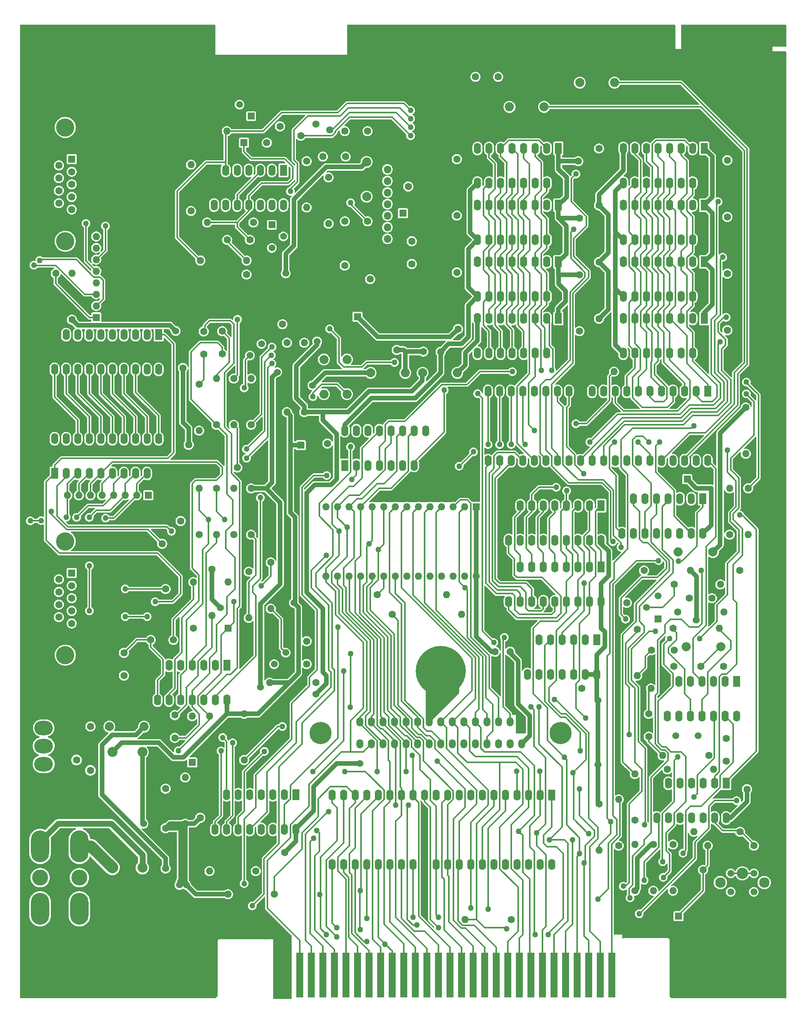
<source format=gbr>
%TF.GenerationSoftware,KiCad,Pcbnew,7.0.11-7.0.11~ubuntu22.04.1*%
%TF.CreationDate,2024-11-08T14:06:27-05:00*%
%TF.ProjectId,coleco_original_main_only,636f6c65-636f-45f6-9f72-6967696e616c,DEV*%
%TF.SameCoordinates,Original*%
%TF.FileFunction,Copper,L1,Top*%
%TF.FilePolarity,Positive*%
%FSLAX46Y46*%
G04 Gerber Fmt 4.6, Leading zero omitted, Abs format (unit mm)*
G04 Created by KiCad (PCBNEW 7.0.11-7.0.11~ubuntu22.04.1) date 2024-11-08 14:06:27*
%MOMM*%
%LPD*%
G01*
G04 APERTURE LIST*
G04 Aperture macros list*
%AMRoundRect*
0 Rectangle with rounded corners*
0 $1 Rounding radius*
0 $2 $3 $4 $5 $6 $7 $8 $9 X,Y pos of 4 corners*
0 Add a 4 corners polygon primitive as box body*
4,1,4,$2,$3,$4,$5,$6,$7,$8,$9,$2,$3,0*
0 Add four circle primitives for the rounded corners*
1,1,$1+$1,$2,$3*
1,1,$1+$1,$4,$5*
1,1,$1+$1,$6,$7*
1,1,$1+$1,$8,$9*
0 Add four rect primitives between the rounded corners*
20,1,$1+$1,$2,$3,$4,$5,0*
20,1,$1+$1,$4,$5,$6,$7,0*
20,1,$1+$1,$6,$7,$8,$9,0*
20,1,$1+$1,$8,$9,$2,$3,0*%
G04 Aperture macros list end*
%TA.AperFunction,ComponentPad*%
%ADD10C,1.600000*%
%TD*%
%TA.AperFunction,ComponentPad*%
%ADD11R,1.600000X1.600000*%
%TD*%
%TA.AperFunction,ComponentPad*%
%ADD12O,1.600000X1.600000*%
%TD*%
%TA.AperFunction,ComponentPad*%
%ADD13R,1.600000X2.400000*%
%TD*%
%TA.AperFunction,ComponentPad*%
%ADD14O,1.600000X2.400000*%
%TD*%
%TA.AperFunction,ComponentPad*%
%ADD15C,3.800000*%
%TD*%
%TA.AperFunction,ComponentPad*%
%ADD16R,1.500000X1.500000*%
%TD*%
%TA.AperFunction,ComponentPad*%
%ADD17C,1.500000*%
%TD*%
%TA.AperFunction,ComponentPad*%
%ADD18O,9.000000X5.000000*%
%TD*%
%TA.AperFunction,ComponentPad*%
%ADD19C,2.000000*%
%TD*%
%TA.AperFunction,ComponentPad*%
%ADD20O,2.000000X2.000000*%
%TD*%
%TA.AperFunction,ComponentPad*%
%ADD21C,4.000000*%
%TD*%
%TA.AperFunction,ConnectorPad*%
%ADD22R,2.032000X9.906000*%
%TD*%
%TA.AperFunction,ConnectorPad*%
%ADD23R,1.524000X9.906000*%
%TD*%
%TA.AperFunction,WasherPad*%
%ADD24C,2.300000*%
%TD*%
%TA.AperFunction,ComponentPad*%
%ADD25C,2.500000*%
%TD*%
%TA.AperFunction,ComponentPad*%
%ADD26C,11.000000*%
%TD*%
%TA.AperFunction,ComponentPad*%
%ADD27C,2.200000*%
%TD*%
%TA.AperFunction,ComponentPad*%
%ADD28O,2.200000X2.200000*%
%TD*%
%TA.AperFunction,ComponentPad*%
%ADD29C,7.000000*%
%TD*%
%TA.AperFunction,ComponentPad*%
%ADD30O,4.000000X7.000000*%
%TD*%
%TA.AperFunction,ComponentPad*%
%ADD31C,3.500000*%
%TD*%
%TA.AperFunction,ComponentPad*%
%ADD32RoundRect,0.250000X-1.800000X1.330000X-1.800000X-1.330000X1.800000X-1.330000X1.800000X1.330000X0*%
%TD*%
%TA.AperFunction,ComponentPad*%
%ADD33O,4.100000X3.160000*%
%TD*%
%TA.AperFunction,ComponentPad*%
%ADD34O,1.500000X2.000000*%
%TD*%
%TA.AperFunction,ComponentPad*%
%ADD35C,4.875000*%
%TD*%
%TA.AperFunction,ComponentPad*%
%ADD36O,5.000000X9.000000*%
%TD*%
%TA.AperFunction,ComponentPad*%
%ADD37R,1.700000X1.700000*%
%TD*%
%TA.AperFunction,ComponentPad*%
%ADD38O,1.700000X1.700000*%
%TD*%
%TA.AperFunction,ViaPad*%
%ADD39C,1.270000*%
%TD*%
%TA.AperFunction,ViaPad*%
%ADD40C,1.524000*%
%TD*%
%TA.AperFunction,Conductor*%
%ADD41C,0.304800*%
%TD*%
%TA.AperFunction,Conductor*%
%ADD42C,1.016000*%
%TD*%
%TA.AperFunction,Conductor*%
%ADD43C,1.524000*%
%TD*%
%TA.AperFunction,Conductor*%
%ADD44C,1.270000*%
%TD*%
%TA.AperFunction,Conductor*%
%ADD45C,2.540000*%
%TD*%
G04 APERTURE END LIST*
D10*
%TO.P,C46,1*%
%TO.N,GNDD*%
X38862000Y-165787000D03*
%TO.P,C46,2*%
%TO.N,-5C*%
X38862000Y-170787000D03*
%TD*%
D11*
%TO.P,CR1,1,K*%
%TO.N,/clock_reset_misc_logic/INT*%
X61214000Y-178701000D03*
D12*
%TO.P,CR1,2,A*%
%TO.N,N/C*%
X61214000Y-168541000D03*
%TD*%
D10*
%TO.P,R23,1*%
%TO.N,Net-(C99-Pad1)*%
X73660000Y-136791000D03*
D12*
%TO.P,R23,2*%
%TO.N,Net-(R23-Pad2)*%
X73660000Y-146951000D03*
%TD*%
D13*
%TO.P,U1,1,A11*%
%TO.N,/cpu/A11*%
X140203000Y-185833000D03*
D14*
%TO.P,U1,2,A12*%
%TO.N,/cpu/A12*%
X137663000Y-185833000D03*
%TO.P,U1,3,A13*%
%TO.N,/cpu/A13*%
X135123000Y-185833000D03*
%TO.P,U1,4,A14*%
%TO.N,/cpu/A14*%
X132583000Y-185833000D03*
%TO.P,U1,5,A15*%
%TO.N,/cpu/A15*%
X130043000Y-185833000D03*
%TO.P,U1,6,~{CLK}*%
%TO.N,/clock_reset_misc_logic/~{CLK}*%
X127503000Y-185833000D03*
%TO.P,U1,7,D4*%
%TO.N,/cpu/D4*%
X124963000Y-185833000D03*
%TO.P,U1,8,D3*%
%TO.N,/cpu/D3*%
X122423000Y-185833000D03*
%TO.P,U1,9,D5*%
%TO.N,/cpu/D5*%
X119883000Y-185833000D03*
%TO.P,U1,10,D6*%
%TO.N,/cpu/D6*%
X117343000Y-185833000D03*
%TO.P,U1,11,VCC*%
%TO.N,+5V*%
X114803000Y-185833000D03*
%TO.P,U1,12,D2*%
%TO.N,/cpu/D2*%
X112263000Y-185833000D03*
%TO.P,U1,13,D7*%
%TO.N,/cpu/D7*%
X109723000Y-185833000D03*
%TO.P,U1,14,D0*%
%TO.N,/cpu/D0*%
X107183000Y-185833000D03*
%TO.P,U1,15,D1*%
%TO.N,/cpu/D1*%
X104643000Y-185833000D03*
%TO.P,U1,16,~{INT}*%
%TO.N,/clock_reset_misc_logic/~{INT}*%
X102103000Y-185833000D03*
%TO.P,U1,17,~{NMI}*%
%TO.N,/cpu/~{NMI}*%
X99563000Y-185833000D03*
%TO.P,U1,18,~{HALT}*%
%TO.N,/cpu/~{HALT}*%
X97023000Y-185833000D03*
%TO.P,U1,19,~{MREQ}*%
%TO.N,/cpu/~{MREQ}*%
X94483000Y-185833000D03*
%TO.P,U1,20,~{IORQ}*%
%TO.N,/cpu/~{IORQ}*%
X91943000Y-185833000D03*
%TO.P,U1,21,~{RD}*%
%TO.N,/cpu/~{RD}*%
X91943000Y-201073000D03*
%TO.P,U1,22,~{WR}*%
%TO.N,/cpu/~{WR}*%
X94483000Y-201073000D03*
%TO.P,U1,23,~{BUSACK}*%
%TO.N,/cpu/~{BUSAK}*%
X97023000Y-201073000D03*
%TO.P,U1,24,~{WAIT}*%
%TO.N,/clock_reset_misc_logic/~{WAIT}*%
X99563000Y-201073000D03*
%TO.P,U1,25,~{BUSRQ}*%
%TO.N,/cpu/~{BUSRQ}*%
X102103000Y-201073000D03*
%TO.P,U1,26,~{RESET}*%
%TO.N,/clock_reset_misc_logic/~{RESET}*%
X104643000Y-201073000D03*
%TO.P,U1,27,~{M1}*%
%TO.N,/clock_reset_misc_logic/~{M1}*%
X107183000Y-201073000D03*
%TO.P,U1,28,~{RFSH}*%
%TO.N,/clock_reset_misc_logic/~{RFSH}*%
X109723000Y-201073000D03*
%TO.P,U1,29,GND*%
%TO.N,GNDD*%
X112263000Y-201073000D03*
%TO.P,U1,30,A0*%
%TO.N,/cpu/A0*%
X114803000Y-201073000D03*
%TO.P,U1,31,A1*%
%TO.N,/cpu/A1*%
X117343000Y-201073000D03*
%TO.P,U1,32,A2*%
%TO.N,/cpu/A2*%
X119883000Y-201073000D03*
%TO.P,U1,33,A3*%
%TO.N,/cpu/A3*%
X122423000Y-201073000D03*
%TO.P,U1,34,A4*%
%TO.N,/cpu/A4*%
X124963000Y-201073000D03*
%TO.P,U1,35,A5*%
%TO.N,/cpu/A5*%
X127503000Y-201073000D03*
%TO.P,U1,36,A6*%
%TO.N,/cpu/A6*%
X130043000Y-201073000D03*
%TO.P,U1,37,A7*%
%TO.N,/cpu/A7*%
X132583000Y-201073000D03*
%TO.P,U1,38,A8*%
%TO.N,/cpu/A8*%
X135123000Y-201073000D03*
%TO.P,U1,39,A9*%
%TO.N,/cpu/A9*%
X137663000Y-201073000D03*
%TO.P,U1,40,A10*%
%TO.N,/cpu/A10*%
X140203000Y-201073000D03*
%TD*%
D10*
%TO.P,C92,1*%
%TO.N,Net-(C91-Pad2)*%
X173014000Y-157619000D03*
%TO.P,C92,2*%
%TO.N,Net-(C90-Pad2)*%
X178014000Y-157619000D03*
%TD*%
%TO.P,C103,1*%
%TO.N,N/C*%
X86360000Y-152071000D03*
%TO.P,C103,2*%
X86360000Y-157071000D03*
%TD*%
%TO.P,R39,1*%
%TO.N,N/C*%
X160528000Y-136537000D03*
D12*
%TO.P,R39,2*%
%TO.N,+5V*%
X170688000Y-136537000D03*
%TD*%
D10*
%TO.P,C49,1*%
%TO.N,GNDD*%
X55372000Y-196989000D03*
%TO.P,C49,2*%
%TO.N,-5VL*%
X55372000Y-201989000D03*
%TD*%
%TO.P,C31,1*%
%TO.N,+12V*%
X150622000Y-68759000D03*
%TO.P,C31,2*%
%TO.N,GNDD*%
X150622000Y-73759000D03*
%TD*%
D15*
%TO.P,H14,1,1*%
%TO.N,GNDD*%
X104174000Y-67669000D03*
%TD*%
D10*
%TO.P,R13,1*%
%TO.N,N/C*%
X167132000Y-139585000D03*
D12*
%TO.P,R13,2*%
X177292000Y-139585000D03*
%TD*%
D10*
%TO.P,C90,1*%
%TO.N,Net-(C90-Pad1)*%
X162132000Y-154063000D03*
%TO.P,C90,2*%
%TO.N,Net-(C90-Pad2)*%
X167132000Y-154063000D03*
%TD*%
D16*
%TO.P,Q4,1,E*%
%TO.N,GNDD*%
X73914000Y-84213000D03*
D17*
%TO.P,Q4,2,B*%
%TO.N,N/C*%
X76454000Y-86753000D03*
%TO.P,Q4,3,C*%
X73914000Y-89293000D03*
%TD*%
D10*
%TO.P,C1,1*%
%TO.N,Net-(C1-Pad1)*%
X178562000Y-173407000D03*
%TO.P,C1,2*%
%TO.N,Net-(C1-Pad2)*%
X178562000Y-178407000D03*
%TD*%
%TO.P,C91,1*%
%TO.N,GNDD*%
X162092000Y-157619000D03*
%TO.P,C91,2*%
%TO.N,Net-(C91-Pad2)*%
X167092000Y-157619000D03*
%TD*%
%TO.P,C65,1*%
%TO.N,N/C*%
X57110000Y-151777000D03*
%TO.P,C65,2*%
X52110000Y-151777000D03*
%TD*%
D11*
%TO.P,U2,1,VPP*%
%TO.N,+5V*%
X123688000Y-122562000D03*
D12*
%TO.P,U2,2,A12*%
%TO.N,/cpu/A12*%
X121148000Y-122562000D03*
%TO.P,U2,3,A7*%
%TO.N,/cpu/A7*%
X118608000Y-122562000D03*
%TO.P,U2,4,A6*%
%TO.N,/cpu/A6*%
X116068000Y-122562000D03*
%TO.P,U2,5,A5*%
%TO.N,/cpu/A5*%
X113528000Y-122562000D03*
%TO.P,U2,6,A4*%
%TO.N,/cpu/A4*%
X110988000Y-122562000D03*
%TO.P,U2,7,A3*%
%TO.N,/cpu/A3*%
X108448000Y-122562000D03*
%TO.P,U2,8,A2*%
%TO.N,/cpu/A2*%
X105908000Y-122562000D03*
%TO.P,U2,9,A1*%
%TO.N,/cpu/A1*%
X103368000Y-122562000D03*
%TO.P,U2,10,A0*%
%TO.N,/cpu/A0*%
X100828000Y-122562000D03*
%TO.P,U2,11,D0*%
%TO.N,/cpu/D0*%
X98288000Y-122562000D03*
%TO.P,U2,12,D1*%
%TO.N,/cpu/D1*%
X95748000Y-122562000D03*
%TO.P,U2,13,D2*%
%TO.N,/cpu/D2*%
X93208000Y-122562000D03*
%TO.P,U2,14,GND*%
%TO.N,GNDD*%
X90668000Y-122562000D03*
%TO.P,U2,15,D3*%
%TO.N,/cpu/D3*%
X90668000Y-137802000D03*
%TO.P,U2,16,D4*%
%TO.N,/cpu/D4*%
X93208000Y-137802000D03*
%TO.P,U2,17,D5*%
%TO.N,/cpu/D5*%
X95748000Y-137802000D03*
%TO.P,U2,18,D6*%
%TO.N,/cpu/D6*%
X98288000Y-137802000D03*
%TO.P,U2,19,D7*%
%TO.N,/cpu/D7*%
X100828000Y-137802000D03*
%TO.P,U2,20,~{CE}*%
%TO.N,N/C*%
X103368000Y-137802000D03*
%TO.P,U2,21,A10*%
%TO.N,/cpu/A10*%
X105908000Y-137802000D03*
%TO.P,U2,22,~{OE}*%
%TO.N,/decoder_logic/~{ROM_ENABLE}*%
X108448000Y-137802000D03*
%TO.P,U2,23,A11*%
%TO.N,N/C*%
X110988000Y-137802000D03*
%TO.P,U2,24,A9*%
%TO.N,/cpu/A9*%
X113528000Y-137802000D03*
%TO.P,U2,25,A8*%
%TO.N,/cpu/A8*%
X116068000Y-137802000D03*
%TO.P,U2,26,A13*%
%TO.N,+5V*%
X118608000Y-137802000D03*
%TO.P,U2,27,A14*%
X121148000Y-137802000D03*
%TO.P,U2,28,VCC*%
X123688000Y-137802000D03*
%TD*%
D10*
%TO.P,C8,1*%
%TO.N,GNDD*%
X62992000Y-185853000D03*
%TO.P,C8,2*%
%TO.N,+5V*%
X62992000Y-190853000D03*
%TD*%
D18*
%TO.P,H7,1,1*%
%TO.N,GNDD*%
X32258000Y-219849000D03*
%TD*%
D19*
%TO.P,L17,1,1*%
%TO.N,+5V*%
X175656000Y-132473000D03*
D20*
%TO.P,L17,2,2*%
%TO.N,+5VD*%
X168036000Y-132473000D03*
%TD*%
D21*
%TO.P,J5,0*%
%TO.N,N/C*%
X33342331Y-39191000D03*
X33342331Y-64191000D03*
D11*
%TO.P,J5,1,1*%
X34762331Y-46151000D03*
D10*
%TO.P,J5,2,2*%
X34762331Y-48921000D03*
%TO.P,J5,3,3*%
X34762331Y-51691000D03*
%TO.P,J5,4,4*%
X34762331Y-54461000D03*
%TO.P,J5,5,5*%
%TO.N,Net-(C98-Pad2)*%
X34762331Y-57231000D03*
%TO.P,J5,6,6*%
%TO.N,N/C*%
X31922331Y-47536000D03*
%TO.P,J5,7,7*%
X31922331Y-50306000D03*
%TO.P,J5,8,8*%
%TO.N,Net-(C99-Pad1)*%
X31922331Y-53076000D03*
%TO.P,J5,9,9*%
%TO.N,Net-(J5-Pad9)*%
X31922331Y-55846000D03*
%TD*%
D18*
%TO.P,H12,1,1*%
%TO.N,GNDD*%
X105664000Y-78371000D03*
%TD*%
D11*
%TO.P,C36,1*%
%TO.N,+12V*%
X97536000Y-80773094D03*
D10*
%TO.P,C36,2*%
%TO.N,GNDD*%
X97536000Y-85773094D03*
%TD*%
D11*
%TO.P,UR25,1,common*%
%TO.N,N/C*%
X40132000Y-80921000D03*
D12*
%TO.P,UR25,2,R1*%
X40132000Y-78381000D03*
%TO.P,UR25,3,R2*%
X40132000Y-75841000D03*
%TO.P,UR25,4,R3*%
X40132000Y-73301000D03*
%TO.P,UR25,5,R4*%
X40132000Y-70761000D03*
%TO.P,UR25,6,R5*%
X40132000Y-68221000D03*
%TO.P,UR25,7,R6*%
X40132000Y-65681000D03*
%TO.P,UR25,8,R7*%
X40132000Y-63141000D03*
%TD*%
D10*
%TO.P,C48,1*%
%TO.N,GNDD*%
X38862000Y-175439000D03*
%TO.P,C48,2*%
%TO.N,+5C*%
X38862000Y-180439000D03*
%TD*%
%TO.P,R8,1*%
%TO.N,+5V*%
X162560000Y-196735000D03*
D12*
%TO.P,R8,2*%
%TO.N,/clock_reset_misc_logic/RESET*%
X162560000Y-206895000D03*
%TD*%
D10*
%TO.P,R67,1*%
%TO.N,GNDD*%
X31242000Y-81419000D03*
D12*
%TO.P,R67,2*%
%TO.N,N/C*%
X31242000Y-71259000D03*
%TD*%
D10*
%TO.P,R34,1*%
%TO.N,/clock_reset_misc_logic/~{CTRL_READ_2}*%
X74168000Y-104533000D03*
D12*
%TO.P,R34,2*%
%TO.N,+5V*%
X74168000Y-94373000D03*
%TD*%
D10*
%TO.P,C4,1*%
%TO.N,N/C*%
X170434000Y-142633000D03*
%TO.P,C4,2*%
X175434000Y-142633000D03*
%TD*%
%TO.P,C11,1*%
%TO.N,GNDD*%
X183134000Y-189583000D03*
%TO.P,C11,2*%
%TO.N,+5V*%
X183134000Y-184583000D03*
%TD*%
%TO.P,C50,1*%
%TO.N,GNDD*%
X55372000Y-179463000D03*
%TO.P,C50,2*%
%TO.N,+12VL*%
X55372000Y-184463000D03*
%TD*%
%TO.P,R48,1*%
%TO.N,/io_ports/EXT_VIDEO_SEL*%
X63026000Y-68431000D03*
D12*
%TO.P,R48,2*%
%TO.N,N/C*%
X73186000Y-68431000D03*
%TD*%
D22*
%TO.P,J2,1,Pin_1*%
%TO.N,GNDD*%
X80010000Y-225437000D03*
%TO.P,J2,2,Pin_2*%
X82042000Y-225437000D03*
D23*
%TO.P,J2,3,Pin_3*%
%TO.N,/cpu/D3*%
X84836000Y-225437000D03*
%TO.P,J2,4,Pin_4*%
%TO.N,/cpu/A14*%
X87376000Y-225437000D03*
%TO.P,J2,5,Pin_5*%
%TO.N,/decoder_logic/~{CS_h4000}*%
X89916000Y-225437000D03*
%TO.P,J2,6,Pin_6*%
%TO.N,/decoder_logic/~{CS_h2000}*%
X92456000Y-225437000D03*
%TO.P,J2,7,Pin_7*%
%TO.N,/cpu/~{HALT}*%
X94996000Y-225437000D03*
%TO.P,J2,8,Pin_8*%
%TO.N,/cpu/~{WR}*%
X97536000Y-225437000D03*
%TO.P,J2,9,Pin_9*%
%TO.N,/cpu/~{NMI}*%
X100076000Y-225437000D03*
%TO.P,J2,10,Pin_10*%
%TO.N,/clock_reset_misc_logic/INT*%
X102616000Y-225437000D03*
%TO.P,J2,11,Pin_11*%
%TO.N,/cpu/~{BUSRQ}*%
X105156000Y-225437000D03*
%TO.P,J2,12,Pin_12*%
%TO.N,/cpu/D1*%
X107696000Y-225437000D03*
%TO.P,J2,13,Pin_13*%
%TO.N,/clock_reset_misc_logic/~{RESET}*%
X110236000Y-225437000D03*
%TO.P,J2,14,Pin_14*%
%TO.N,/cpu/D0*%
X112776000Y-225437000D03*
%TO.P,J2,15,Pin_15*%
%TO.N,/clock_reset_misc_logic/~{M1}*%
X115316000Y-225437000D03*
%TO.P,J2,16,Pin_16*%
%TO.N,/cpu/D7*%
X117856000Y-225437000D03*
%TO.P,J2,17,Pin_17*%
%TO.N,/cpu/D6*%
X120396000Y-225437000D03*
%TO.P,J2,18,Pin_18*%
%TO.N,/cpu/A1*%
X122936000Y-225437000D03*
%TO.P,J2,19,Pin_19*%
%TO.N,/cpu/D4*%
X125476000Y-225437000D03*
%TO.P,J2,20,Pin_20*%
%TO.N,/cpu/A2*%
X128016000Y-225437000D03*
%TO.P,J2,21,Pin_21*%
%TO.N,/cpu/A4*%
X130556000Y-225437000D03*
%TO.P,J2,22,Pin_22*%
%TO.N,/cpu/A13*%
X133096000Y-225437000D03*
%TO.P,J2,23,Pin_23*%
%TO.N,/cpu/A5*%
X135636000Y-225437000D03*
%TO.P,J2,24,Pin_24*%
%TO.N,/cpu/A6*%
X138176000Y-225437000D03*
%TO.P,J2,25,Pin_25*%
%TO.N,/cpu/A7*%
X140716000Y-225437000D03*
%TO.P,J2,26,Pin_26*%
%TO.N,/cpu/A8*%
X143256000Y-225437000D03*
%TO.P,J2,27,Pin_27*%
%TO.N,/cpu/A9*%
X145796000Y-225437000D03*
%TO.P,J2,28,Pin_28*%
%TO.N,/cpu/A10*%
X148336000Y-225437000D03*
%TO.P,J2,29,Pin_29*%
%TO.N,/decoder_logic/AUX_DECODE_1*%
X150876000Y-225437000D03*
%TO.P,J2,30,Pin_30*%
%TO.N,/clock_reset_misc_logic/AUX_DECODE_2*%
X153416000Y-225437000D03*
%TD*%
D10*
%TO.P,R35,1*%
%TO.N,+5V*%
X158496000Y-191401000D03*
D12*
%TO.P,R35,2*%
%TO.N,N/C*%
X158496000Y-181241000D03*
%TD*%
D10*
%TO.P,C100,1*%
%TO.N,Net-(C100-Pad1)*%
X94782000Y-40017000D03*
%TO.P,C100,2*%
%TO.N,/rf_mod/sub_rf_mod/2*%
X99782000Y-40017000D03*
%TD*%
%TO.P,C40,1*%
%TO.N,+12V*%
X119380000Y-71045000D03*
%TO.P,C40,2*%
%TO.N,GNDD*%
X119380000Y-76045000D03*
%TD*%
%TO.P,R72,1*%
%TO.N,N/C*%
X62738000Y-95643000D03*
D12*
%TO.P,R72,2*%
%TO.N,+5V*%
X62738000Y-105803000D03*
%TD*%
D13*
%TO.P,U24,1*%
%TO.N,Net-(R23-Pad2)*%
X68834000Y-157365000D03*
D14*
%TO.P,U24,2*%
%TO.N,/controller/~{CTRL_EN_1}*%
X66294000Y-157365000D03*
%TO.P,U24,3*%
%TO.N,Net-(R22-Pad2)*%
X63754000Y-157365000D03*
%TO.P,U24,4*%
X61214000Y-157365000D03*
%TO.P,U24,5*%
%TO.N,/controller/~{CTRL_EN_2}*%
X58674000Y-157365000D03*
%TO.P,U24,6*%
%TO.N,Net-(R23-Pad2)*%
X56134000Y-157365000D03*
%TO.P,U24,7,GND*%
%TO.N,GNDD*%
X53594000Y-157365000D03*
%TO.P,U24,8*%
%TO.N,N/C*%
X53594000Y-164985000D03*
%TO.P,U24,9*%
X56134000Y-164985000D03*
%TO.P,U24,10*%
%TO.N,Net-(C19-Pad2)*%
X58674000Y-164985000D03*
%TO.P,U24,11*%
%TO.N,N/C*%
X61214000Y-164985000D03*
%TO.P,U24,12*%
X63754000Y-164985000D03*
%TO.P,U24,13*%
%TO.N,Net-(C17-Pad2)*%
X66294000Y-164985000D03*
%TO.P,U24,14,VCC*%
%TO.N,+5V*%
X68834000Y-164985000D03*
%TD*%
D13*
%TO.P,U7,1*%
%TO.N,/cpu/A1*%
X178562000Y-183273000D03*
D14*
%TO.P,U7,2*%
%TO.N,/clock_reset_misc_logic/~{CTRL_READ_2}*%
X176022000Y-183273000D03*
%TO.P,U7,3*%
%TO.N,N/C*%
X173482000Y-183273000D03*
%TO.P,U7,4*%
%TO.N,/clock_reset_misc_logic/~{WAIT}*%
X170942000Y-183273000D03*
%TO.P,U7,5*%
%TO.N,/clock_reset_misc_logic/AUX_DECODE_2*%
X168402000Y-183273000D03*
%TO.P,U7,6*%
%TO.N,N/C*%
X165862000Y-183273000D03*
%TO.P,U7,7,GND*%
%TO.N,GNDD*%
X163322000Y-183273000D03*
%TO.P,U7,8*%
%TO.N,/clock_reset_misc_logic/~{INT}*%
X163322000Y-190893000D03*
%TO.P,U7,9*%
%TO.N,/clock_reset_misc_logic/INT*%
X165862000Y-190893000D03*
%TO.P,U7,10*%
%TO.N,/clock_reset_misc_logic/~{RESET}*%
X168402000Y-190893000D03*
%TO.P,U7,11*%
%TO.N,/clock_reset_misc_logic/RESET*%
X170942000Y-190893000D03*
%TO.P,U7,12*%
X173482000Y-190893000D03*
%TO.P,U7,13*%
%TO.N,Net-(R77-Pad1)*%
X176022000Y-190893000D03*
%TO.P,U7,14,VCC*%
%TO.N,+5V*%
X178562000Y-190893000D03*
%TD*%
D13*
%TO.P,U6,1,A0*%
%TO.N,/cpu/~{WR}*%
X173467000Y-120774000D03*
D14*
%TO.P,U6,2,A1*%
%TO.N,/cpu/A5*%
X170927000Y-120774000D03*
%TO.P,U6,3,A2*%
%TO.N,/cpu/A6*%
X168387000Y-120774000D03*
%TO.P,U6,4,E1*%
%TO.N,/cpu/~{IORQ}*%
X165847000Y-120774000D03*
%TO.P,U6,5,E2*%
%TO.N,N/C*%
X163307000Y-120774000D03*
%TO.P,U6,6,E3*%
%TO.N,/cpu/A7*%
X160767000Y-120774000D03*
%TO.P,U6,7,O7*%
%TO.N,/controller/~{CTRL_READ}*%
X158227000Y-120774000D03*
%TO.P,U6,8,GND*%
%TO.N,GNDD*%
X155687000Y-120774000D03*
%TO.P,U6,9,O6*%
%TO.N,/decoder_logic/~{SND_ENABLE}*%
X155687000Y-128394000D03*
%TO.P,U6,10,O5*%
%TO.N,N/C*%
X158227000Y-128394000D03*
%TO.P,U6,11,O4*%
%TO.N,/controller/~{CTRL_EN_1}*%
X160767000Y-128394000D03*
%TO.P,U6,12,O3*%
%TO.N,/decoder_logic/~{CSR}*%
X163307000Y-128394000D03*
%TO.P,U6,13,O2*%
%TO.N,/decoder_logic/~{CSW}*%
X165847000Y-128394000D03*
%TO.P,U6,14,O1*%
%TO.N,N/C*%
X168387000Y-128394000D03*
%TO.P,U6,15,O0*%
%TO.N,/controller/~{CTRL_EN_2}*%
X170927000Y-128394000D03*
%TO.P,U6,16,VCC*%
%TO.N,+5VD*%
X173467000Y-128394000D03*
%TD*%
D10*
%TO.P,C2,1*%
%TO.N,+5V*%
X81534000Y-198513000D03*
%TO.P,C2,2*%
%TO.N,GNDD*%
X76534000Y-198513000D03*
%TD*%
D24*
%TO.P,S1,*%
%TO.N,*%
X177292000Y-205085000D03*
X186944000Y-205085000D03*
D17*
%TO.P,S1,1,A*%
%TO.N,/clock_reset_misc_logic/EXP_RESET*%
X179578000Y-203053000D03*
D25*
X182118000Y-203053000D03*
D17*
X184658000Y-203053000D03*
%TO.P,S1,2,B*%
%TO.N,GNDD*%
X179578000Y-205085000D03*
D25*
X182118000Y-207117000D03*
D17*
X184658000Y-205085000D03*
%TO.P,S1,3*%
%TO.N,N/C*%
X179578000Y-207117000D03*
X184658000Y-207117000D03*
%TD*%
D19*
%TO.P,L9,1,1*%
%TO.N,/rf_mod/Y*%
X138572000Y-34683000D03*
D20*
%TO.P,L9,2,2*%
%TO.N,N/C*%
X130952000Y-34683000D03*
%TD*%
D26*
%TO.P,H5,1,1*%
%TO.N,GND*%
X115858000Y-158601000D03*
%TD*%
D10*
%TO.P,C60,1*%
%TO.N,VDDA*%
X81066000Y-82435000D03*
%TO.P,C60,2*%
%TO.N,GNDD*%
X86066000Y-82435000D03*
%TD*%
%TO.P,R14,1*%
%TO.N,/cpu/~{HALT}*%
X79248000Y-207657000D03*
D12*
%TO.P,R14,2*%
%TO.N,+5V*%
X69088000Y-207657000D03*
%TD*%
D10*
%TO.P,R49,1*%
%TO.N,N/C*%
X73152000Y-71513000D03*
D12*
%TO.P,R49,2*%
%TO.N,GNDD*%
X62992000Y-71513000D03*
%TD*%
D13*
%TO.P,U22,1*%
%TO.N,Net-(C90-Pad2)*%
X180853000Y-160906000D03*
D14*
%TO.P,U22,2*%
%TO.N,Net-(C91-Pad2)*%
X178313000Y-160906000D03*
%TO.P,U22,3*%
X175773000Y-160906000D03*
%TO.P,U22,4*%
%TO.N,/clock_reset_misc_logic/VDP_CLK*%
X173233000Y-160906000D03*
%TO.P,U22,5*%
%TO.N,/clock_reset_misc_logic/~{M1}*%
X170693000Y-160906000D03*
%TO.P,U22,6*%
%TO.N,N/C*%
X168153000Y-160906000D03*
%TO.P,U22,7,GND*%
%TO.N,GNDD*%
X165613000Y-160906000D03*
%TO.P,U22,8*%
%TO.N,N/C*%
X165613000Y-168526000D03*
%TO.P,U22,9*%
%TO.N,Net-(C1-Pad2)*%
X168153000Y-168526000D03*
%TO.P,U22,10*%
%TO.N,Net-(C1-Pad1)*%
X170693000Y-168526000D03*
%TO.P,U22,11*%
%TO.N,Net-(R6-Pad2)*%
X173233000Y-168526000D03*
%TO.P,U22,12*%
%TO.N,/clock_reset_misc_logic/RFSH*%
X175773000Y-168526000D03*
%TO.P,U22,13*%
%TO.N,/clock_reset_misc_logic/~{RFSH}*%
X178313000Y-168526000D03*
%TO.P,U22,14,VCC*%
%TO.N,+5V*%
X180853000Y-168526000D03*
%TD*%
D10*
%TO.P,C26,1*%
%TO.N,-5V*%
X178816000Y-58853000D03*
%TO.P,C26,2*%
%TO.N,GNDD*%
X178816000Y-63853000D03*
%TD*%
%TO.P,R19,1*%
%TO.N,Net-(J5-Pad9)*%
X70358000Y-94373000D03*
D12*
%TO.P,R19,2*%
%TO.N,Net-(C17-Pad2)*%
X70358000Y-104533000D03*
%TD*%
D27*
%TO.P,L5,1,1*%
%TO.N,/psu/+12NF*%
X50292000Y-201815000D03*
D28*
%TO.P,L5,2,2*%
%TO.N,+12VL*%
X50292000Y-176415000D03*
%TD*%
D10*
%TO.P,R25,1*%
%TO.N,Net-(R23-Pad2)*%
X74168000Y-128663000D03*
D12*
%TO.P,R25,2*%
%TO.N,-5VL*%
X74168000Y-118503000D03*
%TD*%
D10*
%TO.P,C32,1*%
%TO.N,+12V*%
X119380000Y-46153000D03*
%TO.P,C32,2*%
%TO.N,GNDD*%
X119380000Y-51153000D03*
%TD*%
D29*
%TO.P,H13,1,1*%
%TO.N,GNDD*%
X50834000Y-71733000D03*
%TD*%
D10*
%TO.P,C28,1*%
%TO.N,+12V*%
X150622000Y-56313000D03*
%TO.P,C28,2*%
%TO.N,GNDD*%
X150622000Y-61313000D03*
%TD*%
%TO.P,R12,1*%
%TO.N,+5V*%
X75184000Y-202577000D03*
D12*
%TO.P,R12,2*%
%TO.N,/cpu/~{BUSRQ}*%
X65024000Y-202577000D03*
%TD*%
D10*
%TO.P,C64,1*%
%TO.N,N/C*%
X80518000Y-38961000D03*
%TO.P,C64,2*%
%TO.N,GNDD*%
X80518000Y-33961000D03*
%TD*%
%TO.P,C37,1*%
%TO.N,+12V*%
X119380000Y-58559000D03*
%TO.P,C37,2*%
%TO.N,GNDD*%
X119380000Y-63559000D03*
%TD*%
D26*
%TO.P,H1,1,1*%
%TO.N,GNDD*%
X51562000Y-213499000D03*
%TD*%
D19*
%TO.P,L2,1,1*%
%TO.N,-5VL*%
X100442000Y-93103000D03*
D20*
%TO.P,L2,2,2*%
%TO.N,-5V*%
X108062000Y-93103000D03*
%TD*%
D18*
%TO.P,H10,1,1*%
%TO.N,GNDD*%
X53848000Y-78389000D03*
%TD*%
D11*
%TO.P,C87,1*%
%TO.N,/rf_mod/sub_rf_mod/5*%
X107551774Y-58051000D03*
D10*
%TO.P,C87,2*%
%TO.N,GNDD*%
X110051774Y-58051000D03*
%TD*%
%TO.P,R62,1*%
%TO.N,N/C*%
X159004000Y-149491000D03*
D12*
%TO.P,R62,2*%
%TO.N,Net-(C90-Pad1)*%
X159004000Y-159651000D03*
%TD*%
D16*
%TO.P,Q6,1,E*%
%TO.N,N/C*%
X74176000Y-36715000D03*
D17*
%TO.P,Q6,2,B*%
X71636000Y-34175000D03*
%TO.P,Q6,3,C*%
%TO.N,GNDD*%
X74176000Y-31635000D03*
%TD*%
D10*
%TO.P,R75,1*%
%TO.N,Net-(R6-Pad2)*%
X174752000Y-177177000D03*
D12*
%TO.P,R75,2*%
%TO.N,N/C*%
X164592000Y-177177000D03*
%TD*%
D21*
%TO.P,J6,0*%
%TO.N,N/C*%
X33342331Y-130123000D03*
X33342331Y-155123000D03*
D11*
%TO.P,J6,1,1*%
X34762331Y-137083000D03*
D10*
%TO.P,J6,2,2*%
X34762331Y-139853000D03*
%TO.P,J6,3,3*%
X34762331Y-142623000D03*
%TO.P,J6,4,4*%
X34762331Y-145393000D03*
%TO.P,J6,5,5*%
%TO.N,Net-(C98-Pad2)*%
X34762331Y-148163000D03*
%TO.P,J6,6,6*%
%TO.N,N/C*%
X31922331Y-138468000D03*
%TO.P,J6,7,7*%
X31922331Y-141238000D03*
%TO.P,J6,8,8*%
%TO.N,Net-(C99-Pad1)*%
X31922331Y-144008000D03*
%TO.P,J6,9,9*%
%TO.N,Net-(J6-Pad9)*%
X31922331Y-146778000D03*
%TD*%
%TO.P,R26,1*%
%TO.N,N/C*%
X131318000Y-213245000D03*
D12*
%TO.P,R26,2*%
%TO.N,/clock_reset_misc_logic/~{CLK}*%
X121158000Y-213245000D03*
%TD*%
D10*
%TO.P,C102,1*%
%TO.N,N/C*%
X67818000Y-83959000D03*
%TO.P,C102,2*%
X67818000Y-88959000D03*
%TD*%
D19*
%TO.P,L3,1,1*%
%TO.N,+12VL*%
X111872000Y-93103000D03*
D20*
%TO.P,L3,2,2*%
%TO.N,+12V*%
X119492000Y-93103000D03*
%TD*%
D13*
%TO.P,U8,1,~{R}*%
%TO.N,N/C*%
X150119000Y-151762000D03*
D14*
%TO.P,U8,2,D*%
X147579000Y-151762000D03*
%TO.P,U8,3,C*%
X145039000Y-151762000D03*
%TO.P,U8,4,~{S}*%
X142499000Y-151762000D03*
%TO.P,U8,5,Q*%
X139959000Y-151762000D03*
%TO.P,U8,6,~{Q}*%
X137419000Y-151762000D03*
%TO.P,U8,7,GND*%
%TO.N,GNDD*%
X134879000Y-151762000D03*
%TO.P,U8,8,~{Q}*%
%TO.N,N/C*%
X134879000Y-159382000D03*
%TO.P,U8,9,Q*%
X137419000Y-159382000D03*
%TO.P,U8,10,~{S}*%
%TO.N,+5V*%
X139959000Y-159382000D03*
%TO.P,U8,11,C*%
%TO.N,N/C*%
X142499000Y-159382000D03*
%TO.P,U8,12,D*%
X145039000Y-159382000D03*
%TO.P,U8,13,~{R}*%
%TO.N,+5V*%
X147579000Y-159382000D03*
%TO.P,U8,14,VCC*%
X150119000Y-159382000D03*
%TD*%
D10*
%TO.P,R55,1*%
%TO.N,/rf_mod/sub_rf_mod/6*%
X60960000Y-57543000D03*
D12*
%TO.P,R55,2*%
%TO.N,N/C*%
X60960000Y-47383000D03*
%TD*%
D10*
%TO.P,R43,1*%
%TO.N,GNDD*%
X68834000Y-29857000D03*
D12*
%TO.P,R43,2*%
%TO.N,/io_ports/EXT_VIDEO_SEL*%
X68834000Y-40017000D03*
%TD*%
D30*
%TO.P,S2,1,A*%
%TO.N,+5C*%
X36449000Y-210864000D03*
D31*
%TO.P,S2,2,B*%
X36449000Y-204006000D03*
D30*
%TO.P,S2,3,C*%
%TO.N,/psu/+5NF*%
X36449000Y-197148000D03*
%TO.P,S2,4,A*%
%TO.N,+12C*%
X27813000Y-210864000D03*
D31*
%TO.P,S2,5,B*%
X27813000Y-204006000D03*
D30*
%TO.P,S2,6,C*%
%TO.N,/psu/+12NF*%
X27813000Y-197148000D03*
%TD*%
D11*
%TO.P,C34,1*%
%TO.N,GNDD*%
X106172000Y-83071423D03*
D10*
%TO.P,C34,2*%
%TO.N,-5V*%
X106172000Y-88071423D03*
%TD*%
%TO.P,WJ3,1,A*%
%TO.N,VDDA*%
X82042000Y-86499000D03*
D12*
%TO.P,WJ3,2,B*%
%TO.N,+5V*%
X82042000Y-101739000D03*
%TD*%
D10*
%TO.P,R60,1*%
%TO.N,/clock_reset_misc_logic/~{CLK}*%
X179324000Y-128663000D03*
D12*
%TO.P,R60,2*%
%TO.N,N/C*%
X179324000Y-118503000D03*
%TD*%
D10*
%TO.P,C24,1*%
%TO.N,-5V*%
X146304000Y-59107000D03*
%TO.P,C24,2*%
%TO.N,GNDD*%
X146304000Y-64107000D03*
%TD*%
%TO.P,R71,1*%
%TO.N,N/C*%
X78486000Y-134759000D03*
D12*
%TO.P,R71,2*%
X78486000Y-144919000D03*
%TD*%
D13*
%TO.P,U4,1,A6*%
%TO.N,/cpu/A6*%
X151120000Y-135760000D03*
D14*
%TO.P,U4,2,A5*%
%TO.N,/cpu/A5*%
X148580000Y-135760000D03*
%TO.P,U4,3,A4*%
%TO.N,/cpu/A4*%
X146040000Y-135760000D03*
%TO.P,U4,4,A3*%
%TO.N,/cpu/A3*%
X143500000Y-135760000D03*
%TO.P,U4,5,A0*%
%TO.N,/cpu/A0*%
X140960000Y-135760000D03*
%TO.P,U4,6,A1*%
%TO.N,/cpu/A1*%
X138420000Y-135760000D03*
%TO.P,U4,7,A2*%
%TO.N,/cpu/A2*%
X135880000Y-135760000D03*
%TO.P,U4,8,~{CS}*%
%TO.N,/decoder_logic/~{RAM_CS}*%
X133340000Y-135760000D03*
%TO.P,U4,9,GND*%
%TO.N,GNDD*%
X130800000Y-135760000D03*
%TO.P,U4,10,~{WE}*%
%TO.N,/cpu/~{WR}*%
X130800000Y-143380000D03*
%TO.P,U4,11,D3*%
%TO.N,/cpu/D7*%
X133340000Y-143380000D03*
%TO.P,U4,12,D2*%
%TO.N,/cpu/D6*%
X135880000Y-143380000D03*
%TO.P,U4,13,D1*%
%TO.N,/cpu/D5*%
X138420000Y-143380000D03*
%TO.P,U4,14,D0*%
%TO.N,/cpu/D4*%
X140960000Y-143380000D03*
%TO.P,U4,15,A9*%
%TO.N,/cpu/A9*%
X143500000Y-143380000D03*
%TO.P,U4,16,A8*%
%TO.N,/cpu/A8*%
X146040000Y-143380000D03*
%TO.P,U4,17,A7*%
%TO.N,/cpu/A7*%
X148580000Y-143380000D03*
%TO.P,U4,18,VCC*%
%TO.N,+5V*%
X151120000Y-143380000D03*
%TD*%
D10*
%TO.P,R17,1*%
%TO.N,+5V*%
X154940000Y-196989000D03*
D12*
%TO.P,R17,2*%
%TO.N,/clock_reset_misc_logic/AUX_DECODE_2*%
X154940000Y-186829000D03*
%TD*%
D10*
%TO.P,C22,1*%
%TO.N,+12V*%
X150622000Y-43827000D03*
%TO.P,C22,2*%
%TO.N,GNDD*%
X150622000Y-48827000D03*
%TD*%
%TO.P,R69,1*%
%TO.N,N/C*%
X66548000Y-104533000D03*
D12*
%TO.P,R69,2*%
X66548000Y-94373000D03*
%TD*%
D11*
%TO.P,C68,1*%
%TO.N,N/C*%
X72624698Y-42557000D03*
D10*
%TO.P,C68,2*%
X77624698Y-42557000D03*
%TD*%
%TO.P,C29,1*%
%TO.N,-5V*%
X178816000Y-71299000D03*
%TO.P,C29,2*%
%TO.N,GNDD*%
X178816000Y-76299000D03*
%TD*%
%TO.P,C42,1*%
%TO.N,+5V*%
X115824000Y-88491000D03*
%TO.P,C42,2*%
%TO.N,GNDD*%
X115824000Y-83491000D03*
%TD*%
D13*
%TO.P,U20,1,D2*%
%TO.N,/cpu/D5*%
X94757000Y-113438000D03*
D14*
%TO.P,U20,2,D1*%
%TO.N,/cpu/D6*%
X97297000Y-113438000D03*
%TO.P,U20,3,D0*%
%TO.N,/cpu/D7*%
X99837000Y-113438000D03*
%TO.P,U20,4,RDY*%
%TO.N,/clock_reset_misc_logic/~{WAIT}*%
X102377000Y-113438000D03*
%TO.P,U20,5,~{WE}*%
%TO.N,/decoder_logic/~{SND_ENABLE}*%
X104917000Y-113438000D03*
%TO.P,U20,6,~{CE}*%
X107457000Y-113438000D03*
%TO.P,U20,7,OUT*%
%TO.N,/io_ports/SND_OUT*%
X109997000Y-113438000D03*
%TO.P,U20,8,GND*%
%TO.N,GNDD*%
X112537000Y-113438000D03*
%TO.P,U20,9,N.C.*%
%TO.N,N/C*%
X112537000Y-105818000D03*
%TO.P,U20,10,D7*%
%TO.N,/cpu/D0*%
X109997000Y-105818000D03*
%TO.P,U20,11,D6*%
%TO.N,/cpu/D1*%
X107457000Y-105818000D03*
%TO.P,U20,12,D5*%
%TO.N,/cpu/D2*%
X104917000Y-105818000D03*
%TO.P,U20,13,D4*%
%TO.N,/cpu/D3*%
X102377000Y-105818000D03*
%TO.P,U20,14,CLK*%
%TO.N,/clock_reset_misc_logic/SND_CLK*%
X99837000Y-105818000D03*
%TO.P,U20,15,D3*%
%TO.N,/cpu/D4*%
X97297000Y-105818000D03*
%TO.P,U20,16,VCC*%
%TO.N,+5V*%
X94757000Y-105818000D03*
%TD*%
D10*
%TO.P,R22,1*%
%TO.N,Net-(C98-Pad2)*%
X66548000Y-118503000D03*
D12*
%TO.P,R22,2*%
%TO.N,Net-(R22-Pad2)*%
X66548000Y-128663000D03*
%TD*%
D13*
%TO.P,U3,1,A6*%
%TO.N,/cpu/A6*%
X151120000Y-122298000D03*
D14*
%TO.P,U3,2,A5*%
%TO.N,/cpu/A5*%
X148580000Y-122298000D03*
%TO.P,U3,3,A4*%
%TO.N,/cpu/A4*%
X146040000Y-122298000D03*
%TO.P,U3,4,A3*%
%TO.N,/cpu/A3*%
X143500000Y-122298000D03*
%TO.P,U3,5,A0*%
%TO.N,/cpu/A0*%
X140960000Y-122298000D03*
%TO.P,U3,6,A1*%
%TO.N,/cpu/A1*%
X138420000Y-122298000D03*
%TO.P,U3,7,A2*%
%TO.N,/cpu/A2*%
X135880000Y-122298000D03*
%TO.P,U3,8,~{CS}*%
%TO.N,/decoder_logic/~{RAM_CS}*%
X133340000Y-122298000D03*
%TO.P,U3,9,GND*%
%TO.N,GNDD*%
X130800000Y-122298000D03*
%TO.P,U3,10,~{WE}*%
%TO.N,/cpu/~{WR}*%
X130800000Y-129918000D03*
%TO.P,U3,11,D3*%
%TO.N,/cpu/D3*%
X133340000Y-129918000D03*
%TO.P,U3,12,D2*%
%TO.N,/cpu/D2*%
X135880000Y-129918000D03*
%TO.P,U3,13,D1*%
%TO.N,/cpu/D1*%
X138420000Y-129918000D03*
%TO.P,U3,14,D0*%
%TO.N,/cpu/D0*%
X140960000Y-129918000D03*
%TO.P,U3,15,A9*%
%TO.N,/cpu/A9*%
X143500000Y-129918000D03*
%TO.P,U3,16,A8*%
%TO.N,/cpu/A8*%
X146040000Y-129918000D03*
%TO.P,U3,17,A7*%
%TO.N,/cpu/A7*%
X148580000Y-129918000D03*
%TO.P,U3,18,VCC*%
%TO.N,+5V*%
X151120000Y-129918000D03*
%TD*%
D13*
%TO.P,U19,1,G1*%
%TO.N,/controller/~{CTRL_READ}*%
X53848000Y-84721000D03*
D14*
%TO.P,U19,2,A0*%
%TO.N,N/C*%
X51308000Y-84721000D03*
%TO.P,U19,3,A1*%
X48768000Y-84721000D03*
%TO.P,U19,4,A2*%
X46228000Y-84721000D03*
%TO.P,U19,5,A3*%
X43688000Y-84721000D03*
%TO.P,U19,6,A4*%
X41148000Y-84721000D03*
%TO.P,U19,7,A5*%
X38608000Y-84721000D03*
%TO.P,U19,8,A6*%
X36068000Y-84721000D03*
%TO.P,U19,9,A7*%
X33528000Y-84721000D03*
%TO.P,U19,10,GND*%
%TO.N,GNDD*%
X30988000Y-84721000D03*
%TO.P,U19,11,Y7*%
%TO.N,/cpu/D7*%
X30988000Y-92341000D03*
%TO.P,U19,12,Y6*%
%TO.N,/cpu/D6*%
X33528000Y-92341000D03*
%TO.P,U19,13,Y5*%
%TO.N,/cpu/D5*%
X36068000Y-92341000D03*
%TO.P,U19,14,Y4*%
%TO.N,/cpu/D4*%
X38608000Y-92341000D03*
%TO.P,U19,15,Y3*%
%TO.N,/cpu/D3*%
X41148000Y-92341000D03*
%TO.P,U19,16,Y2*%
%TO.N,/cpu/D2*%
X43688000Y-92341000D03*
%TO.P,U19,17,Y1*%
%TO.N,/cpu/D1*%
X46228000Y-92341000D03*
%TO.P,U19,18,Y0*%
%TO.N,/cpu/D0*%
X48768000Y-92341000D03*
%TO.P,U19,19,G2*%
%TO.N,/cpu/A1*%
X51308000Y-92341000D03*
%TO.P,U19,20,VCC*%
%TO.N,+5V*%
X53848000Y-92341000D03*
%TD*%
D17*
%TO.P,Y1,1,1*%
%TO.N,Net-(R6-Pad2)*%
X172410000Y-172859000D03*
%TO.P,Y1,2,2*%
%TO.N,N/C*%
X167530000Y-172859000D03*
%TD*%
D10*
%TO.P,C41,1*%
%TO.N,GNDD*%
X112014000Y-83451000D03*
%TO.P,C41,2*%
%TO.N,-5V*%
X112014000Y-88451000D03*
%TD*%
%TO.P,R5,1*%
%TO.N,N/C*%
X165642000Y-180225000D03*
D12*
%TO.P,R5,2*%
%TO.N,Net-(C1-Pad2)*%
X175802000Y-180225000D03*
%TD*%
D10*
%TO.P,R79,1*%
%TO.N,+12VL*%
X74676000Y-60083000D03*
D12*
%TO.P,R79,2*%
%TO.N,N/C*%
X64516000Y-60083000D03*
%TD*%
D10*
%TO.P,C21,1*%
%TO.N,-5V*%
X146050000Y-46621000D03*
%TO.P,C21,2*%
%TO.N,GNDD*%
X146050000Y-51621000D03*
%TD*%
%TO.P,C99,1*%
%TO.N,Net-(C99-Pad1)*%
X55372000Y-140601000D03*
%TO.P,C99,2*%
%TO.N,GNDD*%
X55372000Y-145601000D03*
%TD*%
%TO.P,C13,1*%
%TO.N,GNDD*%
X156718000Y-138609000D03*
%TO.P,C13,2*%
%TO.N,+5V*%
X156718000Y-143609000D03*
%TD*%
%TO.P,C57,1*%
%TO.N,VDDF*%
X108712000Y-52169000D03*
%TO.P,C57,2*%
%TO.N,GNDD*%
X108712000Y-47169000D03*
%TD*%
D16*
%TO.P,Q3,1,E*%
%TO.N,+12VL*%
X78732000Y-60591000D03*
D17*
%TO.P,Q3,2,B*%
%TO.N,N/C*%
X81272000Y-63131000D03*
%TO.P,Q3,3,C*%
X78732000Y-65671000D03*
%TD*%
D10*
%TO.P,C30,1*%
%TO.N,-5V*%
X146338000Y-83959000D03*
%TO.P,C30,2*%
%TO.N,GNDD*%
X146338000Y-88959000D03*
%TD*%
%TO.P,R10,1*%
%TO.N,+5V*%
X158496000Y-206895000D03*
D12*
%TO.P,R10,2*%
%TO.N,/clock_reset_misc_logic/~{RESET}*%
X158496000Y-196735000D03*
%TD*%
D10*
%TO.P,R15,1*%
%TO.N,+5V*%
X150622000Y-187845000D03*
D12*
%TO.P,R15,2*%
%TO.N,/clock_reset_misc_logic/~{WAIT}*%
X150622000Y-198005000D03*
%TD*%
D10*
%TO.P,R76,1*%
%TO.N,N/C*%
X86360000Y-46621000D03*
D12*
%TO.P,R76,2*%
%TO.N,+12VL*%
X86360000Y-56781000D03*
%TD*%
D10*
%TO.P,R21,1*%
%TO.N,Net-(C98-Pad2)*%
X70358000Y-128663000D03*
D12*
%TO.P,R21,2*%
%TO.N,-5VL*%
X70358000Y-118503000D03*
%TD*%
D10*
%TO.P,C70,1*%
%TO.N,N/C*%
X161544000Y-168033000D03*
%TO.P,C70,2*%
X161544000Y-173033000D03*
%TD*%
D15*
%TO.P,H15,1,1*%
%TO.N,GNDD*%
X104174000Y-41761000D03*
%TD*%
D11*
%TO.P,UR26,1,common*%
%TO.N,N/C*%
X51562000Y-120027000D03*
D12*
%TO.P,UR26,2,R1*%
X49022000Y-120027000D03*
%TO.P,UR26,3,R2*%
X46482000Y-120027000D03*
%TO.P,UR26,4,R3*%
X43942000Y-120027000D03*
%TO.P,UR26,5,R4*%
X41402000Y-120027000D03*
%TO.P,UR26,6,R5*%
X38862000Y-120027000D03*
%TO.P,UR26,7,R6*%
X36322000Y-120027000D03*
%TO.P,UR26,8,R7*%
X33782000Y-120027000D03*
%TD*%
D13*
%TO.P,U23,1*%
%TO.N,/rf_mod/sub_rf_mod/7*%
X81285000Y-48638000D03*
D14*
%TO.P,U23,2*%
%TO.N,/rf_mod/sub_rf_mod/5*%
X78745000Y-48638000D03*
%TO.P,U23,3*%
X76205000Y-48638000D03*
%TO.P,U23,4*%
%TO.N,/rf_mod/sub_rf_mod/3*%
X73665000Y-48638000D03*
%TO.P,U23,5*%
%TO.N,N/C*%
X71125000Y-48638000D03*
%TO.P,U23,6*%
%TO.N,/io_ports/EXT_VIDEO_SEL*%
X68585000Y-48638000D03*
%TO.P,U23,7,VSS*%
%TO.N,GNDD*%
X66045000Y-48638000D03*
%TO.P,U23,8*%
%TO.N,/rf_mod/sub_rf_mod/6*%
X66045000Y-56258000D03*
%TO.P,U23,9*%
%TO.N,/io_ports/EXT_VIDEO*%
X68585000Y-56258000D03*
%TO.P,U23,10*%
%TO.N,/rf_mod/sub_rf_mod/5*%
X71125000Y-56258000D03*
%TO.P,U23,11*%
%TO.N,N/C*%
X73665000Y-56258000D03*
%TO.P,U23,12*%
X76205000Y-56258000D03*
%TO.P,U23,13*%
X78745000Y-56258000D03*
%TO.P,U23,14,VDD*%
%TO.N,+12VL*%
X81285000Y-56258000D03*
%TD*%
D13*
%TO.P,U18,1,G1*%
%TO.N,/controller/~{CTRL_READ}*%
X30988000Y-115201000D03*
D14*
%TO.P,U18,2,A0*%
%TO.N,N/C*%
X33528000Y-115201000D03*
%TO.P,U18,3,A1*%
X36068000Y-115201000D03*
%TO.P,U18,4,A2*%
X38608000Y-115201000D03*
%TO.P,U18,5,A3*%
X41148000Y-115201000D03*
%TO.P,U18,6,A4*%
X43688000Y-115201000D03*
%TO.P,U18,7,A5*%
X46228000Y-115201000D03*
%TO.P,U18,8,A6*%
X48768000Y-115201000D03*
%TO.P,U18,9,A7*%
X51308000Y-115201000D03*
%TO.P,U18,10,GND*%
%TO.N,GNDD*%
X53848000Y-115201000D03*
%TO.P,U18,11,Y7*%
%TO.N,/cpu/D0*%
X53848000Y-107581000D03*
%TO.P,U18,12,Y6*%
%TO.N,/cpu/D1*%
X51308000Y-107581000D03*
%TO.P,U18,13,Y5*%
%TO.N,/cpu/D2*%
X48768000Y-107581000D03*
%TO.P,U18,14,Y4*%
%TO.N,/cpu/D3*%
X46228000Y-107581000D03*
%TO.P,U18,15,Y3*%
%TO.N,/cpu/D4*%
X43688000Y-107581000D03*
%TO.P,U18,16,Y2*%
%TO.N,/cpu/D5*%
X41148000Y-107581000D03*
%TO.P,U18,17,Y1*%
%TO.N,/cpu/D6*%
X38608000Y-107581000D03*
%TO.P,U18,18,Y0*%
%TO.N,/cpu/D7*%
X36068000Y-107581000D03*
%TO.P,U18,19,G2*%
%TO.N,/clock_reset_misc_logic/~{CTRL_READ_2}*%
X33528000Y-107581000D03*
%TO.P,U18,20,VCC*%
%TO.N,+5V*%
X30988000Y-107581000D03*
%TD*%
D13*
%TO.P,U10,1,VBB*%
%TO.N,-5V*%
X173751000Y-56263000D03*
D14*
%TO.P,U10,2,Din*%
%TO.N,/video/AD3*%
X171211000Y-56263000D03*
%TO.P,U10,3,~{WRITE}*%
%TO.N,N/C*%
X168671000Y-56263000D03*
%TO.P,U10,4,~{RAS}*%
X166131000Y-56263000D03*
%TO.P,U10,5,A0*%
%TO.N,/video/AD7*%
X163591000Y-56263000D03*
%TO.P,U10,6,A2*%
%TO.N,/video/AD5*%
X161051000Y-56263000D03*
%TO.P,U10,7,A1*%
%TO.N,/video/AD6*%
X158511000Y-56263000D03*
%TO.P,U10,8,VDD*%
%TO.N,+12V*%
X155971000Y-56263000D03*
%TO.P,U10,9,VCC*%
%TO.N,+5V*%
X155971000Y-63883000D03*
%TO.P,U10,10,A5*%
%TO.N,/video/AD2*%
X158511000Y-63883000D03*
%TO.P,U10,11,A4*%
%TO.N,/video/AD3*%
X161051000Y-63883000D03*
%TO.P,U10,12,A3*%
%TO.N,/video/AD4*%
X163591000Y-63883000D03*
%TO.P,U10,13,A6*%
%TO.N,/video/AD1*%
X166131000Y-63883000D03*
%TO.P,U10,14,Dout*%
%TO.N,N/C*%
X168671000Y-63883000D03*
%TO.P,U10,15,~{CAS}*%
X171211000Y-63883000D03*
%TO.P,U10,16,VSS*%
%TO.N,GNDD*%
X173751000Y-63883000D03*
%TD*%
D26*
%TO.P,H2,1,1*%
%TO.N,GNDD*%
X37338000Y-29603000D03*
%TD*%
D32*
%TO.P,J0,1,Pin_1*%
%TO.N,GNDD*%
X28597000Y-167173000D03*
D33*
%TO.P,J0,2,Pin_2*%
%TO.N,-5C*%
X28597000Y-171133000D03*
%TO.P,J0,3,Pin_3*%
%TO.N,+12C*%
X28597000Y-175093000D03*
%TO.P,J0,4,Pin_4*%
%TO.N,+5C*%
X28597000Y-179053000D03*
%TD*%
D10*
%TO.P,C10,1*%
%TO.N,+5V*%
X59182000Y-92047000D03*
%TO.P,C10,2*%
%TO.N,GNDD*%
X59182000Y-87047000D03*
%TD*%
D19*
%TO.P,L14,1,1*%
%TO.N,Net-(C91-Pad2)*%
X177434000Y-153301000D03*
D20*
%TO.P,L14,2,2*%
%TO.N,Net-(C90-Pad2)*%
X169814000Y-153301000D03*
%TD*%
D10*
%TO.P,C104,1*%
%TO.N,N/C*%
X46228000Y-159611000D03*
%TO.P,C104,2*%
X46228000Y-154611000D03*
%TD*%
D11*
%TO.P,CR2,1,K*%
%TO.N,/clock_reset_misc_logic/INT*%
X69088000Y-149237000D03*
D12*
%TO.P,CR2,2,A*%
%TO.N,N/C*%
X69088000Y-139077000D03*
%TD*%
D10*
%TO.P,C88,1*%
%TO.N,/io_ports/EXT_SOUND*%
X128484000Y-28079000D03*
%TO.P,C88,2*%
%TO.N,Net-(C100-Pad1)*%
X123484000Y-28079000D03*
%TD*%
%TO.P,R78,1*%
%TO.N,Net-(R77-Pad1)*%
X184658000Y-196989000D03*
D12*
%TO.P,R78,2*%
%TO.N,/clock_reset_misc_logic/EXP_RESET*%
X174498000Y-196989000D03*
%TD*%
D13*
%TO.P,U15,1,VBB*%
%TO.N,-5V*%
X141717000Y-43812000D03*
D14*
%TO.P,U15,2,Din*%
%TO.N,/video/AD5*%
X139177000Y-43812000D03*
%TO.P,U15,3,~{WRITE}*%
%TO.N,N/C*%
X136637000Y-43812000D03*
%TO.P,U15,4,~{RAS}*%
X134097000Y-43812000D03*
%TO.P,U15,5,A0*%
%TO.N,/video/AD7*%
X131557000Y-43812000D03*
%TO.P,U15,6,A2*%
%TO.N,/video/AD5*%
X129017000Y-43812000D03*
%TO.P,U15,7,A1*%
%TO.N,/video/AD6*%
X126477000Y-43812000D03*
%TO.P,U15,8,VDD*%
%TO.N,+12V*%
X123937000Y-43812000D03*
%TO.P,U15,9,VCC*%
%TO.N,+5V*%
X123937000Y-51432000D03*
%TO.P,U15,10,A5*%
%TO.N,/video/AD2*%
X126477000Y-51432000D03*
%TO.P,U15,11,A4*%
%TO.N,/video/AD3*%
X129017000Y-51432000D03*
%TO.P,U15,12,A3*%
%TO.N,/video/AD4*%
X131557000Y-51432000D03*
%TO.P,U15,13,A6*%
%TO.N,/video/AD1*%
X134097000Y-51432000D03*
%TO.P,U15,14,Dout*%
%TO.N,N/C*%
X136637000Y-51432000D03*
%TO.P,U15,15,~{CAS}*%
X139177000Y-51432000D03*
%TO.P,U15,16,VSS*%
%TO.N,GNDD*%
X141717000Y-51432000D03*
%TD*%
D10*
%TO.P,R20,1*%
%TO.N,Net-(J6-Pad9)*%
X62738000Y-128663000D03*
D12*
%TO.P,R20,2*%
%TO.N,Net-(C19-Pad2)*%
X62738000Y-118503000D03*
%TD*%
D10*
%TO.P,R41,1*%
%TO.N,Net-(C63-Pad1)*%
X100330000Y-72529000D03*
D12*
%TO.P,R41,2*%
%TO.N,GNDD*%
X110490000Y-72529000D03*
%TD*%
D10*
%TO.P,WJ2,1,A*%
%TO.N,+12VL*%
X85852000Y-101739000D03*
D12*
%TO.P,WJ2,2,B*%
%TO.N,VDDA*%
X85852000Y-86499000D03*
%TD*%
D10*
%TO.P,R1,1*%
%TO.N,GNDD*%
X65024000Y-178701000D03*
D12*
%TO.P,R1,2*%
%TO.N,/clock_reset_misc_logic/INT*%
X65024000Y-168541000D03*
%TD*%
D10*
%TO.P,C12,1*%
%TO.N,+5V*%
X60452000Y-108931000D03*
%TO.P,C12,2*%
%TO.N,GNDD*%
X60452000Y-113931000D03*
%TD*%
%TO.P,R11,1*%
%TO.N,N/C*%
X167894000Y-145681000D03*
D12*
%TO.P,R11,2*%
%TO.N,+5V*%
X178054000Y-145681000D03*
%TD*%
D10*
%TO.P,C23,1*%
%TO.N,-5V*%
X178816000Y-46407000D03*
%TO.P,C23,2*%
%TO.N,GNDD*%
X178816000Y-51407000D03*
%TD*%
%TO.P,C17,1*%
%TO.N,GNDD*%
X66120000Y-113931000D03*
%TO.P,C17,2*%
%TO.N,Net-(C17-Pad2)*%
X71120000Y-113931000D03*
%TD*%
D18*
%TO.P,H11,1,1*%
%TO.N,GNDD*%
X105664000Y-25303000D03*
%TD*%
D10*
%TO.P,C44,1*%
%TO.N,-5V*%
X178816000Y-83745000D03*
%TO.P,C44,2*%
%TO.N,GNDD*%
X178816000Y-88745000D03*
%TD*%
%TO.P,C89,1*%
%TO.N,+5V*%
X90932000Y-108637000D03*
%TO.P,C89,2*%
%TO.N,GNDD*%
X90932000Y-113637000D03*
%TD*%
%TO.P,R18,1*%
%TO.N,Net-(C100-Pad1)*%
X91186000Y-50177000D03*
D12*
%TO.P,R18,2*%
%TO.N,/io_ports/SND_OUT*%
X91186000Y-60337000D03*
%TD*%
D16*
%TO.P,Q2,1,E*%
%TO.N,+5V*%
X163584000Y-147205000D03*
D17*
%TO.P,Q2,2,B*%
%TO.N,N/C*%
X161044000Y-144665000D03*
%TO.P,Q2,3,C*%
X163584000Y-142125000D03*
%TD*%
D10*
%TO.P,R24,1*%
%TO.N,+5V*%
X65532000Y-136283000D03*
D12*
%TO.P,R24,2*%
%TO.N,N/C*%
X65532000Y-146443000D03*
%TD*%
D10*
%TO.P,C61,1*%
%TO.N,N/C*%
X57404000Y-168293000D03*
%TO.P,C61,2*%
X57404000Y-173293000D03*
%TD*%
%TO.P,C9,1*%
%TO.N,+5V*%
X131098000Y-154357000D03*
%TO.P,C9,2*%
%TO.N,GNDD*%
X131098000Y-159357000D03*
%TD*%
%TO.P,C66,1*%
%TO.N,/rf_mod/sub_rf_mod/3*%
X89956000Y-45605000D03*
%TO.P,C66,2*%
%TO.N,Net-(C62-Pad1)*%
X94956000Y-45605000D03*
%TD*%
%TO.P,C69,1*%
%TO.N,N/C*%
X68909328Y-63893000D03*
%TO.P,C69,2*%
X73909328Y-63893000D03*
%TD*%
D13*
%TO.P,U16,1,VBB*%
%TO.N,-5V*%
X141717000Y-81165000D03*
D14*
%TO.P,U16,2,Din*%
%TO.N,/video/AD0*%
X139177000Y-81165000D03*
%TO.P,U16,3,~{WRITE}*%
%TO.N,N/C*%
X136637000Y-81165000D03*
%TO.P,U16,4,~{RAS}*%
X134097000Y-81165000D03*
%TO.P,U16,5,A0*%
%TO.N,/video/AD7*%
X131557000Y-81165000D03*
%TO.P,U16,6,A2*%
%TO.N,/video/AD5*%
X129017000Y-81165000D03*
%TO.P,U16,7,A1*%
%TO.N,/video/AD6*%
X126477000Y-81165000D03*
%TO.P,U16,8,VDD*%
%TO.N,+12V*%
X123937000Y-81165000D03*
%TO.P,U16,9,VCC*%
%TO.N,+5V*%
X123937000Y-88785000D03*
%TO.P,U16,10,A5*%
%TO.N,/video/AD2*%
X126477000Y-88785000D03*
%TO.P,U16,11,A4*%
%TO.N,/video/AD3*%
X129017000Y-88785000D03*
%TO.P,U16,12,A3*%
%TO.N,/video/AD4*%
X131557000Y-88785000D03*
%TO.P,U16,13,A6*%
%TO.N,/video/AD1*%
X134097000Y-88785000D03*
%TO.P,U16,14,Dout*%
%TO.N,N/C*%
X136637000Y-88785000D03*
%TO.P,U16,15,~{CAS}*%
X139177000Y-88785000D03*
%TO.P,U16,16,VSS*%
%TO.N,GNDD*%
X141717000Y-88785000D03*
%TD*%
D13*
%TO.P,U5,1,A0*%
%TO.N,/cpu/A13*%
X84059000Y-185798000D03*
D14*
%TO.P,U5,2,A1*%
%TO.N,/cpu/A14*%
X81519000Y-185798000D03*
%TO.P,U5,3,A2*%
%TO.N,/cpu/A15*%
X78979000Y-185798000D03*
%TO.P,U5,4,E1*%
%TO.N,/cpu/~{MREQ}*%
X76439000Y-185798000D03*
%TO.P,U5,5,E2*%
%TO.N,/clock_reset_misc_logic/RFSH*%
X73899000Y-185798000D03*
%TO.P,U5,6,E3*%
%TO.N,/decoder_logic/AUX_DECODE_1*%
X71359000Y-185798000D03*
%TO.P,U5,7,O7*%
%TO.N,/decoder_logic/~{CS_hE000}*%
X68819000Y-185798000D03*
%TO.P,U5,8,GND*%
%TO.N,GNDD*%
X66279000Y-185798000D03*
%TO.P,U5,9,O6*%
%TO.N,/decoder_logic/~{CS_hC000}*%
X66279000Y-193418000D03*
%TO.P,U5,10,O5*%
%TO.N,/decoder_logic/~{CS_hA000}*%
X68819000Y-193418000D03*
%TO.P,U5,11,O4*%
%TO.N,/decoder_logic/~{CS_h8000}*%
X71359000Y-193418000D03*
%TO.P,U5,12,O3*%
%TO.N,/decoder_logic/~{RAM_CS}*%
X73899000Y-193418000D03*
%TO.P,U5,13,O2*%
%TO.N,/decoder_logic/~{CS_h4000}*%
X76439000Y-193418000D03*
%TO.P,U5,14,O1*%
%TO.N,/decoder_logic/~{CS_h2000}*%
X78979000Y-193418000D03*
%TO.P,U5,15,O0*%
%TO.N,/decoder_logic/~{ROM_ENABLE}*%
X81519000Y-193418000D03*
%TO.P,U5,16,VCC*%
%TO.N,+5V*%
X84059000Y-193418000D03*
%TD*%
D10*
%TO.P,WJ1,1,A*%
%TO.N,N/C*%
X146812000Y-162445000D03*
D12*
%TO.P,WJ1,2,B*%
X162052000Y-162445000D03*
%TD*%
D19*
%TO.P,L8,1,1*%
%TO.N,Net-(C63-Pad1)*%
X90170000Y-90167000D03*
D20*
%TO.P,L8,2,2*%
%TO.N,/rf_mod/B-Y*%
X90170000Y-97787000D03*
%TD*%
D10*
%TO.P,R16,1*%
%TO.N,+5V*%
X72644000Y-167999000D03*
D12*
%TO.P,R16,2*%
%TO.N,/decoder_logic/AUX_DECODE_1*%
X72644000Y-178159000D03*
%TD*%
D26*
%TO.P,H4,1,1*%
%TO.N,GNDD*%
X183168000Y-33125000D03*
%TD*%
D11*
%TO.P,C16,1*%
%TO.N,+5V*%
X85090000Y-108988349D03*
D10*
%TO.P,C16,2*%
%TO.N,GNDD*%
X85090000Y-113988349D03*
%TD*%
%TO.P,C45,1*%
%TO.N,+12V*%
X150622000Y-81205000D03*
%TO.P,C45,2*%
%TO.N,GNDD*%
X150622000Y-86205000D03*
%TD*%
%TO.P,R37,1*%
%TO.N,+5V*%
X59690000Y-192163000D03*
D12*
%TO.P,R37,2*%
%TO.N,/clock_reset_misc_logic/~{INT}*%
X59690000Y-182003000D03*
%TD*%
D19*
%TO.P,L15,1,1*%
%TO.N,Net-(C78-Pad2)*%
X95250000Y-90167000D03*
D20*
%TO.P,L15,2,2*%
%TO.N,/clock_reset_misc_logic/SND_CLK*%
X95250000Y-97787000D03*
%TD*%
D34*
%TO.P,J1,1,Pin_1*%
%TO.N,/cpu/D2*%
X98044000Y-169811000D03*
%TO.P,J1,2,Pin_2*%
%TO.N,/decoder_logic/~{CS_hC000}*%
X98044000Y-174637000D03*
%TO.P,J1,3,Pin_3*%
%TO.N,/cpu/D1*%
X100584000Y-169811000D03*
%TO.P,J1,4,Pin_4*%
%TO.N,/cpu/D3*%
X100584000Y-174637000D03*
%TO.P,J1,5,Pin_5*%
%TO.N,/cpu/D0*%
X103124000Y-169811000D03*
%TO.P,J1,6,Pin_6*%
%TO.N,/cpu/D4*%
X103124000Y-174637000D03*
%TO.P,J1,7,Pin_7*%
%TO.N,/cpu/A0*%
X105664000Y-169811000D03*
%TO.P,J1,8,Pin_8*%
%TO.N,/cpu/D5*%
X105664000Y-174637000D03*
%TO.P,J1,9,Pin_9*%
%TO.N,/cpu/A1*%
X108204000Y-169811000D03*
%TO.P,J1,10,Pin_10*%
%TO.N,/cpu/D6*%
X108204000Y-174637000D03*
%TO.P,J1,11,Pin_11*%
%TO.N,/cpu/A2*%
X110744000Y-169811000D03*
%TO.P,J1,12,Pin_12*%
%TO.N,/cpu/D7*%
X110744000Y-174637000D03*
%TO.P,J1,13,Pin_13*%
%TO.N,GND*%
X113284000Y-169811000D03*
%TO.P,J1,14,Pin_14*%
%TO.N,/cpu/A11*%
X113284000Y-174637000D03*
%TO.P,J1,15,Pin_15*%
%TO.N,/cpu/A3*%
X115824000Y-169811000D03*
%TO.P,J1,16,Pin_16*%
%TO.N,/cpu/A10*%
X115824000Y-174637000D03*
%TO.P,J1,17,Pin_17*%
%TO.N,/cpu/A4*%
X118364000Y-169811000D03*
%TO.P,J1,18,Pin_18*%
%TO.N,/decoder_logic/~{CS_h8000}*%
X118364000Y-174637000D03*
%TO.P,J1,19,Pin_19*%
%TO.N,/cpu/A13*%
X120904000Y-169811000D03*
%TO.P,J1,20,Pin_20*%
%TO.N,/cpu/A14*%
X120904000Y-174637000D03*
%TO.P,J1,21,Pin_21*%
%TO.N,/cpu/A5*%
X123444000Y-169811000D03*
%TO.P,J1,22,Pin_22*%
%TO.N,/decoder_logic/~{CS_hA000}*%
X123444000Y-174637000D03*
%TO.P,J1,23,Pin_23*%
%TO.N,/cpu/A6*%
X125984000Y-169811000D03*
%TO.P,J1,24,Pin_24*%
%TO.N,/cpu/A12*%
X125984000Y-174637000D03*
%TO.P,J1,25,Pin_25*%
%TO.N,/cpu/A7*%
X128524000Y-169811000D03*
%TO.P,J1,26,Pin_26*%
%TO.N,/cpu/A9*%
X128524000Y-174637000D03*
%TO.P,J1,27,Pin_27*%
%TO.N,/decoder_logic/~{CS_hE000}*%
X131064000Y-169811000D03*
%TO.P,J1,28,Pin_28*%
%TO.N,/cpu/A8*%
X131064000Y-174637000D03*
%TO.P,J1,29,Pin_29*%
%TO.N,GNDD*%
X133604000Y-169811000D03*
%TO.P,J1,30,Pin_30*%
%TO.N,+5V*%
X133604000Y-174637000D03*
D35*
%TO.P,J1,MH1*%
%TO.N,N/C*%
X89474000Y-172212000D03*
%TO.P,J1,MH2*%
X142174000Y-172212000D03*
%TD*%
D10*
%TO.P,R9,1*%
%TO.N,/clock_reset_misc_logic/EXP_RESET*%
X173482000Y-202323000D03*
D12*
%TO.P,R9,2*%
%TO.N,GNDD*%
X173482000Y-212483000D03*
%TD*%
D13*
%TO.P,U9,1,~{RAS}*%
%TO.N,N/C*%
X174493000Y-97167000D03*
D14*
%TO.P,U9,2,~{CAS}*%
X171953000Y-97167000D03*
%TO.P,U9,3,AD7*%
%TO.N,/video/AD7*%
X169413000Y-97167000D03*
%TO.P,U9,4,AD6*%
%TO.N,/video/AD6*%
X166873000Y-97167000D03*
%TO.P,U9,5,AD5*%
%TO.N,/video/AD5*%
X164333000Y-97167000D03*
%TO.P,U9,6,AD4*%
%TO.N,/video/AD4*%
X161793000Y-97167000D03*
%TO.P,U9,7,AD3*%
%TO.N,/video/AD3*%
X159253000Y-97167000D03*
%TO.P,U9,8,AD2*%
%TO.N,/video/AD2*%
X156713000Y-97167000D03*
%TO.P,U9,9,AD1*%
%TO.N,/video/AD1*%
X154173000Y-97167000D03*
%TO.P,U9,10,AD0*%
%TO.N,/video/AD0*%
X151633000Y-97167000D03*
%TO.P,U9,11,R/~{W}*%
%TO.N,N/C*%
X149093000Y-97167000D03*
%TO.P,U9,12,VSS*%
%TO.N,GNDD*%
X146553000Y-97167000D03*
%TO.P,U9,13,MODE*%
%TO.N,/cpu/A0*%
X144013000Y-97167000D03*
%TO.P,U9,14,~{CSW}*%
%TO.N,/decoder_logic/~{CSW}*%
X141473000Y-97167000D03*
%TO.P,U9,15,~{CSR}*%
%TO.N,/decoder_logic/~{CSR}*%
X138933000Y-97167000D03*
%TO.P,U9,16,~{INT}*%
%TO.N,/cpu/~{NMI}*%
X136393000Y-97167000D03*
%TO.P,U9,17,CD7*%
%TO.N,/cpu/D0*%
X133853000Y-97167000D03*
%TO.P,U9,18,CD6*%
%TO.N,/cpu/D1*%
X131313000Y-97167000D03*
%TO.P,U9,19,CD5*%
%TO.N,/cpu/D2*%
X128773000Y-97167000D03*
%TO.P,U9,20,CD4*%
%TO.N,/cpu/D3*%
X126233000Y-97167000D03*
%TO.P,U9,21,CD3*%
%TO.N,/cpu/D4*%
X126233000Y-112407000D03*
%TO.P,U9,22,CD2*%
%TO.N,/cpu/D5*%
X128773000Y-112407000D03*
%TO.P,U9,23,CD1*%
%TO.N,/cpu/D6*%
X131313000Y-112407000D03*
%TO.P,U9,24,CD0*%
%TO.N,/cpu/D7*%
X133853000Y-112407000D03*
%TO.P,U9,25,RD7*%
%TO.N,N/C*%
X136393000Y-112407000D03*
%TO.P,U9,26,RD6*%
X138933000Y-112407000D03*
%TO.P,U9,27,RD5*%
X141473000Y-112407000D03*
%TO.P,U9,28,RD4*%
X144013000Y-112407000D03*
%TO.P,U9,29,RD3*%
X146553000Y-112407000D03*
%TO.P,U9,30,RD2*%
X149093000Y-112407000D03*
%TO.P,U9,31,RD1*%
X151633000Y-112407000D03*
%TO.P,U9,32,RD0*%
X154173000Y-112407000D03*
%TO.P,U9,33,VCC*%
%TO.N,+5VD*%
X156713000Y-112407000D03*
%TO.P,U9,34,~{RESET}*%
%TO.N,/io_ports/~{VDP_RESET}*%
X159253000Y-112407000D03*
%TO.P,U9,35,B-Y*%
%TO.N,/rf_mod/B-Y*%
X161793000Y-112407000D03*
%TO.P,U9,36,Y*%
%TO.N,/rf_mod/Y*%
X164333000Y-112407000D03*
%TO.P,U9,37,GROMCLK*%
%TO.N,N/C*%
X166873000Y-112407000D03*
%TO.P,U9,38,R-Y*%
%TO.N,/rf_mod/R-Y*%
X169413000Y-112407000D03*
%TO.P,U9,39,XTAL2*%
%TO.N,N/C*%
X171953000Y-112407000D03*
%TO.P,U9,40,XTAL1*%
%TO.N,/clock_reset_misc_logic/VDP_CLK*%
X174493000Y-112407000D03*
%TD*%
D11*
%TO.P,C3,1*%
%TO.N,/clock_reset_misc_logic/EXP_RESET*%
X168129255Y-212483000D03*
D10*
%TO.P,C3,2*%
%TO.N,GNDD*%
X163129255Y-212483000D03*
%TD*%
%TO.P,R65,1*%
%TO.N,+5V*%
X34798000Y-81419000D03*
D12*
%TO.P,R65,2*%
%TO.N,N/C*%
X34798000Y-71259000D03*
%TD*%
D36*
%TO.P,H9,1,1*%
%TO.N,GNDD*%
X44214000Y-41287000D03*
%TD*%
D10*
%TO.P,R61,1*%
%TO.N,/clock_reset_misc_logic/SND_CLK*%
X183422000Y-118469000D03*
D12*
%TO.P,R61,2*%
%TO.N,N/C*%
X183422000Y-128629000D03*
%TD*%
D10*
%TO.P,C27,1*%
%TO.N,-5V*%
X146304000Y-71553000D03*
%TO.P,C27,2*%
%TO.N,GNDD*%
X146304000Y-76553000D03*
%TD*%
D27*
%TO.P,L6,1,1*%
%TO.N,/psu/+5NF*%
X43688000Y-201815000D03*
D28*
%TO.P,L6,2,2*%
%TO.N,+5V*%
X43688000Y-176415000D03*
%TD*%
D13*
%TO.P,U12,1,VBB*%
%TO.N,-5V*%
X173736000Y-81165000D03*
D14*
%TO.P,U12,2,Din*%
%TO.N,/video/AD2*%
X171196000Y-81165000D03*
%TO.P,U12,3,~{WRITE}*%
%TO.N,N/C*%
X168656000Y-81165000D03*
%TO.P,U12,4,~{RAS}*%
X166116000Y-81165000D03*
%TO.P,U12,5,A0*%
%TO.N,/video/AD7*%
X163576000Y-81165000D03*
%TO.P,U12,6,A2*%
%TO.N,/video/AD5*%
X161036000Y-81165000D03*
%TO.P,U12,7,A1*%
%TO.N,/video/AD6*%
X158496000Y-81165000D03*
%TO.P,U12,8,VDD*%
%TO.N,+12V*%
X155956000Y-81165000D03*
%TO.P,U12,9,VCC*%
%TO.N,+5V*%
X155956000Y-88785000D03*
%TO.P,U12,10,A5*%
%TO.N,/video/AD2*%
X158496000Y-88785000D03*
%TO.P,U12,11,A4*%
%TO.N,/video/AD3*%
X161036000Y-88785000D03*
%TO.P,U12,12,A3*%
%TO.N,/video/AD4*%
X163576000Y-88785000D03*
%TO.P,U12,13,A6*%
%TO.N,/video/AD1*%
X166116000Y-88785000D03*
%TO.P,U12,14,Dout*%
%TO.N,N/C*%
X168656000Y-88785000D03*
%TO.P,U12,15,~{CAS}*%
X171196000Y-88785000D03*
%TO.P,U12,16,VSS*%
%TO.N,GNDD*%
X173736000Y-88785000D03*
%TD*%
D13*
%TO.P,U13,1,VBB*%
%TO.N,-5V*%
X141717000Y-56263000D03*
D14*
%TO.P,U13,2,Din*%
%TO.N,/video/AD6*%
X139177000Y-56263000D03*
%TO.P,U13,3,~{WRITE}*%
%TO.N,N/C*%
X136637000Y-56263000D03*
%TO.P,U13,4,~{RAS}*%
X134097000Y-56263000D03*
%TO.P,U13,5,A0*%
%TO.N,/video/AD7*%
X131557000Y-56263000D03*
%TO.P,U13,6,A2*%
%TO.N,/video/AD5*%
X129017000Y-56263000D03*
%TO.P,U13,7,A1*%
%TO.N,/video/AD6*%
X126477000Y-56263000D03*
%TO.P,U13,8,VDD*%
%TO.N,+12V*%
X123937000Y-56263000D03*
%TO.P,U13,9,VCC*%
%TO.N,+5V*%
X123937000Y-63883000D03*
%TO.P,U13,10,A5*%
%TO.N,/video/AD2*%
X126477000Y-63883000D03*
%TO.P,U13,11,A4*%
%TO.N,/video/AD3*%
X129017000Y-63883000D03*
%TO.P,U13,12,A3*%
%TO.N,/video/AD4*%
X131557000Y-63883000D03*
%TO.P,U13,13,A6*%
%TO.N,/video/AD1*%
X134097000Y-63883000D03*
%TO.P,U13,14,Dout*%
%TO.N,N/C*%
X136637000Y-63883000D03*
%TO.P,U13,15,~{CAS}*%
X139177000Y-63883000D03*
%TO.P,U13,16,VSS*%
%TO.N,GNDD*%
X141717000Y-63883000D03*
%TD*%
D19*
%TO.P,L10,1,1*%
%TO.N,VDDF*%
X99568000Y-54383000D03*
D20*
%TO.P,L10,2,2*%
%TO.N,VDDA*%
X99568000Y-46763000D03*
%TD*%
D10*
%TO.P,C43,1*%
%TO.N,+12V*%
X119634000Y-83491000D03*
%TO.P,C43,2*%
%TO.N,GNDD*%
X119634000Y-88491000D03*
%TD*%
D19*
%TO.P,L7,1,1*%
%TO.N,Net-(C62-Pad1)*%
X146416000Y-29349000D03*
D20*
%TO.P,L7,2,2*%
%TO.N,/rf_mod/R-Y*%
X154036000Y-29349000D03*
%TD*%
D10*
%TO.P,R70,1*%
%TO.N,N/C*%
X88392000Y-161175000D03*
D12*
%TO.P,R70,2*%
%TO.N,+5V*%
X78232000Y-161175000D03*
%TD*%
D10*
%TO.P,R7,1*%
%TO.N,+5V*%
X166878000Y-196735000D03*
D12*
%TO.P,R7,2*%
%TO.N,/clock_reset_misc_logic/EXP_RESET*%
X166878000Y-206895000D03*
%TD*%
D37*
%TO.P,J4A1,1,Pin_1*%
%TO.N,GNDD*%
X104140000Y-45874000D03*
D38*
%TO.P,J4A1,2,Pin_2*%
%TO.N,/rf_mod/sub_rf_mod/2*%
X104140000Y-48414000D03*
%TO.P,J4A1,3,Pin_3*%
%TO.N,/rf_mod/sub_rf_mod/3*%
X104140000Y-50954000D03*
%TO.P,J4A1,4,Pin_4*%
%TO.N,VDDF*%
X104140000Y-53494000D03*
%TO.P,J4A1,5,Pin_5*%
%TO.N,/rf_mod/sub_rf_mod/5*%
X104140000Y-56034000D03*
%TO.P,J4A1,6,Pin_6*%
%TO.N,/rf_mod/sub_rf_mod/6*%
X104140000Y-58574000D03*
%TO.P,J4A1,7,Pin_7*%
%TO.N,/rf_mod/sub_rf_mod/7*%
X104140000Y-61114000D03*
%TO.P,J4A1,8,Pin_8*%
%TO.N,/rf_mod/sub_rf_mod/8*%
X104140000Y-63654000D03*
%TD*%
D10*
%TO.P,C7,1*%
%TO.N,+5V*%
X127796000Y-154357000D03*
%TO.P,C7,2*%
%TO.N,GNDD*%
X127796000Y-159357000D03*
%TD*%
%TO.P,R77,1*%
%TO.N,Net-(R77-Pad1)*%
X181610000Y-193941000D03*
D12*
%TO.P,R77,2*%
%TO.N,/clock_reset_misc_logic/~{RESET}*%
X171450000Y-193941000D03*
%TD*%
D10*
%TO.P,R42,1*%
%TO.N,N/C*%
X85090000Y-41033000D03*
D12*
%TO.P,R42,2*%
%TO.N,GNDD*%
X85090000Y-30873000D03*
%TD*%
D10*
%TO.P,C101,1*%
%TO.N,N/C*%
X63754000Y-88999000D03*
%TO.P,C101,2*%
X63754000Y-83999000D03*
%TD*%
%TO.P,C67,1*%
%TO.N,Net-(C63-Pad1)*%
X94782000Y-59829000D03*
%TO.P,C67,2*%
%TO.N,/rf_mod/sub_rf_mod/7*%
X99782000Y-59829000D03*
%TD*%
D13*
%TO.P,U11,1,VBB*%
%TO.N,-5V*%
X141717000Y-68714000D03*
D14*
%TO.P,U11,2,Din*%
%TO.N,/video/AD7*%
X139177000Y-68714000D03*
%TO.P,U11,3,~{WRITE}*%
%TO.N,N/C*%
X136637000Y-68714000D03*
%TO.P,U11,4,~{RAS}*%
X134097000Y-68714000D03*
%TO.P,U11,5,A0*%
%TO.N,/video/AD7*%
X131557000Y-68714000D03*
%TO.P,U11,6,A2*%
%TO.N,/video/AD5*%
X129017000Y-68714000D03*
%TO.P,U11,7,A1*%
%TO.N,/video/AD6*%
X126477000Y-68714000D03*
%TO.P,U11,8,VDD*%
%TO.N,+12V*%
X123937000Y-68714000D03*
%TO.P,U11,9,VCC*%
%TO.N,+5V*%
X123937000Y-76334000D03*
%TO.P,U11,10,A5*%
%TO.N,/video/AD2*%
X126477000Y-76334000D03*
%TO.P,U11,11,A4*%
%TO.N,/video/AD3*%
X129017000Y-76334000D03*
%TO.P,U11,12,A3*%
%TO.N,/video/AD4*%
X131557000Y-76334000D03*
%TO.P,U11,13,A6*%
%TO.N,/video/AD1*%
X134097000Y-76334000D03*
%TO.P,U11,14,Dout*%
%TO.N,N/C*%
X136637000Y-76334000D03*
%TO.P,U11,15,~{CAS}*%
X139177000Y-76334000D03*
%TO.P,U11,16,VSS*%
%TO.N,GNDD*%
X141717000Y-76334000D03*
%TD*%
D10*
%TO.P,C51,1*%
%TO.N,+5V*%
X55372000Y-193139000D03*
%TO.P,C51,2*%
%TO.N,GNDD*%
X55372000Y-188139000D03*
%TD*%
%TO.P,R6,1*%
%TO.N,Net-(C1-Pad1)*%
X166878000Y-149237000D03*
D12*
%TO.P,R6,2*%
%TO.N,Net-(R6-Pad2)*%
X177038000Y-149237000D03*
%TD*%
D10*
%TO.P,C5,1*%
%TO.N,GNDD*%
X176530000Y-136537000D03*
%TO.P,C5,2*%
%TO.N,+5V*%
X181530000Y-136537000D03*
%TD*%
%TO.P,C19,1*%
%TO.N,GNDD*%
X58674000Y-130655000D03*
%TO.P,C19,2*%
%TO.N,Net-(C19-Pad2)*%
X58674000Y-125655000D03*
%TD*%
D19*
%TO.P,L4,1,1*%
%TO.N,-5C*%
X43038000Y-170827000D03*
D20*
%TO.P,L4,2,2*%
%TO.N,-5VL*%
X50658000Y-170827000D03*
%TD*%
D10*
%TO.P,R27,1*%
%TO.N,+5V*%
X61468000Y-149237000D03*
D12*
%TO.P,R27,2*%
%TO.N,N/C*%
X61468000Y-139077000D03*
%TD*%
D10*
%TO.P,R40,1*%
%TO.N,Net-(C62-Pad1)*%
X91440000Y-39763000D03*
D12*
%TO.P,R40,2*%
%TO.N,GNDD*%
X91440000Y-29603000D03*
%TD*%
D10*
%TO.P,C98,1*%
%TO.N,GNDD*%
X54610000Y-125655000D03*
%TO.P,C98,2*%
%TO.N,Net-(C98-Pad2)*%
X54610000Y-130655000D03*
%TD*%
%TO.P,C63,1*%
%TO.N,Net-(C63-Pad1)*%
X94742000Y-69521000D03*
%TO.P,C63,2*%
%TO.N,GNDD*%
X94742000Y-74521000D03*
%TD*%
D36*
%TO.P,H8,1,1*%
%TO.N,GNDD*%
X115062000Y-62877000D03*
%TD*%
D10*
%TO.P,C78,1*%
%TO.N,/rf_mod/sub_rf_mod/8*%
X109474000Y-64187000D03*
%TO.P,C78,2*%
%TO.N,Net-(C78-Pad2)*%
X109474000Y-69187000D03*
%TD*%
%TO.P,R73,1*%
%TO.N,+5V*%
X182880000Y-100723000D03*
D12*
%TO.P,R73,2*%
%TO.N,/io_ports/~{VDP_RESET}*%
X182880000Y-110883000D03*
%TD*%
D13*
%TO.P,U17,1,VBB*%
%TO.N,-5V*%
X173751000Y-43812000D03*
D14*
%TO.P,U17,2,Din*%
%TO.N,/video/AD4*%
X171211000Y-43812000D03*
%TO.P,U17,3,~{WRITE}*%
%TO.N,N/C*%
X168671000Y-43812000D03*
%TO.P,U17,4,~{RAS}*%
X166131000Y-43812000D03*
%TO.P,U17,5,A0*%
%TO.N,/video/AD7*%
X163591000Y-43812000D03*
%TO.P,U17,6,A2*%
%TO.N,/video/AD5*%
X161051000Y-43812000D03*
%TO.P,U17,7,A1*%
%TO.N,/video/AD6*%
X158511000Y-43812000D03*
%TO.P,U17,8,VDD*%
%TO.N,+12V*%
X155971000Y-43812000D03*
%TO.P,U17,9,VCC*%
%TO.N,+5V*%
X155971000Y-51432000D03*
%TO.P,U17,10,A5*%
%TO.N,/video/AD2*%
X158511000Y-51432000D03*
%TO.P,U17,11,A4*%
%TO.N,/video/AD3*%
X161051000Y-51432000D03*
%TO.P,U17,12,A3*%
%TO.N,/video/AD4*%
X163591000Y-51432000D03*
%TO.P,U17,13,A6*%
%TO.N,/video/AD1*%
X166131000Y-51432000D03*
%TO.P,U17,14,Dout*%
%TO.N,N/C*%
X168671000Y-51432000D03*
%TO.P,U17,15,~{CAS}*%
X171211000Y-51432000D03*
%TO.P,U17,16,VSS*%
%TO.N,GNDD*%
X173751000Y-51432000D03*
%TD*%
D18*
%TO.P,H6,1,1*%
%TO.N,GNDD*%
X32258000Y-188099000D03*
%TD*%
D26*
%TO.P,H3,1,1*%
%TO.N,GNDD*%
X182660000Y-219815000D03*
%TD*%
D10*
%TO.P,C62,1*%
%TO.N,Net-(C62-Pad1)*%
X88392000Y-38453000D03*
%TO.P,C62,2*%
%TO.N,GNDD*%
X88392000Y-33453000D03*
%TD*%
D13*
%TO.P,U14,1,VBB*%
%TO.N,-5V*%
X173751000Y-68714000D03*
D14*
%TO.P,U14,2,Din*%
%TO.N,/video/AD1*%
X171211000Y-68714000D03*
%TO.P,U14,3,~{WRITE}*%
%TO.N,N/C*%
X168671000Y-68714000D03*
%TO.P,U14,4,~{RAS}*%
X166131000Y-68714000D03*
%TO.P,U14,5,A0*%
%TO.N,/video/AD7*%
X163591000Y-68714000D03*
%TO.P,U14,6,A2*%
%TO.N,/video/AD5*%
X161051000Y-68714000D03*
%TO.P,U14,7,A1*%
%TO.N,/video/AD6*%
X158511000Y-68714000D03*
%TO.P,U14,8,VDD*%
%TO.N,+12V*%
X155971000Y-68714000D03*
%TO.P,U14,9,VCC*%
%TO.N,+5V*%
X155971000Y-76334000D03*
%TO.P,U14,10,A5*%
%TO.N,/video/AD2*%
X158511000Y-76334000D03*
%TO.P,U14,11,A4*%
%TO.N,/video/AD3*%
X161051000Y-76334000D03*
%TO.P,U14,12,A3*%
%TO.N,/video/AD4*%
X163591000Y-76334000D03*
%TO.P,U14,13,A6*%
%TO.N,/video/AD1*%
X166131000Y-76334000D03*
%TO.P,U14,14,Dout*%
%TO.N,N/C*%
X168671000Y-76334000D03*
%TO.P,U14,15,~{CAS}*%
X171211000Y-76334000D03*
%TO.P,U14,16,VSS*%
%TO.N,GNDD*%
X173751000Y-76334000D03*
%TD*%
D11*
%TO.P,C106,1*%
%TO.N,+5VD*%
X170034584Y-116471000D03*
D10*
%TO.P,C106,2*%
%TO.N,GNDD*%
X172534584Y-116471000D03*
%TD*%
%TO.P,WJ5,1,A*%
%TO.N,/cpu/A11*%
X105156000Y-146189000D03*
D12*
%TO.P,WJ5,2,B*%
%TO.N,N/C*%
X120396000Y-146189000D03*
%TD*%
D10*
%TO.P,R64,1*%
%TO.N,GNDD*%
X164084000Y-92849000D03*
D12*
%TO.P,R64,2*%
%TO.N,/clock_reset_misc_logic/SND_CLK*%
X153924000Y-92849000D03*
%TD*%
D10*
%TO.P,C47,1*%
%TO.N,GNDD*%
X35814000Y-173153000D03*
%TO.P,C47,2*%
%TO.N,+12C*%
X35814000Y-178153000D03*
%TD*%
%TO.P,WJ4,1,A*%
%TO.N,N/C*%
X101854000Y-141871000D03*
D12*
%TO.P,WJ4,2,B*%
%TO.N,/decoder_logic/~{ROM_ENABLE}*%
X117094000Y-141871000D03*
%TD*%
D16*
%TO.P,Q5,1,E*%
%TO.N,GNDD*%
X79240000Y-152031000D03*
D17*
%TO.P,Q5,2,B*%
%TO.N,N/C*%
X81780000Y-154571000D03*
%TO.P,Q5,3,C*%
X79240000Y-157111000D03*
%TD*%
D39*
%TO.N,*%
X137922000Y-92595000D03*
X109220000Y-41033000D03*
X145542000Y-49415000D03*
X33562000Y-124819000D03*
X38642000Y-135487000D03*
X178562000Y-80911000D03*
X26450000Y-69447000D03*
X42164000Y-60845000D03*
X35814000Y-124853000D03*
X147320000Y-139331000D03*
X145034000Y-61582900D03*
X177800000Y-67703000D03*
X38642000Y-145393000D03*
X177241200Y-86280921D03*
X146542199Y-176161000D03*
X76366778Y-139871726D03*
X56676000Y-127901000D03*
X148624000Y-108309000D03*
X42201705Y-125004900D03*
X37880000Y-60303000D03*
X136398000Y-105803000D03*
X38608000Y-124853000D03*
X72644000Y-96405000D03*
X176784000Y-55511000D03*
X27720000Y-68431000D03*
X157277300Y-172605000D03*
D40*
%TO.N,+5V*%
X150402000Y-165002300D03*
X150402000Y-179175000D03*
X57593820Y-83907700D03*
X59944000Y-205625000D03*
X83566000Y-143649000D03*
X98044000Y-178955000D03*
X58420000Y-205625000D03*
X67429122Y-144739590D03*
X172026000Y-147459000D03*
D39*
%TO.N,Net-(C17-Pad2)*%
X76200000Y-120535000D03*
%TO.N,Net-(C19-Pad2)*%
X64804000Y-125327000D03*
D40*
%TO.N,-5VL*%
X76234000Y-162157000D03*
X79917000Y-92942000D03*
X87664001Y-95862999D03*
%TO.N,+12VL*%
X88680000Y-86211000D03*
X50546000Y-192163000D03*
X88392000Y-163715000D03*
D39*
%TO.N,Net-(C62-Pad1)*%
X109220264Y-39101593D03*
%TO.N,/rf_mod/sub_rf_mod/7*%
X96046000Y-55731000D03*
%TO.N,Net-(C98-Pad2)*%
X68360000Y-125327000D03*
X30233100Y-123548998D03*
%TO.N,Net-(C99-Pad1)*%
X46516000Y-140567000D03*
X28049700Y-125562993D03*
X25654000Y-125615000D03*
%TO.N,/clock_reset_misc_logic/INT*%
X58200000Y-176127000D03*
X70392000Y-143361000D03*
X163037611Y-149903050D03*
X94742000Y-180699000D03*
X160630100Y-192417000D03*
%TO.N,/cpu/D2*%
X128778000Y-108851000D03*
X101854000Y-180699000D03*
X95250000Y-127024512D03*
X115316000Y-215023000D03*
%TO.N,/decoder_logic/~{CS_hE000}*%
X95970300Y-166550700D03*
X67917752Y-173212752D03*
X129845798Y-151217202D03*
X96045999Y-154791001D03*
%TO.N,/cpu/D1*%
X131318000Y-108851000D03*
%TO.N,/cpu/D3*%
X93472000Y-127833000D03*
X126238000Y-108851000D03*
%TO.N,/cpu/D0*%
X134400000Y-108817000D03*
%TO.N,/cpu/D4*%
X115062000Y-178396200D03*
%TO.N,/cpu/A0*%
X147244525Y-115276475D03*
X115316000Y-212737000D03*
X100110000Y-130661000D03*
%TO.N,/cpu/D5*%
X105918000Y-188099000D03*
X110589752Y-214415248D03*
X108712000Y-188099000D03*
%TO.N,/cpu/A1*%
X102110800Y-131962200D03*
X181558700Y-124345000D03*
%TO.N,/cpu/D6*%
X108253301Y-180732999D03*
X96304902Y-116529799D03*
%TO.N,/cpu/A2*%
X141224000Y-118249000D03*
%TO.N,/cpu/D7*%
X109571139Y-177177999D03*
%TO.N,/cpu/A11*%
X139497300Y-216552486D03*
%TO.N,/cpu/A3*%
X122423000Y-210671000D03*
X143510000Y-119011000D03*
%TO.N,/cpu/A10*%
X146304000Y-184466300D03*
X147371300Y-200736610D03*
%TO.N,/decoder_logic/~{CS_h8000}*%
X77111451Y-176265549D03*
%TO.N,/cpu/A14*%
X132514374Y-180593800D03*
X91237300Y-189514079D03*
%TO.N,/cpu/A5*%
X132969000Y-193814000D03*
%TO.N,/decoder_logic/~{CS_hA000}*%
X70104000Y-174383000D03*
%TO.N,/cpu/A6*%
X136906000Y-194195000D03*
X135669998Y-166475000D03*
%TO.N,/cpu/A12*%
X137630295Y-180581100D03*
X121209300Y-140347000D03*
X136600700Y-216498448D03*
%TO.N,/cpu/A7*%
X137448000Y-166475000D03*
X139700000Y-195719000D03*
X147673752Y-168949248D03*
%TO.N,/cpu/A9*%
X146355300Y-198761948D03*
X143040934Y-177572871D03*
%TO.N,/decoder_logic/~{CS_hC000}*%
X67564000Y-176161000D03*
%TO.N,/cpu/A8*%
X144780000Y-195719000D03*
X148387300Y-194349248D03*
X144914396Y-180910300D03*
%TO.N,/decoder_logic/~{CS_h4000}*%
X87930498Y-195353563D03*
%TO.N,/decoder_logic/~{CS_h2000}*%
X88618752Y-193659752D03*
%TO.N,/cpu/~{WR}*%
X163720000Y-134361000D03*
X150368000Y-208724300D03*
X168096700Y-134471000D03*
%TO.N,/cpu/~{NMI}*%
X87729752Y-180699000D03*
X94521999Y-158601001D03*
X127510861Y-152348509D03*
X123952000Y-97675000D03*
%TO.N,/cpu/~{BUSRQ}*%
X103596079Y-218614921D03*
%TO.N,/clock_reset_misc_logic/~{M1}*%
X167928000Y-177472700D03*
X164626000Y-200512234D03*
%TO.N,/decoder_logic/AUX_DECODE_1*%
X140843000Y-164858000D03*
X81060000Y-170793000D03*
%TO.N,/io_ports/EXT_VIDEO_SEL*%
X109219998Y-35445000D03*
%TO.N,/io_ports/EXT_VIDEO*%
X109215393Y-37273297D03*
X82804000Y-53225000D03*
%TO.N,/clock_reset_misc_logic/SND_CLK*%
X145542000Y-104279000D03*
X87756132Y-98340665D03*
X180848000Y-187083000D03*
X183031900Y-95135000D03*
X159476079Y-211939079D03*
%TO.N,/io_ports/~{VDP_RESET}*%
X178816000Y-110121000D03*
X172763949Y-151498949D03*
X166116000Y-151523000D03*
X164753000Y-203940000D03*
%TO.N,/cpu/A15*%
X126238000Y-210891000D03*
%TO.N,/clock_reset_misc_logic/~{CLK}*%
X130302000Y-215277000D03*
X173085100Y-136503000D03*
X157460762Y-208447857D03*
%TO.N,/clock_reset_misc_logic/~{RFSH}*%
X169071000Y-198606000D03*
X109791831Y-212673169D03*
%TO.N,/clock_reset_misc_logic/~{WAIT}*%
X153162000Y-191672300D03*
X99627100Y-212954458D03*
X171450000Y-104787000D03*
X72641800Y-205300800D03*
X131572000Y-92849000D03*
X90796322Y-115650281D03*
%TO.N,/clock_reset_misc_logic/~{INT}*%
X98198394Y-206845199D03*
X98153700Y-215391858D03*
X160562000Y-204575000D03*
%TO.N,/cpu/~{BUSAK}*%
X99611949Y-218027051D03*
%TO.N,/cpu/~{RD}*%
X92964000Y-215023000D03*
%TO.N,/cpu/~{MREQ}*%
X92964000Y-217055000D03*
%TO.N,/cpu/~{IORQ}*%
X90721949Y-216503051D03*
X155956000Y-205879000D03*
X89263700Y-207695500D03*
%TO.N,/io_ports/SND_OUT*%
X96012000Y-109359000D03*
X91440000Y-83451000D03*
X105664000Y-90817000D03*
X116586000Y-96913000D03*
X74422000Y-210197000D03*
%TO.N,Net-(J5-Pad9)*%
X71192800Y-81346200D03*
%TO.N,Net-(J6-Pad9)*%
X46516000Y-146663000D03*
X51342000Y-146663000D03*
%TO.N,/rf_mod/B-Y*%
X159214500Y-108316728D03*
D40*
%TO.N,VDDA*%
X81788000Y-71259000D03*
D39*
%TO.N,/clock_reset_misc_logic/~{CTRL_READ_2}*%
X183031900Y-97712705D03*
X78748967Y-87420663D03*
%TO.N,/decoder_logic/~{ROM_ENABLE}*%
X93218000Y-148983000D03*
%TO.N,/decoder_logic/~{RAM_CS}*%
X90712000Y-133201000D03*
%TO.N,/clock_reset_misc_logic/RFSH*%
X171484000Y-186287000D03*
%TO.N,/controller/~{CTRL_READ}*%
X53086000Y-143395000D03*
X156464000Y-147205000D03*
%TO.N,/decoder_logic/~{SND_ENABLE}*%
X154023753Y-108309000D03*
X123052360Y-110458144D03*
X119888000Y-113625700D03*
%TO.N,/controller/~{CTRL_EN_1}*%
X161578000Y-108309000D03*
X78740000Y-91071000D03*
X73186000Y-111865000D03*
%TO.N,/decoder_logic/~{CSR}*%
X153670000Y-130187000D03*
%TO.N,/decoder_logic/~{CSW}*%
X155482000Y-131423000D03*
%TO.N,/controller/~{CTRL_EN_2}*%
X73152000Y-109867000D03*
X78637573Y-89245569D03*
X163908690Y-108309000D03*
%TO.N,/video/AD0*%
X140208000Y-92595000D03*
%TD*%
D41*
%TO.N,*%
X158750000Y-147713000D02*
X158750000Y-143903000D01*
X137922000Y-75411051D02*
X137922000Y-71513000D01*
X139177000Y-71244000D02*
X137919800Y-69986800D01*
X62769599Y-168045399D02*
X61214000Y-166489800D01*
X69342000Y-90817000D02*
X69342000Y-85483000D01*
X169928200Y-71769200D02*
X168671000Y-70512000D01*
X171196000Y-88785000D02*
X171196000Y-84213000D01*
X169928200Y-59069200D02*
X168671000Y-57812000D01*
X145039000Y-159382000D02*
X145039000Y-151762000D01*
X71120000Y-61103672D02*
X73909328Y-63893000D01*
X37880000Y-60303000D02*
X37880000Y-68509000D01*
X33877200Y-126912200D02*
X55687200Y-126912200D01*
X147561200Y-71032250D02*
X144437200Y-67908250D01*
X68326000Y-93103000D02*
X70358000Y-91071000D01*
X72624698Y-44569698D02*
X72624698Y-42557000D01*
X144903602Y-75592746D02*
X148336000Y-72160348D01*
X69850000Y-115201000D02*
X69850000Y-106565000D01*
X72898000Y-96151000D02*
X72644000Y-96405000D01*
X138701800Y-153019200D02*
X138701800Y-165323505D01*
X137922000Y-55340051D02*
X137922000Y-54495000D01*
X63754000Y-164477000D02*
X68868000Y-159363000D01*
X166064201Y-136588799D02*
X166064201Y-134299906D01*
X136637000Y-58290000D02*
X136637000Y-56263000D01*
X85090000Y-41033000D02*
X91947950Y-41033000D01*
X168402000Y-102247000D02*
X154686000Y-102247000D01*
X91947950Y-41033000D02*
X92697200Y-40283750D01*
X162049800Y-125363200D02*
X163307000Y-124106000D01*
X168671000Y-70512000D02*
X168671000Y-68714000D01*
X144526000Y-55511000D02*
X144526000Y-50431000D01*
X67818000Y-115455000D02*
X67818000Y-113851050D01*
X168656000Y-79133000D02*
X169928200Y-77860800D01*
X178054000Y-80911000D02*
X176784000Y-82181000D01*
X33528000Y-115201000D02*
X33528000Y-115905800D01*
X156464000Y-161361000D02*
X157277300Y-162174300D01*
X137894200Y-92567200D02*
X137894200Y-83677200D01*
X49022000Y-120027000D02*
X44044100Y-125004900D01*
X71662000Y-117013000D02*
X69850000Y-115201000D01*
X43180000Y-123329000D02*
X46482000Y-120027000D01*
X135303400Y-79465600D02*
X135303400Y-80193451D01*
X176022000Y-81673000D02*
X177292000Y-80403000D01*
X173262000Y-99419000D02*
X175548000Y-99419000D01*
X33782000Y-120027000D02*
X33782000Y-117487000D01*
X176784000Y-55511000D02*
X176478701Y-55816299D01*
X178816000Y-94881000D02*
X176784000Y-92849000D01*
X169953800Y-67793251D02*
X171211000Y-66536051D01*
X134097000Y-81165000D02*
X134097000Y-79402000D01*
X169928200Y-77860800D02*
X169928200Y-71769200D01*
X44044100Y-125004900D02*
X42201705Y-125004900D01*
X169926000Y-46553000D02*
X168671000Y-45298000D01*
X137919800Y-79389200D02*
X139177000Y-78132000D01*
X174493000Y-97167000D02*
X174493000Y-95638000D01*
X33782000Y-117487000D02*
X36068000Y-115201000D01*
X147828000Y-58813000D02*
X144526000Y-55511000D01*
X40132000Y-123329000D02*
X43180000Y-123329000D01*
X139177000Y-88785000D02*
X138718000Y-88326000D01*
X178459900Y-85761239D02*
X178459900Y-86982761D01*
X137922000Y-50509051D02*
X137922000Y-46875000D01*
X169928200Y-65160800D02*
X169928200Y-59069200D01*
X69596000Y-81673000D02*
X65024000Y-81673000D01*
X66548000Y-93611000D02*
X69342000Y-90817000D01*
X170688000Y-100977000D02*
X176248444Y-100977000D01*
X71120000Y-60083000D02*
X71120000Y-61103672D01*
X147320000Y-145427000D02*
X147320000Y-139331000D01*
X61214000Y-136029000D02*
X61214000Y-117487000D01*
X144903602Y-90947398D02*
X144903602Y-75592746D01*
X62725200Y-143153800D02*
X62725200Y-137540200D01*
X139177000Y-53240000D02*
X139177000Y-51432000D01*
X137922000Y-65417000D02*
X137922000Y-64805949D01*
X135379800Y-77254749D02*
X135379800Y-75413251D01*
X135382000Y-77256949D02*
X135379800Y-77254749D01*
X138718000Y-83231000D02*
X137919800Y-82432800D01*
X167388200Y-78368800D02*
X167388200Y-69971200D01*
X171196000Y-90563000D02*
X171196000Y-88785000D01*
X68580000Y-131711000D02*
X68580000Y-127901000D01*
X58928000Y-154571000D02*
X58928000Y-146951000D01*
X176022000Y-93103000D02*
X176022000Y-81673000D01*
X166131000Y-67180000D02*
X167388200Y-65922800D01*
X68326000Y-105041000D02*
X68326000Y-93103000D01*
X167388200Y-46809200D02*
X166131000Y-45552000D01*
X137919800Y-55342251D02*
X137922000Y-55340051D01*
X135382000Y-75411051D02*
X135382000Y-71259000D01*
X46482000Y-117487000D02*
X48768000Y-115201000D01*
X33528000Y-115905800D02*
X31496000Y-117937800D01*
X137919800Y-69986800D02*
X137919800Y-67793251D01*
X147828000Y-60805050D02*
X147828000Y-58813000D01*
X168910000Y-103771000D02*
X170942000Y-101739000D01*
X167388200Y-57520200D02*
X166131000Y-56263000D01*
X137922000Y-92595000D02*
X137894200Y-92567200D01*
X169926000Y-91071000D02*
X169926000Y-84975000D01*
X169164000Y-104533000D02*
X156255856Y-104533000D01*
X60960000Y-98945000D02*
X60960000Y-88531000D01*
X135382000Y-64805949D02*
X135379800Y-64803749D01*
X31242000Y-73545000D02*
X38618000Y-80921000D01*
X178054000Y-99171444D02*
X178054000Y-95135000D01*
X135354200Y-47287200D02*
X134097000Y-46030000D01*
X158496000Y-181241000D02*
X155854899Y-178599899D01*
X138718000Y-88326000D02*
X138718000Y-83231000D01*
X168671000Y-57812000D02*
X168671000Y-56263000D01*
X49062000Y-151777000D02*
X46228000Y-154611000D01*
X177292000Y-98691000D02*
X175768000Y-100215000D01*
X149093000Y-110834457D02*
X156156457Y-103771000D01*
X178562000Y-80911000D02*
X178054000Y-80911000D01*
X70358000Y-91071000D02*
X70358000Y-82435000D01*
X155854899Y-178599899D02*
X155854899Y-150608101D01*
X136637000Y-70228000D02*
X136637000Y-68714000D01*
X176784000Y-84085339D02*
X178459900Y-85761239D01*
X169938800Y-82955800D02*
X169938800Y-79628200D01*
X49022000Y-117487000D02*
X51308000Y-115201000D01*
X137922000Y-78144556D02*
X137922000Y-77256949D01*
X62725200Y-137540200D02*
X61214000Y-136029000D01*
X69648800Y-159363000D02*
X71120000Y-157891800D01*
X169926000Y-84975000D02*
X166116000Y-81165000D01*
X68834000Y-106819000D02*
X66548000Y-104533000D01*
X171211000Y-53972000D02*
X171211000Y-51432000D01*
X171211000Y-71274000D02*
X169953800Y-70016800D01*
X177292000Y-68211000D02*
X177800000Y-67703000D01*
X73665000Y-57538000D02*
X71120000Y-60083000D01*
X135382000Y-59575000D02*
X134097000Y-58290000D01*
X60960000Y-88531000D02*
X62992000Y-86499000D01*
X143311204Y-168795000D02*
X146542199Y-172025995D01*
X166131000Y-54988000D02*
X167388200Y-53730800D01*
X38862000Y-117487000D02*
X38862000Y-120027000D01*
X41656000Y-76857000D02*
X41656000Y-72783000D01*
X68909328Y-64154328D02*
X68909328Y-63893000D01*
X146553000Y-112155500D02*
X155699500Y-103009000D01*
X144294501Y-90286499D02*
X144294501Y-75340449D01*
X46482000Y-120027000D02*
X46482000Y-117487000D01*
X68850700Y-142362300D02*
X70612000Y-140601000D01*
X62769599Y-170442003D02*
X62769599Y-168045399D01*
X166131000Y-45552000D02*
X166131000Y-43812000D01*
X171211000Y-76334000D02*
X171211000Y-71274000D01*
X66582000Y-154283000D02*
X66582000Y-148441000D01*
X68868000Y-159363000D02*
X69648800Y-159363000D01*
X73914000Y-89293000D02*
X72898000Y-90309000D01*
X167388200Y-69971200D02*
X166131000Y-68714000D01*
X66548000Y-104533000D02*
X60960000Y-98945000D01*
X162941198Y-131162800D02*
X162049800Y-130271402D01*
X61214000Y-162953000D02*
X65024000Y-159143000D01*
X56134000Y-163715000D02*
X57404000Y-162445000D01*
X177292000Y-95471670D02*
X177292000Y-98691000D01*
X31283650Y-69522700D02*
X26525700Y-69522700D01*
X161544000Y-162953000D02*
X162052000Y-162445000D01*
X52110000Y-151777000D02*
X49062000Y-151777000D01*
X175260000Y-81419000D02*
X175260000Y-93439670D01*
X78486000Y-137752504D02*
X76366778Y-139871726D01*
X176530000Y-95897000D02*
X171196000Y-90563000D01*
X136637000Y-56263000D02*
X136637000Y-54256000D01*
X138938000Y-94627000D02*
X139954000Y-94627000D01*
X80772000Y-147205000D02*
X78486000Y-144919000D01*
X176784000Y-102501000D02*
X171196000Y-102501000D01*
X135382000Y-78117000D02*
X135382000Y-77256949D01*
X168671000Y-68714000D02*
X168671000Y-66418000D01*
X137919800Y-82432800D02*
X137919800Y-79389200D01*
X135128000Y-104533000D02*
X136398000Y-105803000D01*
X57404000Y-162445000D02*
X57404000Y-156095000D01*
X137922000Y-64805949D02*
X137919800Y-64803749D01*
X35814000Y-124853000D02*
X38354000Y-122313000D01*
X178054000Y-95135000D02*
X176022000Y-93103000D01*
X137919800Y-64803749D02*
X137919800Y-62962251D01*
X151633000Y-109155856D02*
X151633000Y-112407000D01*
X40132000Y-78381000D02*
X41656000Y-76857000D01*
X63754000Y-164985000D02*
X63754000Y-164477000D01*
X139177000Y-78132000D02*
X139177000Y-76334000D01*
X58928000Y-146951000D02*
X62725200Y-143153800D01*
X175768000Y-100215000D02*
X170434000Y-100215000D01*
X92697200Y-40283750D02*
X92697200Y-40029800D01*
X137919800Y-67793251D02*
X137922000Y-67791051D01*
X154686000Y-102247000D02*
X148624000Y-108309000D01*
X169928200Y-50511251D02*
X169926000Y-50509051D01*
X171211000Y-78356000D02*
X171211000Y-76334000D01*
X105156000Y-36969000D02*
X109220000Y-41033000D01*
X36322000Y-117487000D02*
X38608000Y-115201000D01*
X81572800Y-46113000D02*
X74168000Y-46113000D01*
X137922000Y-59575000D02*
X136637000Y-58290000D01*
X164592000Y-177177000D02*
X161544000Y-174129000D01*
X171196000Y-84213000D02*
X169938800Y-82955800D01*
X137919800Y-75413251D02*
X137922000Y-75411051D01*
X103368000Y-140357000D02*
X103368000Y-137802000D01*
X167388200Y-65922800D02*
X167388200Y-57520200D01*
X135382000Y-66179000D02*
X135382000Y-64805949D01*
X66548000Y-94373000D02*
X66548000Y-93611000D01*
X61214000Y-166489800D02*
X61214000Y-164985000D01*
X70104000Y-126377000D02*
X70104000Y-121043000D01*
X166131000Y-56263000D02*
X166131000Y-54988000D01*
X171211000Y-63883000D02*
X171211000Y-58828000D01*
X134097000Y-55018000D02*
X135354200Y-53760800D01*
X146553000Y-112407000D02*
X146553000Y-112155500D01*
X33782000Y-120027000D02*
X33782000Y-124599000D01*
X168656000Y-81165000D02*
X168656000Y-79133000D01*
X135379800Y-64803749D02*
X135379800Y-62962251D01*
X139959000Y-151762000D02*
X138701800Y-153019200D01*
X139177000Y-65686000D02*
X139177000Y-63883000D01*
X40132000Y-75841000D02*
X37601950Y-75841000D01*
X135382000Y-62960051D02*
X135382000Y-59575000D01*
X166116000Y-81165000D02*
X166116000Y-79641000D01*
X163307000Y-124106000D02*
X163307000Y-120774000D01*
X137922000Y-67791051D02*
X137922000Y-66941000D01*
X137922000Y-66941000D02*
X139177000Y-65686000D01*
X137919800Y-77254749D02*
X137919800Y-75413251D01*
X33782000Y-124599000D02*
X33562000Y-124819000D01*
X55687200Y-126912200D02*
X56676000Y-127901000D01*
X37601950Y-75841000D02*
X31283650Y-69522700D01*
X138701800Y-165323505D02*
X142173295Y-168795000D01*
X149093000Y-112407000D02*
X149093000Y-110834457D01*
X148336000Y-70751000D02*
X145046800Y-67461800D01*
X41656000Y-122313000D02*
X43942000Y-120027000D01*
X136637000Y-45590000D02*
X136637000Y-43812000D01*
X67818000Y-113851050D02*
X66640750Y-112673800D01*
X162049800Y-130271402D02*
X162049800Y-125363200D01*
X161044000Y-144665000D02*
X164592000Y-144665000D01*
X76454000Y-51447000D02*
X82296000Y-51447000D01*
X135379800Y-62962251D02*
X135382000Y-62960051D01*
X134097000Y-58290000D02*
X134097000Y-56263000D01*
X168656000Y-103009000D02*
X170688000Y-100977000D01*
X167388200Y-53730800D02*
X167388200Y-46809200D01*
X155854899Y-150608101D02*
X158750000Y-147713000D01*
X37880000Y-68509000D02*
X40132000Y-70761000D01*
X65532000Y-153409051D02*
X65532000Y-146443000D01*
X169928200Y-57183749D02*
X169928200Y-55342251D01*
X41148000Y-115201000D02*
X38862000Y-117487000D01*
X38608000Y-124853000D02*
X40132000Y-123329000D01*
X61214000Y-164985000D02*
X61214000Y-162953000D01*
X166064201Y-134299906D02*
X162941198Y-131176903D01*
X179578000Y-94627000D02*
X179578000Y-99707000D01*
X168671000Y-54988000D02*
X169928200Y-53730800D01*
X73186000Y-68431000D02*
X68909328Y-64154328D01*
X68580000Y-127901000D02*
X70104000Y-126377000D01*
X144437200Y-67908250D02*
X144437200Y-62179700D01*
X162941198Y-131176903D02*
X162941198Y-131162800D01*
X68834000Y-119773000D02*
X68834000Y-106819000D01*
X38354000Y-122313000D02*
X41656000Y-122313000D01*
X83312000Y-47852200D02*
X81572800Y-46113000D01*
X170942000Y-101739000D02*
X176530000Y-101739000D01*
X73665000Y-56258000D02*
X73665000Y-57538000D01*
X146542199Y-172025995D02*
X146542199Y-176161000D01*
X69342000Y-85483000D02*
X67818000Y-83959000D01*
X59918602Y-173293000D02*
X62769599Y-170442003D01*
X136637000Y-79429556D02*
X137922000Y-78144556D01*
X43942000Y-117487000D02*
X46228000Y-115201000D01*
X137919800Y-58048800D02*
X137919800Y-55342251D01*
X42164000Y-60845000D02*
X42164000Y-66189000D01*
X65024000Y-81673000D02*
X64008000Y-82689000D01*
X141473000Y-112407000D02*
X141473000Y-110902200D01*
X141473000Y-110902200D02*
X140208000Y-109637200D01*
X177546000Y-92595000D02*
X179578000Y-94627000D01*
X92697200Y-40029800D02*
X95758000Y-36969000D01*
X137919800Y-62962251D02*
X137922000Y-62960051D01*
X137675800Y-95889200D02*
X138938000Y-94627000D01*
X59944000Y-166007000D02*
X59944000Y-162191000D01*
X176530000Y-101739000D02*
X178816000Y-99453000D01*
X134097000Y-56263000D02*
X134097000Y-55018000D01*
X136637000Y-82420000D02*
X136637000Y-81165000D01*
X139954000Y-94627000D02*
X144294501Y-90286499D01*
X142499000Y-151762000D02*
X142499000Y-150248000D01*
X175548000Y-99419000D02*
X176530000Y-98437000D01*
X142499000Y-150248000D02*
X147320000Y-145427000D01*
X156464000Y-152539000D02*
X156464000Y-161361000D01*
X176784000Y-82181000D02*
X176784000Y-84085339D01*
X138933000Y-112007000D02*
X137675800Y-110749800D01*
X169928200Y-55342251D02*
X169926000Y-55340051D01*
X137922000Y-62960051D02*
X137922000Y-59575000D01*
X49022000Y-120027000D02*
X49022000Y-117487000D01*
X137922000Y-52354949D02*
X137919800Y-52352749D01*
X132588000Y-108602000D02*
X136393000Y-112407000D01*
X137922000Y-71513000D02*
X136637000Y-70228000D01*
X70358000Y-82435000D02*
X69596000Y-81673000D01*
X54851200Y-159409800D02*
X54851200Y-156082200D01*
X38642000Y-145393000D02*
X38642000Y-135487000D01*
X137675800Y-110749800D02*
X137675800Y-95889200D01*
X171196000Y-102501000D02*
X169164000Y-104533000D01*
X136637000Y-93880000D02*
X135128000Y-95389000D01*
X35744450Y-68177000D02*
X27974000Y-68177000D01*
X41402000Y-120027000D02*
X41402000Y-117487000D01*
X71662000Y-144377000D02*
X71662000Y-117013000D01*
X61214000Y-117487000D02*
X61976000Y-116725000D01*
X43675200Y-112673800D02*
X41148000Y-115201000D01*
X134097000Y-79402000D02*
X135382000Y-78117000D01*
X69850000Y-106565000D02*
X68326000Y-105041000D01*
X53594000Y-164985000D02*
X53594000Y-160667000D01*
X31496000Y-124531000D02*
X33877200Y-126912200D01*
X136637000Y-78132000D02*
X135303400Y-79465600D01*
X72898000Y-90309000D02*
X72898000Y-96151000D01*
X70612000Y-133743000D02*
X68580000Y-131711000D01*
X54851200Y-156082200D02*
X52110000Y-153341000D01*
X135354200Y-93309326D02*
X132588000Y-96075526D01*
X139177000Y-63883000D02*
X139177000Y-59306000D01*
X159004000Y-149491000D02*
X159004000Y-149999000D01*
X174493000Y-95638000D02*
X169926000Y-91071000D01*
X31242000Y-71259000D02*
X31242000Y-73545000D01*
X78486000Y-134759000D02*
X78486000Y-137752504D01*
X137919800Y-50511251D02*
X137922000Y-50509051D01*
X101854000Y-141871000D02*
X103368000Y-140357000D01*
X169926000Y-57543000D02*
X169926000Y-57185949D01*
X148336000Y-72160348D02*
X148336000Y-70751000D01*
X156255856Y-104533000D02*
X151633000Y-109155856D01*
X71120000Y-60083000D02*
X64516000Y-60083000D01*
X140208000Y-95643000D02*
X144903602Y-90947398D01*
X135354200Y-53760800D02*
X135354200Y-47287200D01*
X70104000Y-121043000D02*
X68834000Y-119773000D01*
X57110000Y-151777000D02*
X57110000Y-147245000D01*
X53594000Y-160667000D02*
X54851200Y-159409800D01*
X171953000Y-97167000D02*
X171953000Y-98110000D01*
X57404000Y-173293000D02*
X59918602Y-173293000D01*
X145046800Y-63586250D02*
X147828000Y-60805050D01*
X40916800Y-72043800D02*
X39611250Y-72043800D01*
X135128000Y-95389000D02*
X135128000Y-104533000D01*
X175260000Y-93439670D02*
X177292000Y-95471670D01*
X176478701Y-55816299D02*
X176478701Y-80200299D01*
X169953800Y-70016800D02*
X169953800Y-67793251D01*
X161544000Y-168033000D02*
X161544000Y-162953000D01*
X59944000Y-162191000D02*
X62484000Y-159651000D01*
X61976000Y-116725000D02*
X66548000Y-116725000D01*
X136637000Y-66702000D02*
X137922000Y-65417000D01*
X66548000Y-116725000D02*
X67818000Y-115455000D01*
X155699500Y-103009000D02*
X168656000Y-103009000D01*
X31496000Y-117937800D02*
X31496000Y-124531000D01*
X177292000Y-80403000D02*
X177292000Y-68211000D01*
X73665000Y-54236000D02*
X76454000Y-51447000D01*
X71120000Y-144919000D02*
X71662000Y-144377000D01*
X178459900Y-86982761D02*
X177546000Y-87896661D01*
X137919800Y-52352749D02*
X137919800Y-50511251D01*
X66802000Y-86499000D02*
X67818000Y-87515000D01*
X81780000Y-154571000D02*
X80772000Y-153563000D01*
X176248444Y-100977000D02*
X178054000Y-99171444D01*
X168671000Y-45298000D02*
X168671000Y-43812000D01*
X171953000Y-98110000D02*
X173262000Y-99419000D01*
X52110000Y-153341000D02*
X52110000Y-151777000D01*
X66582000Y-148441000D02*
X68850700Y-146172300D01*
X166131000Y-68714000D02*
X166131000Y-67180000D01*
X166116000Y-79641000D02*
X167388200Y-78368800D01*
X171211000Y-66536051D02*
X171211000Y-63883000D01*
X167132000Y-142125000D02*
X167132000Y-139585000D01*
X27974000Y-68177000D02*
X27720000Y-68431000D01*
X171211000Y-58828000D02*
X169926000Y-57543000D01*
X57110000Y-147245000D02*
X61468000Y-142887000D01*
X137922000Y-46875000D02*
X136637000Y-45590000D01*
X168671000Y-66418000D02*
X169928200Y-65160800D01*
X83312000Y-50431000D02*
X83312000Y-47852200D01*
X176784000Y-92849000D02*
X176784000Y-86738121D01*
X95758000Y-36969000D02*
X105156000Y-36969000D01*
X135379800Y-75413251D02*
X135382000Y-75411051D01*
X62484000Y-156457051D02*
X65532000Y-153409051D01*
X82296000Y-51447000D02*
X83312000Y-50431000D01*
X168671000Y-56263000D02*
X168671000Y-54988000D01*
X134097000Y-46030000D02*
X134097000Y-43812000D01*
X136637000Y-68714000D02*
X136637000Y-66702000D01*
X36322000Y-120027000D02*
X36322000Y-117487000D01*
X135303400Y-80193451D02*
X135354200Y-80244251D01*
X135382000Y-71259000D02*
X134112000Y-69989000D01*
X137922000Y-77256949D02*
X137919800Y-77254749D01*
X43942000Y-120027000D02*
X43942000Y-117487000D01*
X56134000Y-164985000D02*
X56134000Y-163715000D01*
X65024000Y-155841000D02*
X66582000Y-154283000D01*
X68850700Y-146172300D02*
X68850700Y-142362300D01*
X38618000Y-80921000D02*
X40132000Y-80921000D01*
X136637000Y-81165000D02*
X136637000Y-79429556D01*
X39611250Y-72043800D02*
X35744450Y-68177000D01*
X164592000Y-144665000D02*
X167132000Y-142125000D01*
X176784000Y-86738121D02*
X177241200Y-86280921D01*
X136637000Y-76334000D02*
X136637000Y-78132000D01*
X65024000Y-159143000D02*
X65024000Y-155841000D01*
X57404000Y-168547000D02*
X59944000Y-166007000D01*
X62992000Y-86499000D02*
X66802000Y-86499000D01*
X159004000Y-149999000D02*
X156464000Y-152539000D01*
X80772000Y-153563000D02*
X80772000Y-147205000D01*
X57404000Y-156095000D02*
X58928000Y-154571000D01*
X179578000Y-99707000D02*
X176784000Y-102501000D01*
X70612000Y-140601000D02*
X70612000Y-133743000D01*
X140208000Y-109637200D02*
X140208000Y-95643000D01*
X64008000Y-83745000D02*
X63754000Y-83999000D01*
X139177000Y-76334000D02*
X139177000Y-71244000D01*
X144294501Y-75340449D02*
X147561200Y-72073750D01*
X169928200Y-53730800D02*
X169928200Y-50511251D01*
X161544000Y-174129000D02*
X161544000Y-173033000D01*
X135354200Y-80244251D02*
X135354200Y-93309326D01*
X71120000Y-157891800D02*
X71120000Y-144919000D01*
X134097000Y-67464000D02*
X135382000Y-66179000D01*
X144437200Y-62179700D02*
X145034000Y-61582900D01*
X62484000Y-159651000D02*
X62484000Y-156457051D01*
X156156457Y-103771000D02*
X168910000Y-103771000D01*
X169926000Y-55340051D02*
X169926000Y-55257000D01*
X157277300Y-162174300D02*
X157277300Y-172605000D01*
X73665000Y-56258000D02*
X73665000Y-54236000D01*
X64008000Y-82689000D02*
X64008000Y-83745000D01*
X177546000Y-87896661D02*
X177546000Y-92595000D01*
X136637000Y-54256000D02*
X137922000Y-52971000D01*
X145046800Y-67461800D02*
X145046800Y-63586250D01*
X139177000Y-59306000D02*
X137919800Y-58048800D01*
X41656000Y-72783000D02*
X40916800Y-72043800D01*
X132588000Y-96075526D02*
X132588000Y-108602000D01*
X66640750Y-112673800D02*
X43675200Y-112673800D01*
X137922000Y-52971000D02*
X137922000Y-52354949D01*
X74168000Y-46113000D02*
X72624698Y-44569698D01*
X176530000Y-98437000D02*
X176530000Y-95897000D01*
X170434000Y-100215000D02*
X168402000Y-102247000D01*
X42164000Y-66189000D02*
X40132000Y-68221000D01*
X144526000Y-50431000D02*
X145542000Y-49415000D01*
X178816000Y-99453000D02*
X178816000Y-94881000D01*
X169926000Y-50509051D02*
X169926000Y-46553000D01*
X147561200Y-72073750D02*
X147561200Y-71032250D01*
X142173295Y-168795000D02*
X143311204Y-168795000D01*
X136637000Y-88785000D02*
X136637000Y-93880000D01*
X63754000Y-94627000D02*
X62738000Y-95643000D01*
X61468000Y-142887000D02*
X61468000Y-139077000D01*
X26525700Y-69522700D02*
X26450000Y-69447000D01*
X134097000Y-68714000D02*
X134097000Y-67464000D01*
X176478701Y-80200299D02*
X175260000Y-81419000D01*
X137922000Y-54495000D02*
X139177000Y-53240000D01*
X169926000Y-57185949D02*
X169928200Y-57183749D01*
X158750000Y-143903000D02*
X166064201Y-136588799D01*
X137894200Y-83677200D02*
X136637000Y-82420000D01*
X138933000Y-112407000D02*
X138933000Y-112007000D01*
X41402000Y-117487000D02*
X43688000Y-115201000D01*
X67818000Y-87515000D02*
X67818000Y-88959000D01*
X169926000Y-55257000D02*
X171211000Y-53972000D01*
X63754000Y-88999000D02*
X63754000Y-94627000D01*
X169938800Y-79628200D02*
X171211000Y-78356000D01*
%TO.N,Net-(C1-Pad1)*%
X167640000Y-150253000D02*
X167640000Y-151777050D01*
X170693000Y-164872800D02*
X170693000Y-168526000D01*
X166624000Y-149237000D02*
X167640000Y-150253000D01*
X169418000Y-158167050D02*
X169418000Y-163597800D01*
X169418000Y-163597800D02*
X170693000Y-164872800D01*
X165874800Y-154623850D02*
X169418000Y-158167050D01*
X167640000Y-151777050D02*
X165874800Y-153542250D01*
X165874800Y-153542250D02*
X165874800Y-154623850D01*
%TO.N,/clock_reset_misc_logic/EXP_RESET*%
X182118000Y-203053000D02*
X184658000Y-203053000D01*
X168129255Y-212247745D02*
X168129255Y-212483000D01*
X174498000Y-201307000D02*
X173482000Y-202323000D01*
X174498000Y-196989000D02*
X174498000Y-201307000D01*
X173482000Y-206895000D02*
X173482000Y-202323000D01*
X179578000Y-203053000D02*
X182118000Y-203053000D01*
X173482000Y-206895000D02*
X168129255Y-212247745D01*
D42*
%TO.N,+5V*%
X123688000Y-151052512D02*
X123688000Y-137802000D01*
X85090000Y-108988349D02*
X82901349Y-108988349D01*
X92964000Y-178955000D02*
X98044000Y-178955000D01*
X61682000Y-192163000D02*
X62992000Y-190853000D01*
X115824000Y-93103000D02*
X115824000Y-88491000D01*
X121920000Y-85229000D02*
X120396000Y-86753000D01*
X82804000Y-102501000D02*
X82042000Y-101739000D01*
X84582000Y-159143000D02*
X84582000Y-144665000D01*
X154485200Y-74848200D02*
X154178000Y-75155400D01*
X57107300Y-177574300D02*
X59292700Y-177574300D01*
X150119000Y-155074000D02*
X151892000Y-153301000D01*
X154178000Y-87007000D02*
X155956000Y-88785000D01*
X82804000Y-111685000D02*
X82804000Y-102501000D01*
X83566000Y-143649000D02*
X83820000Y-143395000D01*
X151120000Y-143380000D02*
X151120000Y-139341000D01*
X151892000Y-149999000D02*
X151120000Y-149227000D01*
X121920000Y-65900000D02*
X121920000Y-74317000D01*
X60452000Y-105295000D02*
X59182000Y-104025000D01*
X84059000Y-193194000D02*
X87884000Y-189369000D01*
X72644000Y-168033000D02*
X75692000Y-168033000D01*
X135382000Y-172859000D02*
X133604000Y-174637000D01*
X43688000Y-176415000D02*
X45720000Y-174383000D01*
X83820000Y-124853000D02*
X82804000Y-123837000D01*
X122324200Y-53044800D02*
X122324200Y-62270200D01*
X100584000Y-98691000D02*
X110236000Y-98691000D01*
X123937000Y-76334000D02*
X121920000Y-78351000D01*
X45720000Y-174383000D02*
X53916000Y-174383000D01*
X61976000Y-207657000D02*
X59944000Y-205625000D01*
X158496000Y-206895000D02*
X159038000Y-206353000D01*
X120396000Y-86753000D02*
X117562000Y-86753000D01*
X162052000Y-196735000D02*
X162560000Y-196735000D01*
X182880000Y-100723000D02*
X177240701Y-106362299D01*
X179543156Y-190893000D02*
X183134000Y-187302156D01*
X132842000Y-165873397D02*
X135382000Y-168413397D01*
X150119000Y-159382000D02*
X150119000Y-164719300D01*
X58714000Y-204569000D02*
X58714000Y-193139000D01*
X94757000Y-105818000D02*
X94757000Y-104518000D01*
X59944000Y-205371000D02*
X59436000Y-204863000D01*
X127542000Y-154357000D02*
X126992488Y-154357000D01*
X154178000Y-53225000D02*
X154178000Y-62090000D01*
X159038000Y-199749000D02*
X162052000Y-196735000D01*
X69088000Y-207657000D02*
X61976000Y-207657000D01*
X177240701Y-130888299D02*
X175656000Y-132473000D01*
X154485200Y-62397200D02*
X155971000Y-63883000D01*
X58714000Y-193139000D02*
X59690000Y-192163000D01*
X59292700Y-177574300D02*
X68834000Y-168033000D01*
X154485200Y-74848200D02*
X155971000Y-76334000D01*
X68834000Y-168033000D02*
X68834000Y-164985000D01*
X151120000Y-139341000D02*
X152732800Y-137728200D01*
X110236000Y-98691000D02*
X115824000Y-93103000D01*
X60452000Y-108931000D02*
X60452000Y-105295000D01*
X151120000Y-130685000D02*
X151120000Y-129918000D01*
X178562000Y-190893000D02*
X179543156Y-190893000D01*
X94757000Y-104518000D02*
X100584000Y-98691000D01*
X151120000Y-149227000D02*
X151120000Y-143380000D01*
X123937000Y-51432000D02*
X122324200Y-53044800D01*
X183134000Y-187302156D02*
X183134000Y-184583000D01*
X152732800Y-137728200D02*
X152732800Y-132297800D01*
X65532000Y-136283000D02*
X65532000Y-142842468D01*
X170688000Y-136537000D02*
X172046800Y-137895800D01*
X58420000Y-204863000D02*
X58714000Y-204569000D01*
X53916000Y-174383000D02*
X57107300Y-177574300D01*
X132842000Y-156389000D02*
X132842000Y-165873397D01*
X150402000Y-187625000D02*
X150402000Y-165002300D01*
X78232000Y-161175000D02*
X82550000Y-161175000D01*
X130810000Y-154357000D02*
X132842000Y-156389000D01*
X154178000Y-75155400D02*
X154178000Y-87007000D01*
X59690000Y-203339000D02*
X59690000Y-192163000D01*
X151892000Y-153301000D02*
X151892000Y-149999000D01*
X82901349Y-108988349D02*
X82804000Y-108891000D01*
X59182000Y-104025000D02*
X59182000Y-92047000D01*
X135382000Y-168413397D02*
X135382000Y-172859000D01*
X55372000Y-193139000D02*
X58714000Y-193139000D01*
X87884000Y-184035000D02*
X92964000Y-178955000D01*
X172046800Y-137895800D02*
X172046800Y-147438200D01*
X123937000Y-63883000D02*
X121920000Y-65900000D01*
X84059000Y-193418000D02*
X84059000Y-193194000D01*
X150119000Y-164719300D02*
X150402000Y-165002300D01*
X172046800Y-147438200D02*
X172026000Y-147459000D01*
X147579000Y-159382000D02*
X150119000Y-159382000D01*
X150119000Y-159382000D02*
X150119000Y-155074000D01*
X83820000Y-143395000D02*
X83820000Y-124853000D01*
X75692000Y-168033000D02*
X82584000Y-161141000D01*
X159038000Y-206353000D02*
X159038000Y-199749000D01*
X117562000Y-86753000D02*
X115824000Y-88491000D01*
X36068000Y-82689000D02*
X56375120Y-82689000D01*
X59690000Y-204355000D02*
X58420000Y-205625000D01*
X154178000Y-62090000D02*
X154485200Y-62397200D01*
X82584000Y-161141000D02*
X84582000Y-159143000D01*
X154178000Y-62704400D02*
X154178000Y-74541000D01*
X59690000Y-192163000D02*
X56348000Y-192163000D01*
X59690000Y-205371000D02*
X59690000Y-203339000D01*
X155971000Y-51432000D02*
X154178000Y-53225000D01*
X59944000Y-205625000D02*
X59690000Y-205371000D01*
X82550000Y-161175000D02*
X82584000Y-161141000D01*
X122324200Y-62270200D02*
X123937000Y-63883000D01*
X65532000Y-142842468D02*
X67429122Y-144739590D01*
X150622000Y-187845000D02*
X150402000Y-187625000D01*
X56375120Y-82689000D02*
X57593820Y-83907700D01*
X121920000Y-74317000D02*
X123937000Y-76334000D01*
X126992488Y-154357000D02*
X123688000Y-151052512D01*
X177240701Y-106362299D02*
X177240701Y-130888299D01*
X87884000Y-189369000D02*
X87884000Y-184035000D01*
X59690000Y-192163000D02*
X61682000Y-192163000D01*
X56348000Y-192163000D02*
X55372000Y-193139000D01*
X82804000Y-111685000D02*
X82804000Y-108891000D01*
X84059000Y-193418000D02*
X84059000Y-195988000D01*
X121920000Y-78351000D02*
X121920000Y-85229000D01*
X82804000Y-123837000D02*
X82804000Y-111685000D01*
X59690000Y-203339000D02*
X59690000Y-204355000D01*
X84059000Y-195988000D02*
X81534000Y-198513000D01*
X59944000Y-205625000D02*
X59944000Y-205371000D01*
X68834000Y-168033000D02*
X72644000Y-168033000D01*
X123688000Y-122562000D02*
X123688000Y-137802000D01*
X84582000Y-144665000D02*
X83566000Y-143649000D01*
X58420000Y-205625000D02*
X58420000Y-204863000D01*
X34798000Y-81419000D02*
X36068000Y-82689000D01*
X154178000Y-74541000D02*
X154485200Y-74848200D01*
X154485200Y-62397200D02*
X154178000Y-62704400D01*
X152732800Y-132297800D02*
X151120000Y-130685000D01*
D41*
%TO.N,Net-(C17-Pad2)*%
X75208239Y-155308761D02*
X75208239Y-142022900D01*
X66294000Y-164223000D02*
X75208239Y-155308761D01*
X71120000Y-113931000D02*
X71120000Y-105295000D01*
X74524100Y-139990900D02*
X76200000Y-138315000D01*
X76200000Y-138315000D02*
X76200000Y-120535000D01*
X71120000Y-105295000D02*
X70358000Y-104533000D01*
X66294000Y-164985000D02*
X66294000Y-164223000D01*
X75208239Y-142022900D02*
X74524100Y-141338761D01*
X74524100Y-141338761D02*
X74524100Y-139990900D01*
%TO.N,Net-(C19-Pad2)*%
X62738000Y-118503000D02*
X62738000Y-123261000D01*
X62738000Y-123261000D02*
X64804000Y-125327000D01*
X58674000Y-164985000D02*
X58674000Y-159542949D01*
X63500000Y-131965000D02*
X64804000Y-130661000D01*
X59944000Y-158272949D02*
X59944000Y-147459000D01*
X63500000Y-143903000D02*
X63500000Y-131965000D01*
X59944000Y-147459000D02*
X63500000Y-143903000D01*
X64804000Y-130661000D02*
X64804000Y-125327000D01*
X58674000Y-159542949D02*
X59944000Y-158272949D01*
D42*
%TO.N,-5V*%
X141956000Y-46621000D02*
X141717000Y-46860000D01*
X175514000Y-58026000D02*
X173751000Y-56263000D01*
X173736000Y-81165000D02*
X173736000Y-79895000D01*
X175514000Y-66951000D02*
X175514000Y-58026000D01*
X173751000Y-56263000D02*
X175514000Y-54500000D01*
X107723535Y-88071423D02*
X108103112Y-88451000D01*
X173751000Y-68714000D02*
X175514000Y-66951000D01*
X141772000Y-73585000D02*
X143286155Y-75099155D01*
X112014000Y-88451000D02*
X108103112Y-88451000D01*
X143329800Y-75265956D02*
X143329800Y-77402044D01*
X175514000Y-54500000D02*
X175514000Y-45575000D01*
X141717000Y-71498000D02*
X141772000Y-71553000D01*
X143510000Y-54470000D02*
X141717000Y-56263000D01*
X108062000Y-93103000D02*
X108062000Y-88409888D01*
X141717000Y-43812000D02*
X141717000Y-46860000D01*
X141717000Y-46860000D02*
X141717000Y-48384000D01*
X141717000Y-59052000D02*
X141717000Y-56263000D01*
X146050000Y-59107000D02*
X141772000Y-59107000D01*
X106172000Y-88071423D02*
X107723535Y-88071423D01*
X141772000Y-71553000D02*
X141772000Y-73585000D01*
X143459700Y-60794700D02*
X143459700Y-66971300D01*
X175514000Y-70477000D02*
X173751000Y-68714000D01*
X141772000Y-59107000D02*
X143459700Y-60794700D01*
X173736000Y-79895000D02*
X175514000Y-78117000D01*
X141717000Y-79014844D02*
X141717000Y-81165000D01*
X141717000Y-68714000D02*
X141717000Y-71498000D01*
X141772000Y-71553000D02*
X146304000Y-71553000D01*
X141717000Y-48384000D02*
X143510000Y-50177000D01*
X143224577Y-75160733D02*
X143329800Y-75265956D01*
X143286155Y-75099155D02*
X143224577Y-75160733D01*
X143510000Y-50177000D02*
X143510000Y-54470000D01*
X143329800Y-77402044D02*
X141717000Y-79014844D01*
X141772000Y-59107000D02*
X141717000Y-59052000D01*
X175514000Y-78117000D02*
X175514000Y-70477000D01*
X146050000Y-46621000D02*
X141956000Y-46621000D01*
X143459700Y-66971300D02*
X141717000Y-68714000D01*
X175514000Y-45575000D02*
X173751000Y-43812000D01*
%TO.N,-5VL*%
X74168000Y-118503000D02*
X77470000Y-118503000D01*
X77470000Y-118503000D02*
X78774000Y-117199000D01*
X77470000Y-118503000D02*
X80552000Y-121585000D01*
X78774000Y-94085000D02*
X79917000Y-92942000D01*
X48845200Y-172639800D02*
X50658000Y-170827000D01*
X90424000Y-93103000D02*
X87664000Y-95863000D01*
X41402000Y-185813000D02*
X41402000Y-174891000D01*
X80552000Y-139551000D02*
X76234000Y-143869000D01*
X55372000Y-201989000D02*
X55372000Y-199783000D01*
X76234000Y-143869000D02*
X76234000Y-162157000D01*
X80552000Y-121585000D02*
X80552000Y-139551000D01*
X55372000Y-199783000D02*
X41402000Y-185813000D01*
X78774000Y-117199000D02*
X78774000Y-94085000D01*
X43653200Y-172639800D02*
X48845200Y-172639800D01*
X41402000Y-174891000D02*
X43653200Y-172639800D01*
X100442000Y-93103000D02*
X90424000Y-93103000D01*
%TO.N,+12VL*%
X50546000Y-192163000D02*
X50292000Y-191909000D01*
X92964000Y-106526239D02*
X92964000Y-116471000D01*
X89916000Y-158889000D02*
X90678000Y-159651000D01*
X89916000Y-101739000D02*
X89916000Y-103478239D01*
X89916000Y-103478239D02*
X92964000Y-106526239D01*
X85852000Y-100401000D02*
X84108000Y-98657000D01*
X86360000Y-141363000D02*
X89916000Y-144919000D01*
X88138000Y-117741000D02*
X86360000Y-119519000D01*
X88680000Y-86973000D02*
X88680000Y-86211000D01*
X85852000Y-101739000D02*
X85852000Y-100401000D01*
X92964000Y-116471000D02*
X91694000Y-117741000D01*
X111812000Y-94829000D02*
X111812000Y-93103000D01*
X50292000Y-191909000D02*
X50292000Y-176415000D01*
X109474000Y-97167000D02*
X111812000Y-94829000D01*
X95504000Y-101739000D02*
X100076000Y-97167000D01*
X89916000Y-144919000D02*
X89916000Y-158889000D01*
X86360000Y-119519000D02*
X86360000Y-141363000D01*
X85852000Y-101739000D02*
X89916000Y-101739000D01*
X84108000Y-98657000D02*
X84108000Y-91545000D01*
X90678000Y-161429000D02*
X88392000Y-163715000D01*
X89916000Y-101739000D02*
X95504000Y-101739000D01*
X100076000Y-97167000D02*
X109474000Y-97167000D01*
X84108000Y-91545000D02*
X88680000Y-86973000D01*
X91694000Y-117741000D02*
X88138000Y-117741000D01*
X90678000Y-159651000D02*
X90678000Y-161429000D01*
D41*
%TO.N,Net-(C62-Pad1)*%
X91440000Y-39763000D02*
X91948000Y-39763000D01*
X91948000Y-39763000D02*
X95758000Y-35953000D01*
X95758000Y-35953000D02*
X106071671Y-35953000D01*
X106071671Y-35953000D02*
X109220264Y-39101593D01*
%TO.N,/rf_mod/sub_rf_mod/7*%
X96046000Y-56093000D02*
X99782000Y-59829000D01*
X96046000Y-55731000D02*
X96046000Y-56093000D01*
%TO.N,/rf_mod/sub_rf_mod/5*%
X71125000Y-56258000D02*
X71125000Y-53982000D01*
X71125000Y-53982000D02*
X76205000Y-48902000D01*
X76205000Y-48902000D02*
X76205000Y-48638000D01*
%TO.N,Net-(C90-Pad1)*%
X160782000Y-157873000D02*
X160782000Y-155413000D01*
X159004000Y-159651000D02*
X160782000Y-157873000D01*
X160782000Y-155413000D02*
X162132000Y-154063000D01*
%TO.N,Net-(C91-Pad2)*%
X177332000Y-153301000D02*
X177434000Y-153301000D01*
X173014000Y-157619000D02*
X177332000Y-153301000D01*
%TO.N,Net-(C98-Pad2)*%
X54610000Y-130655000D02*
X51476301Y-127521301D01*
X30233100Y-124129498D02*
X30233100Y-123548998D01*
X66548000Y-123515000D02*
X68360000Y-125327000D01*
X51476301Y-127521301D02*
X33624903Y-127521301D01*
X66548000Y-118503000D02*
X66548000Y-123515000D01*
X33624903Y-127521301D02*
X30233100Y-124129498D01*
%TO.N,Net-(C99-Pad1)*%
X25654000Y-125615000D02*
X27997693Y-125615000D01*
X46550000Y-140601000D02*
X46516000Y-140567000D01*
X27997693Y-125615000D02*
X28049700Y-125562993D01*
X55372000Y-140601000D02*
X46550000Y-140601000D01*
D42*
%TO.N,+5VD*%
X175294000Y-126567000D02*
X175294000Y-118469000D01*
X173467000Y-128394000D02*
X175294000Y-126567000D01*
X175294000Y-118469000D02*
X172032584Y-118469000D01*
X172032584Y-118469000D02*
X170034584Y-116471000D01*
D41*
%TO.N,/clock_reset_misc_logic/INT*%
X62484000Y-164077051D02*
X67564000Y-158997051D01*
X67564000Y-158997051D02*
X67564000Y-150761000D01*
X67564000Y-150761000D02*
X69088000Y-149237000D01*
X161639950Y-149903050D02*
X163037611Y-149903050D01*
X157746800Y-160652244D02*
X157746800Y-153796200D01*
X157746800Y-153796200D02*
X161639950Y-149903050D01*
X62484000Y-166001000D02*
X62484000Y-164077051D01*
X159258000Y-174055955D02*
X159258000Y-162163444D01*
X65024000Y-168541000D02*
X65024000Y-169303000D01*
X100845800Y-189361200D02*
X103378000Y-186829000D01*
X69088000Y-149237000D02*
X70392000Y-147933000D01*
X160782000Y-175579955D02*
X159258000Y-174055955D01*
X99280000Y-180699000D02*
X94742000Y-180699000D01*
X103378000Y-184797000D02*
X99280000Y-180699000D01*
X65024000Y-169303000D02*
X58200000Y-176127000D01*
X103378000Y-186829000D02*
X103378000Y-184797000D01*
X160782000Y-192265100D02*
X160782000Y-175579955D01*
X159258000Y-162163444D02*
X157746800Y-160652244D01*
X65024000Y-168541000D02*
X62484000Y-166001000D01*
X70392000Y-147933000D02*
X70392000Y-143361000D01*
X100845800Y-217502800D02*
X100845800Y-189361200D01*
X102616000Y-225437000D02*
X102616000Y-219273000D01*
X102616000Y-219273000D02*
X100845800Y-217502800D01*
X160630100Y-192417000D02*
X160782000Y-192265100D01*
%TO.N,/cpu/D2*%
X101854000Y-173949761D02*
X101854000Y-180699000D01*
X93208000Y-122562000D02*
X93208000Y-124982512D01*
X91925200Y-139240200D02*
X91925200Y-136813800D01*
X98044000Y-170139761D02*
X101854000Y-173949761D01*
X91925200Y-136813800D02*
X95250000Y-133489000D01*
X99602000Y-152065000D02*
X93506000Y-145969000D01*
X104917000Y-108582000D02*
X104917000Y-105818000D01*
X112263000Y-185833000D02*
X112263000Y-187337800D01*
X43688000Y-92341000D02*
X43688000Y-97675000D01*
X128778000Y-108851000D02*
X128773000Y-108846000D01*
X95743000Y-120027000D02*
X97991549Y-120027000D01*
X98044000Y-169811000D02*
X98044000Y-168795000D01*
X99602000Y-167237000D02*
X99602000Y-152065000D01*
X48768000Y-102755000D02*
X48768000Y-107581000D01*
X113538000Y-188612800D02*
X113538000Y-213245000D01*
X97991549Y-120027000D02*
X103659800Y-114358749D01*
X93506000Y-145969000D02*
X93506000Y-140821000D01*
X93208000Y-124982512D02*
X95250000Y-127024512D01*
X93208000Y-122562000D02*
X95743000Y-120027000D01*
X98044000Y-168795000D02*
X99602000Y-167237000D01*
X113538000Y-213245000D02*
X115316000Y-215023000D01*
X43688000Y-97675000D02*
X48768000Y-102755000D01*
X112263000Y-187337800D02*
X113538000Y-188612800D01*
X95250000Y-133489000D02*
X95250000Y-127024512D01*
X93506000Y-140821000D02*
X91925200Y-139240200D01*
X128773000Y-108846000D02*
X128773000Y-97167000D01*
X103659800Y-109839200D02*
X104917000Y-108582000D01*
X103659800Y-109839200D02*
X103659800Y-114358749D01*
%TO.N,/decoder_logic/~{CS_hE000}*%
X131064000Y-169811000D02*
X131064000Y-167965000D01*
X96046000Y-166475000D02*
X96045999Y-154791001D01*
X68819000Y-185798000D02*
X68819000Y-174114000D01*
X129552800Y-151510200D02*
X129845798Y-151217202D01*
X68819000Y-174114000D02*
X67917752Y-173212752D01*
X131064000Y-167965000D02*
X129552800Y-166453800D01*
X129552800Y-166453800D02*
X129552800Y-151510200D01*
X95970300Y-166550700D02*
X96046000Y-166475000D01*
%TO.N,/cpu/D1*%
X100584000Y-168640398D02*
X101126000Y-168098398D01*
X104643000Y-185833000D02*
X104643000Y-178519200D01*
X96774000Y-123588000D02*
X95748000Y-122562000D01*
X95030000Y-145615602D02*
X95030000Y-140313000D01*
X101126000Y-168098398D02*
X101126000Y-151711602D01*
X94488000Y-139771000D02*
X94488000Y-136029000D01*
X95748000Y-122562000D02*
X97522498Y-120787502D01*
X103378000Y-188602800D02*
X103378000Y-214261000D01*
X103378000Y-214261000D02*
X107696000Y-218579000D01*
X104643000Y-178519200D02*
X104355400Y-178231600D01*
X97522498Y-120787502D02*
X98553498Y-120787502D01*
X101854000Y-117487000D02*
X103378000Y-117487000D01*
X104355400Y-178231600D02*
X104355400Y-173863956D01*
X106172000Y-107103000D02*
X107457000Y-105818000D01*
X96774000Y-133743000D02*
X96774000Y-123588000D01*
X104643000Y-185833000D02*
X104643000Y-187337800D01*
X100584000Y-170092556D02*
X100584000Y-169811000D01*
X104355400Y-173863956D02*
X100584000Y-170092556D01*
X101126000Y-151711602D02*
X95030000Y-145615602D01*
X131318000Y-108851000D02*
X131313000Y-108846000D01*
X131313000Y-108846000D02*
X131313000Y-97167000D01*
X46228000Y-92341000D02*
X46228000Y-97675000D01*
X94488000Y-136029000D02*
X96774000Y-133743000D01*
X51308000Y-102755000D02*
X51308000Y-107581000D01*
X106199800Y-112180800D02*
X106172000Y-112153000D01*
X106172000Y-112153000D02*
X106172000Y-107103000D01*
X107696000Y-218579000D02*
X107696000Y-225437000D01*
X106199800Y-114665200D02*
X106199800Y-112180800D01*
X100584000Y-169811000D02*
X100584000Y-168640398D01*
X46228000Y-97675000D02*
X51308000Y-102755000D01*
X98553498Y-120787502D02*
X101854000Y-117487000D01*
X104643000Y-187337800D02*
X103378000Y-188602800D01*
X103378000Y-117487000D02*
X106199800Y-114665200D01*
X95030000Y-140313000D02*
X94488000Y-139771000D01*
%TO.N,/cpu/D3*%
X84836000Y-225437000D02*
X84836000Y-217817000D01*
X84836000Y-217817000D02*
X77724000Y-210705000D01*
X90668000Y-137802000D02*
X90668000Y-136039000D01*
X102377000Y-105818000D02*
X98554200Y-109640800D01*
X90668000Y-136039000D02*
X93472000Y-133235000D01*
X77724000Y-210705000D02*
X77724000Y-200291000D01*
X77724000Y-200291000D02*
X82804000Y-195211000D01*
X86868000Y-188353000D02*
X86868000Y-183527000D01*
X98840000Y-152319000D02*
X92744000Y-146223000D01*
X93472000Y-133235000D02*
X93472000Y-127833000D01*
X100584000Y-174637000D02*
X98806000Y-176415000D01*
X98554200Y-109640800D02*
X98554200Y-116214800D01*
X126238000Y-108851000D02*
X126233000Y-108846000D01*
X93980000Y-176415000D02*
X97282000Y-176415000D01*
X96046000Y-176381000D02*
X96046000Y-169523000D01*
X82801800Y-194338749D02*
X82801800Y-192419200D01*
X82804000Y-194340949D02*
X82801800Y-194338749D01*
X96051200Y-176386200D02*
X96046000Y-176381000D01*
X41148000Y-92341000D02*
X41148000Y-97675000D01*
X82804000Y-195211000D02*
X82804000Y-194340949D01*
X96046000Y-169523000D02*
X98840000Y-166729000D01*
X46228000Y-102755000D02*
X46228000Y-107581000D01*
X41148000Y-97675000D02*
X46228000Y-102755000D01*
X95733761Y-118019239D02*
X91948000Y-121805000D01*
X98840000Y-166729000D02*
X98840000Y-152319000D01*
X92744000Y-146223000D02*
X92744000Y-141075000D01*
X98554200Y-116214800D02*
X96749761Y-118019239D01*
X90668000Y-138999000D02*
X90668000Y-137802000D01*
X91948000Y-126309000D02*
X93472000Y-127833000D01*
X91948000Y-121805000D02*
X91948000Y-126309000D01*
X82801800Y-192419200D02*
X86868000Y-188353000D01*
X126233000Y-108846000D02*
X126233000Y-97167000D01*
X98806000Y-176415000D02*
X97282000Y-176415000D01*
X92744000Y-141075000D02*
X90668000Y-138999000D01*
X86868000Y-183527000D02*
X93980000Y-176415000D01*
X96749761Y-118019239D02*
X95733761Y-118019239D01*
%TO.N,/cpu/D0*%
X97030800Y-134502200D02*
X98288000Y-133245000D01*
X133853000Y-97167000D02*
X133853000Y-108270000D01*
X104902000Y-118503000D02*
X102347000Y-118503000D01*
X103124000Y-169811000D02*
X103124000Y-169006200D01*
X103124000Y-169006200D02*
X102650000Y-168532200D01*
X106934000Y-184079200D02*
X106934000Y-173899637D01*
X48768000Y-92341000D02*
X48768000Y-97421000D01*
X53848000Y-102501000D02*
X53848000Y-107581000D01*
X102650000Y-168532200D02*
X102650000Y-151457602D01*
X133853000Y-108270000D02*
X134400000Y-108817000D01*
X107183000Y-184328200D02*
X106934000Y-184079200D01*
X103823499Y-170764499D02*
X103124000Y-170065000D01*
X102650000Y-151457602D02*
X97030800Y-145838402D01*
X107183000Y-190390000D02*
X105918000Y-191655000D01*
X112776000Y-219595000D02*
X112776000Y-225437000D01*
X107183000Y-185833000D02*
X107183000Y-190390000D01*
X98288000Y-133245000D02*
X98288000Y-122562000D01*
X48768000Y-97421000D02*
X53848000Y-102501000D01*
X109997000Y-105818000D02*
X108739800Y-107075200D01*
X105918000Y-191655000D02*
X105918000Y-212737000D01*
X107183000Y-185833000D02*
X107183000Y-184328200D01*
X106934000Y-173899637D02*
X103823499Y-170789136D01*
X102347000Y-118503000D02*
X98288000Y-122562000D01*
X97030800Y-145838402D02*
X97030800Y-134502200D01*
X108739800Y-107075200D02*
X108739800Y-114665200D01*
X105918000Y-212737000D02*
X112776000Y-219595000D01*
X108739800Y-114665200D02*
X104902000Y-118503000D01*
X103124000Y-170065000D02*
X103124000Y-169811000D01*
X103823499Y-170789136D02*
X103823499Y-170764499D01*
%TO.N,/cpu/D4*%
X43688000Y-102755000D02*
X43688000Y-107581000D01*
X94268000Y-140567000D02*
X93208000Y-139507000D01*
X100364000Y-151811000D02*
X94268000Y-145715000D01*
X103124000Y-174358363D02*
X99352600Y-170586963D01*
X125476000Y-225437000D02*
X125476000Y-219341000D01*
X99352600Y-170586963D02*
X99352600Y-168502400D01*
X125730000Y-139331000D02*
X125730000Y-113931000D01*
X131572000Y-141617000D02*
X128016000Y-141617000D01*
X128016000Y-141617000D02*
X125730000Y-139331000D01*
X140960000Y-143380000D02*
X140960000Y-145437000D01*
X121158000Y-188607000D02*
X121158000Y-184543000D01*
X38608000Y-97675000D02*
X43688000Y-102755000D01*
X132080000Y-142125000D02*
X131572000Y-141617000D01*
X103124000Y-174637000D02*
X103124000Y-174358363D01*
X121158000Y-184543000D02*
X115062000Y-178447000D01*
X99352600Y-168502400D02*
X100364000Y-167491000D01*
X93208000Y-139507000D02*
X93208000Y-137802000D01*
X125730000Y-113931000D02*
X126233000Y-113428000D01*
X121246301Y-215111301D02*
X120384952Y-215111301D01*
X94268000Y-145715000D02*
X94268000Y-140567000D01*
X100364000Y-167491000D02*
X100364000Y-151811000D01*
X120384952Y-215111301D02*
X118625800Y-213352149D01*
X126233000Y-113428000D02*
X126233000Y-112407000D01*
X140960000Y-145437000D02*
X140208000Y-146189000D01*
X115062000Y-178447000D02*
X115062000Y-178396200D01*
X140208000Y-146189000D02*
X133096000Y-146189000D01*
X38608000Y-92341000D02*
X38608000Y-97675000D01*
X118625800Y-213352149D02*
X118625800Y-191139200D01*
X118625800Y-191139200D02*
X121158000Y-188607000D01*
X132080000Y-145173000D02*
X132080000Y-142125000D01*
X125476000Y-219341000D02*
X121246301Y-215111301D01*
X133096000Y-146189000D02*
X132080000Y-145173000D01*
%TO.N,/cpu/A0*%
X143510000Y-100723000D02*
X143510000Y-109359000D01*
X109435400Y-173911161D02*
X108383239Y-172859000D01*
X114803000Y-201073000D02*
X114803000Y-188348000D01*
X140960000Y-123847000D02*
X140960000Y-122298000D01*
X113538000Y-187083000D02*
X113538000Y-182511000D01*
X111288537Y-180261537D02*
X111288537Y-177138776D01*
X100828000Y-122562000D02*
X100828000Y-129943000D01*
X140960000Y-132971000D02*
X139700000Y-131711000D01*
X104152620Y-167215620D02*
X104152620Y-151027620D01*
X99568000Y-131203000D02*
X100110000Y-130661000D01*
X109435400Y-175285639D02*
X109435400Y-173911161D01*
X100828000Y-129943000D02*
X100110000Y-130661000D01*
X98840000Y-145715000D02*
X98840000Y-139805000D01*
X99568000Y-139077000D02*
X99568000Y-131203000D01*
X144013000Y-100220000D02*
X143510000Y-100723000D01*
X144013000Y-97167000D02*
X144013000Y-100220000D01*
X105664000Y-169811000D02*
X105664000Y-168727000D01*
X114803000Y-212224000D02*
X115316000Y-212737000D01*
X140960000Y-135760000D02*
X140960000Y-132971000D01*
X104152620Y-151027620D02*
X98840000Y-145715000D01*
X105664000Y-170573000D02*
X105664000Y-169811000D01*
X114803000Y-201073000D02*
X114803000Y-212224000D01*
X139700000Y-125107000D02*
X140960000Y-123847000D01*
X143510000Y-109359000D02*
X145288000Y-111137000D01*
X139700000Y-131711000D02*
X139700000Y-125107000D01*
X114803000Y-188348000D02*
X113538000Y-187083000D01*
X108383239Y-172859000D02*
X107950000Y-172859000D01*
X145288000Y-113319949D02*
X147244525Y-115276475D01*
X105664000Y-168727000D02*
X104152620Y-167215620D01*
X107950000Y-172859000D02*
X105664000Y-170573000D01*
X113538000Y-182511000D02*
X111288537Y-180261537D01*
X98840000Y-139805000D02*
X99568000Y-139077000D01*
X145288000Y-111137000D02*
X145288000Y-113319949D01*
X111288537Y-177138776D02*
X109435400Y-175285639D01*
%TO.N,/cpu/D5*%
X108516600Y-188294400D02*
X108516600Y-200101451D01*
X134597200Y-144896200D02*
X134597200Y-141340200D01*
X138420000Y-144929000D02*
X137922000Y-145427000D01*
X36068000Y-97675000D02*
X41148000Y-102755000D01*
X108516600Y-213204202D02*
X109814367Y-214501969D01*
X134597200Y-141340200D02*
X133350000Y-140093000D01*
X101888000Y-151557000D02*
X101888000Y-152759000D01*
X105664000Y-174637000D02*
X105664000Y-173832200D01*
X95792000Y-145461000D02*
X101888000Y-151557000D01*
X95792000Y-137846000D02*
X95792000Y-145461000D01*
X105664000Y-174637000D02*
X105918000Y-174891000D01*
X108465800Y-200152251D02*
X108465800Y-201993749D01*
X108516600Y-202044549D02*
X108516600Y-213204202D01*
X109968969Y-214501969D02*
X110055690Y-214415248D01*
X138420000Y-143380000D02*
X138420000Y-144929000D01*
X36068000Y-92341000D02*
X36068000Y-97675000D01*
X103100000Y-171268200D02*
X102623961Y-171268200D01*
X101888000Y-170532239D02*
X101888000Y-152815788D01*
X102623961Y-171268200D02*
X101888000Y-170532239D01*
X128773000Y-113936000D02*
X128773000Y-112407000D01*
X109814367Y-214501969D02*
X109968969Y-214501969D01*
X105918000Y-174891000D02*
X105918000Y-188099000D01*
X127204198Y-115504802D02*
X128773000Y-113936000D01*
X135128000Y-145427000D02*
X134597200Y-144896200D01*
X128524000Y-140093000D02*
X127204198Y-138773198D01*
X95748000Y-137802000D02*
X95792000Y-137846000D01*
X108465800Y-201993749D02*
X108516600Y-202044549D01*
X41148000Y-102755000D02*
X41148000Y-107581000D01*
X137922000Y-145427000D02*
X135128000Y-145427000D01*
X108712000Y-188099000D02*
X108516600Y-188294400D01*
X105664000Y-173832200D02*
X103100000Y-171268200D01*
X133350000Y-140093000D02*
X128524000Y-140093000D01*
X127204198Y-138773198D02*
X127204198Y-115504802D01*
X108516600Y-200101451D02*
X108465800Y-200152251D01*
%TO.N,/cpu/A1*%
X100364000Y-145207000D02*
X100364000Y-140313000D01*
X108204000Y-170827000D02*
X108204000Y-169811000D01*
X118600200Y-186753749D02*
X118600200Y-184912251D01*
X111244039Y-173179800D02*
X110556800Y-173179800D01*
X112014000Y-173949761D02*
X111244039Y-173179800D01*
X103368000Y-130705000D02*
X102110800Y-131962200D01*
X118600200Y-184912251D02*
X112014000Y-178326051D01*
X108204000Y-168715868D02*
X105614697Y-166126565D01*
X185216301Y-127487637D02*
X182073664Y-124345000D01*
X117602000Y-203720000D02*
X117602000Y-213753000D01*
X182073664Y-124345000D02*
X181558700Y-124345000D01*
X105614697Y-150457697D02*
X100364000Y-145207000D01*
X117343000Y-201073000D02*
X117343000Y-188010949D01*
X178562000Y-183273000D02*
X178562000Y-182873000D01*
X138420000Y-123593000D02*
X138420000Y-122298000D01*
X137160000Y-124853000D02*
X138420000Y-123593000D01*
X117602000Y-213753000D02*
X122936000Y-219087000D01*
X122936000Y-219087000D02*
X122936000Y-225437000D01*
X117343000Y-201073000D02*
X117343000Y-203461000D01*
X100364000Y-140313000D02*
X102110800Y-138566200D01*
X105614697Y-166126565D02*
X105614697Y-150457697D01*
X117343000Y-203461000D02*
X117602000Y-203720000D01*
X178562000Y-182873000D02*
X185216301Y-176218699D01*
X138420000Y-135760000D02*
X138420000Y-132717000D01*
X112014000Y-178326051D02*
X112014000Y-173949761D01*
X185216301Y-176218699D02*
X185216301Y-127487637D01*
X137160000Y-131457000D02*
X137160000Y-124853000D01*
X108204000Y-169811000D02*
X108204000Y-168715868D01*
X102110800Y-138566200D02*
X102110800Y-131962200D01*
X103368000Y-122562000D02*
X103368000Y-130705000D01*
X110556800Y-173179800D02*
X108204000Y-170827000D01*
X138420000Y-132717000D02*
X137160000Y-131457000D01*
X117343000Y-188010949D02*
X118600200Y-186753749D01*
%TO.N,/cpu/D6*%
X97297000Y-115537701D02*
X96304902Y-116529799D01*
X104433099Y-168679497D02*
X103412000Y-167658398D01*
X103412000Y-151303000D02*
X98078000Y-145969000D01*
X116586000Y-215531000D02*
X120396000Y-219341000D01*
X108204000Y-180683698D02*
X108253301Y-180732999D01*
X108204000Y-174308239D02*
X104433099Y-170537338D01*
X127813299Y-138366299D02*
X127813299Y-116306701D01*
X98078000Y-145969000D02*
X98078000Y-138012000D01*
X117343000Y-185833000D02*
X117343000Y-186326000D01*
X131313000Y-112807000D02*
X131313000Y-112407000D01*
X103412000Y-167658398D02*
X103412000Y-151303000D01*
X128778000Y-139331000D02*
X127813299Y-138366299D01*
X120396000Y-219341000D02*
X120396000Y-225437000D01*
X33528000Y-97675000D02*
X38608000Y-102755000D01*
X108204000Y-174637000D02*
X108204000Y-180683698D01*
X97297000Y-113438000D02*
X97297000Y-115537701D01*
X116085800Y-203854800D02*
X116586000Y-204355000D01*
X33528000Y-92341000D02*
X33528000Y-97675000D01*
X98078000Y-138012000D02*
X98288000Y-137802000D01*
X116085800Y-187583200D02*
X116085800Y-203854800D01*
X135880000Y-140591000D02*
X134620000Y-139331000D01*
X38608000Y-102755000D02*
X38608000Y-107581000D01*
X135880000Y-143380000D02*
X135880000Y-140591000D01*
X108204000Y-174637000D02*
X108204000Y-174308239D01*
X134620000Y-139331000D02*
X128778000Y-139331000D01*
X117343000Y-186326000D02*
X116085800Y-187583200D01*
X127813299Y-116306701D02*
X131313000Y-112807000D01*
X116586000Y-204355000D02*
X116586000Y-215531000D01*
X104433099Y-170537338D02*
X104433099Y-168679497D01*
%TO.N,/cpu/A2*%
X110744000Y-170956963D02*
X110744000Y-169811000D01*
X113463239Y-172859000D02*
X112646037Y-172859000D01*
X107222000Y-143937000D02*
X104625200Y-141340200D01*
X104625200Y-141340200D02*
X104625200Y-123844800D01*
X135880000Y-119783000D02*
X137414000Y-118249000D01*
X119634000Y-213498950D02*
X120637250Y-214502200D01*
X134620000Y-124853000D02*
X135880000Y-123593000D01*
X112646037Y-172859000D02*
X110744000Y-170956963D01*
X135880000Y-135760000D02*
X135880000Y-132971000D01*
X137414000Y-118249000D02*
X141224000Y-118249000D01*
X119883000Y-201073000D02*
X119634000Y-201322000D01*
X135880000Y-123593000D02*
X135880000Y-122298000D01*
X120637250Y-214502200D02*
X123245200Y-214502200D01*
X119634000Y-201322000D02*
X119634000Y-213498950D01*
X123245200Y-214502200D02*
X128016000Y-219273000D01*
X135880000Y-132971000D02*
X134620000Y-131711000D01*
X134620000Y-131711000D02*
X134620000Y-124853000D01*
X128016000Y-219273000D02*
X128016000Y-225437000D01*
X110744000Y-168715160D02*
X107222000Y-165193160D01*
X119883000Y-191660000D02*
X123698000Y-187845000D01*
X119883000Y-201073000D02*
X119883000Y-191660000D01*
X114554000Y-173949761D02*
X113463239Y-172859000D01*
X110744000Y-169811000D02*
X110744000Y-168715160D01*
X135880000Y-122298000D02*
X135880000Y-119783000D01*
X104625200Y-123844800D02*
X105908000Y-122562000D01*
X123698000Y-184797000D02*
X114554000Y-175653000D01*
X114554000Y-175653000D02*
X114554000Y-173949761D01*
X107222000Y-165193160D02*
X107222000Y-143937000D01*
X123698000Y-187845000D02*
X123698000Y-184797000D01*
%TO.N,/cpu/D7*%
X117856000Y-219286503D02*
X117856000Y-225437000D01*
X36068000Y-107581000D02*
X36068000Y-103517000D01*
X128270000Y-110629000D02*
X132075000Y-110629000D01*
X110744000Y-174228398D02*
X107783302Y-171267700D01*
X132588000Y-140855000D02*
X128270000Y-140855000D01*
X127508000Y-111391000D02*
X128270000Y-110629000D01*
X110744000Y-174637000D02*
X110744000Y-174228398D01*
X99602000Y-140159370D02*
X100828000Y-138933370D01*
X106273601Y-168134601D02*
X106273601Y-168133895D01*
X36068000Y-103517000D02*
X30988000Y-98437000D01*
X109723000Y-177329860D02*
X109571139Y-177177999D01*
X128270000Y-140855000D02*
X126492000Y-139077000D01*
X133340000Y-143380000D02*
X133340000Y-141607000D01*
X107628700Y-171267700D02*
X106934000Y-170573000D01*
X132075000Y-110629000D02*
X133853000Y-112407000D01*
X109723000Y-185833000D02*
X109723000Y-177329860D01*
X109723000Y-186233000D02*
X111005800Y-187515800D01*
X30988000Y-98437000D02*
X30988000Y-92341000D01*
X133340000Y-141607000D02*
X132588000Y-140855000D01*
X106273601Y-168133895D02*
X104936000Y-166796293D01*
X111005800Y-187515800D02*
X111005800Y-212436303D01*
X104936000Y-150795000D02*
X99602000Y-145461000D01*
X109723000Y-185833000D02*
X109723000Y-186233000D01*
X99602000Y-145461000D02*
X99602000Y-140159370D01*
X111005800Y-212436303D02*
X117856000Y-219286503D01*
X104936000Y-166796293D02*
X104936000Y-150795000D01*
X107783302Y-171267700D02*
X107628700Y-171267700D01*
X126492000Y-139077000D02*
X126492000Y-115201000D01*
X126492000Y-115201000D02*
X127508000Y-114185000D01*
X127508000Y-114185000D02*
X127508000Y-111391000D01*
X106934000Y-170573000D02*
X106934000Y-168795000D01*
X100828000Y-138933370D02*
X100828000Y-137802000D01*
X106934000Y-168795000D02*
X106273601Y-168134601D01*
D43*
%TO.N,GND*%
X119160000Y-161395000D02*
X116366000Y-158601000D01*
X113284000Y-161683000D02*
X116366000Y-158601000D01*
X113284000Y-164409000D02*
X113284000Y-164223000D01*
X113538000Y-164409000D02*
X113284000Y-164409000D01*
X113284000Y-169049000D02*
X119160000Y-163173000D01*
X113284000Y-164223000D02*
X113284000Y-161683000D01*
X114842000Y-165967000D02*
X114842000Y-165713000D01*
X113284000Y-167525000D02*
X114842000Y-165967000D01*
X119160000Y-163173000D02*
X119160000Y-161395000D01*
X113284000Y-169811000D02*
X113284000Y-169049000D01*
X116620000Y-164189000D02*
X113318000Y-164189000D01*
X113284000Y-169811000D02*
X113284000Y-167525000D01*
X114842000Y-165713000D02*
X113538000Y-164409000D01*
X113318000Y-164189000D02*
X113284000Y-164223000D01*
X113284000Y-169811000D02*
X113284000Y-164409000D01*
X114842000Y-165967000D02*
X116620000Y-164189000D01*
D41*
%TO.N,/cpu/A11*%
X138430000Y-196481000D02*
X139192000Y-197243000D01*
X138430000Y-194703000D02*
X138430000Y-196481000D01*
X113284000Y-174358362D02*
X111496337Y-172570699D01*
X113284000Y-174637000D02*
X113284000Y-174358362D01*
X111496337Y-172570699D02*
X110963699Y-172570699D01*
X139192000Y-197243000D02*
X141224000Y-197243000D01*
X106460000Y-166109761D02*
X106460000Y-147493000D01*
X139497300Y-216241700D02*
X139497300Y-216552486D01*
X109512600Y-171119600D02*
X109512600Y-169162361D01*
X142748000Y-198767000D02*
X142748000Y-212991000D01*
X110963699Y-172570699D02*
X109512600Y-171119600D01*
X140203000Y-185833000D02*
X140203000Y-192930000D01*
X109512600Y-169162361D02*
X106460000Y-166109761D01*
X141224000Y-197243000D02*
X142748000Y-198767000D01*
X142748000Y-212991000D02*
X139497300Y-216241700D01*
X106460000Y-147493000D02*
X105156000Y-146189000D01*
X140203000Y-192930000D02*
X138430000Y-194703000D01*
%TO.N,/cpu/A3*%
X142240000Y-123558000D02*
X143500000Y-122298000D01*
X107188000Y-123822000D02*
X108448000Y-122562000D01*
X107188000Y-140279000D02*
X107188000Y-123822000D01*
X126238000Y-184797000D02*
X117094000Y-175653000D01*
X122423000Y-201073000D02*
X122423000Y-191914000D01*
X122716000Y-155807000D02*
X107188000Y-140279000D01*
X143500000Y-133479000D02*
X142240000Y-132219000D01*
X117094000Y-171081000D02*
X115824000Y-169811000D01*
X143500000Y-135760000D02*
X143500000Y-133479000D01*
X143500000Y-122298000D02*
X143500000Y-119021000D01*
X117094000Y-175653000D02*
X117094000Y-171081000D01*
X122716000Y-162919000D02*
X122716000Y-155807000D01*
X126238000Y-188099000D02*
X126238000Y-184797000D01*
X143500000Y-119021000D02*
X143510000Y-119011000D01*
X122423000Y-201073000D02*
X122423000Y-210671000D01*
X122423000Y-191914000D02*
X126238000Y-188099000D01*
X142240000Y-132219000D02*
X142240000Y-123558000D01*
X115824000Y-169811000D02*
X122716000Y-162919000D01*
%TO.N,/cpu/A10*%
X112776000Y-171843000D02*
X112014000Y-171081000D01*
X149606000Y-193687000D02*
X149606000Y-194957000D01*
X147574000Y-196989000D02*
X147574000Y-200533910D01*
X107984000Y-143627797D02*
X105908000Y-141551797D01*
X147574000Y-200533910D02*
X147371300Y-200736610D01*
X146304000Y-184466300D02*
X146304000Y-190385000D01*
X115824000Y-173832200D02*
X113834800Y-171843000D01*
X115824000Y-174637000D02*
X115824000Y-173832200D01*
X147371300Y-216852300D02*
X147371300Y-200736610D01*
X146304000Y-190385000D02*
X149606000Y-193687000D01*
X149606000Y-194957000D02*
X147574000Y-196989000D01*
X148336000Y-225437000D02*
X148336000Y-217817000D01*
X148336000Y-217817000D02*
X147371300Y-216852300D01*
X112014000Y-169123761D02*
X107984000Y-165093761D01*
X107984000Y-165093761D02*
X107984000Y-143627797D01*
X112014000Y-171081000D02*
X112014000Y-169123761D01*
X105908000Y-141551797D02*
X105908000Y-137802000D01*
X113834800Y-171843000D02*
X112776000Y-171843000D01*
%TO.N,/cpu/A4*%
X118364000Y-169811000D02*
X123478000Y-164697000D01*
X123478000Y-155664716D02*
X109728000Y-141914716D01*
X132842000Y-206133000D02*
X132842000Y-215785000D01*
X128778000Y-189115000D02*
X128778000Y-178955000D01*
X133858000Y-187845000D02*
X128785800Y-192917200D01*
X133858000Y-180213923D02*
X133858000Y-187845000D01*
X128778000Y-178955000D02*
X128524000Y-178701000D01*
X144780000Y-123558000D02*
X146040000Y-122298000D01*
X146040000Y-135760000D02*
X146040000Y-132971000D01*
X119595400Y-171042400D02*
X118364000Y-169811000D01*
X128785800Y-192917200D02*
X128785800Y-202076800D01*
X119595400Y-176630400D02*
X119595400Y-171042400D01*
X128524000Y-178701000D02*
X121666000Y-178701000D01*
X121666000Y-178701000D02*
X119595400Y-176630400D01*
X132345077Y-178701000D02*
X133858000Y-180213923D01*
X132842000Y-215785000D02*
X130556000Y-218071000D01*
X128785800Y-202076800D02*
X132842000Y-206133000D01*
X124963000Y-201073000D02*
X124963000Y-192930000D01*
X123478000Y-164697000D02*
X123478000Y-155664716D01*
X144780000Y-131711000D02*
X144780000Y-123558000D01*
X146040000Y-132971000D02*
X144780000Y-131711000D01*
X124963000Y-192930000D02*
X128778000Y-189115000D01*
X109728000Y-123822000D02*
X110988000Y-122562000D01*
X130556000Y-218071000D02*
X130556000Y-225437000D01*
X109728000Y-141914716D02*
X109728000Y-123822000D01*
X128524000Y-178701000D02*
X132345077Y-178701000D01*
%TO.N,/decoder_logic/~{CS_h8000}*%
X71359000Y-193418000D02*
X71359000Y-190707791D01*
X72641800Y-180735200D02*
X77111451Y-176265549D01*
X72641800Y-189424991D02*
X72641800Y-180735200D01*
X71359000Y-190707791D02*
X72641800Y-189424991D01*
%TO.N,/cpu/A13*%
X135123000Y-188612000D02*
X131318000Y-192417000D01*
X123444000Y-177431000D02*
X122212600Y-176199600D01*
X133096000Y-217309000D02*
X133096000Y-225437000D01*
X122212600Y-171119600D02*
X120904000Y-169811000D01*
X133858000Y-204609000D02*
X133858000Y-216547000D01*
X122212600Y-176199600D02*
X122212600Y-171119600D01*
X133858000Y-216547000D02*
X133096000Y-217309000D01*
X132656000Y-177431000D02*
X123444000Y-177431000D01*
X135123000Y-185833000D02*
X135123000Y-179898000D01*
X135123000Y-179898000D02*
X132656000Y-177431000D01*
X131318000Y-192417000D02*
X131318000Y-202069000D01*
X131318000Y-202069000D02*
X133858000Y-204609000D01*
X135123000Y-185833000D02*
X135123000Y-188612000D01*
%TO.N,/cpu/A14*%
X91040921Y-189514079D02*
X91237300Y-189514079D01*
X86140000Y-194415000D02*
X91040921Y-189514079D01*
X132583000Y-180662426D02*
X132514374Y-180593800D01*
X132583000Y-185833000D02*
X132583000Y-180662426D01*
X87376000Y-219053000D02*
X86140000Y-217817000D01*
X87376000Y-225437000D02*
X87376000Y-219053000D01*
X86140000Y-217817000D02*
X86140000Y-194415000D01*
%TO.N,/cpu/A5*%
X124675400Y-171042400D02*
X124675400Y-175614400D01*
X148580000Y-132209000D02*
X147322800Y-130951800D01*
X123444000Y-169811000D02*
X123444000Y-167779000D01*
X112270800Y-143583800D02*
X112270800Y-123819200D01*
X135636000Y-225437000D02*
X135382000Y-225183000D01*
X124240000Y-166983000D02*
X124240000Y-155553000D01*
X124240000Y-155553000D02*
X112270800Y-143583800D01*
X124675400Y-175614400D02*
X125476000Y-176415000D01*
X135382000Y-204355000D02*
X133858000Y-202831000D01*
X136398000Y-179463000D02*
X136398000Y-190385000D01*
X147322800Y-128997251D02*
X148580000Y-127740051D01*
X123444000Y-167779000D02*
X124240000Y-166983000D01*
X136398000Y-190385000D02*
X132969000Y-193814000D01*
X135382000Y-225183000D02*
X135382000Y-204355000D01*
X148580000Y-135760000D02*
X148580000Y-132209000D01*
X147322800Y-130951800D02*
X147322800Y-128997251D01*
X133350000Y-176415000D02*
X136398000Y-179463000D01*
X133858000Y-202831000D02*
X133858000Y-194703000D01*
X148580000Y-127740051D02*
X148580000Y-122298000D01*
X133858000Y-194703000D02*
X132969000Y-193814000D01*
X123444000Y-169811000D02*
X124675400Y-171042400D01*
X125476000Y-176415000D02*
X133350000Y-176415000D01*
X112270800Y-123819200D02*
X113528000Y-122562000D01*
%TO.N,/decoder_logic/~{CS_hA000}*%
X70101800Y-174385200D02*
X70104000Y-174383000D01*
X68819000Y-193418000D02*
X68819000Y-191670000D01*
X70101800Y-190387200D02*
X70101800Y-174385200D01*
X68819000Y-191670000D02*
X70101800Y-190387200D01*
%TO.N,/cpu/A6*%
X138938000Y-214769000D02*
X138176000Y-215531000D01*
X136346701Y-167151703D02*
X135669998Y-166475000D01*
X151120000Y-135760000D02*
X151120000Y-132209000D01*
X114808000Y-123822000D02*
X116068000Y-122562000D01*
X125984000Y-167965000D02*
X125051305Y-167032305D01*
X138938000Y-199021000D02*
X138938000Y-214769000D01*
X136906000Y-194195000D02*
X136906000Y-196989000D01*
X151120000Y-132209000D02*
X149862800Y-130951800D01*
X138920200Y-177667200D02*
X136346701Y-175093701D01*
X125984000Y-169811000D02*
X125984000Y-167965000D01*
X136906000Y-194195000D02*
X138920200Y-192180800D01*
X149862800Y-130951800D02*
X149862800Y-123555200D01*
X149862800Y-123555200D02*
X151120000Y-122298000D01*
X125051305Y-155502907D02*
X114808000Y-145259602D01*
X125051305Y-167032305D02*
X125051305Y-155502907D01*
X138176000Y-215531000D02*
X138176000Y-225437000D01*
X136346701Y-175093701D02*
X136346701Y-167151703D01*
X114808000Y-145259602D02*
X114808000Y-123822000D01*
X138920200Y-192180800D02*
X138920200Y-177667200D01*
X136906000Y-196989000D02*
X138938000Y-199021000D01*
%TO.N,/cpu/A12*%
X121666000Y-140803700D02*
X121209300Y-140347000D01*
X136398000Y-216295748D02*
X136600700Y-216498448D01*
X125764000Y-164443000D02*
X125764000Y-155354204D01*
X125764000Y-155354204D02*
X121666000Y-151256204D01*
X137663000Y-185833000D02*
X137663000Y-180613805D01*
X119890800Y-123819200D02*
X119890800Y-139028500D01*
X137663000Y-190390000D02*
X135382000Y-192671000D01*
X135382000Y-192671000D02*
X135382000Y-197243000D01*
X137663000Y-185833000D02*
X137663000Y-190390000D01*
X137663000Y-180613805D02*
X137630295Y-180581100D01*
X125984000Y-173113000D02*
X127254000Y-171843000D01*
X121148000Y-122562000D02*
X119890800Y-123819200D01*
X121666000Y-151256204D02*
X121666000Y-140803700D01*
X136398000Y-198259000D02*
X136398000Y-216295748D01*
X119890800Y-139028500D02*
X121209300Y-140347000D01*
X135382000Y-197243000D02*
X136398000Y-198259000D01*
X127254000Y-171843000D02*
X127254000Y-165933000D01*
X125984000Y-174637000D02*
X125984000Y-173113000D01*
X127254000Y-165933000D02*
X125764000Y-164443000D01*
%TO.N,/cpu/A7*%
X137448000Y-174671000D02*
X137448000Y-166475000D01*
X139700000Y-195719000D02*
X143002000Y-195719000D01*
X140716000Y-216519443D02*
X140716000Y-225437000D01*
X143002000Y-195719000D02*
X143764000Y-196481000D01*
X149860000Y-132473000D02*
X148580000Y-131193000D01*
X149860000Y-137807000D02*
X149860000Y-132473000D01*
X143764000Y-196481000D02*
X143764000Y-213471443D01*
X128524000Y-164409000D02*
X126526000Y-162411000D01*
X122428000Y-121805000D02*
X121666000Y-121043000D01*
X139700000Y-195719000D02*
X142494000Y-192925000D01*
X148580000Y-143380000D02*
X148580000Y-145945000D01*
X148580000Y-131193000D02*
X148580000Y-129918000D01*
X148580000Y-139087000D02*
X149860000Y-137807000D01*
X142494000Y-179717000D02*
X137448000Y-174671000D01*
X126526000Y-155254806D02*
X122428000Y-151156806D01*
X143764000Y-213471443D02*
X140716000Y-216519443D01*
X145542000Y-161429000D02*
X145542000Y-166817496D01*
X122428000Y-151156806D02*
X122428000Y-121805000D01*
X142494000Y-192925000D02*
X142494000Y-179717000D01*
X146304000Y-160667000D02*
X145542000Y-161429000D01*
X121666000Y-121043000D02*
X120127000Y-121043000D01*
X148580000Y-143380000D02*
X148580000Y-139087000D01*
X148580000Y-145945000D02*
X146304000Y-148221000D01*
X120127000Y-121043000D02*
X118608000Y-122562000D01*
X145542000Y-166817496D02*
X147673752Y-168949248D01*
X146304000Y-148221000D02*
X146304000Y-160667000D01*
X126526000Y-162411000D02*
X126526000Y-155254806D01*
X128524000Y-169811000D02*
X128524000Y-164409000D01*
%TO.N,/cpu/A9*%
X144780000Y-132981000D02*
X143500000Y-131701000D01*
X136144000Y-163627103D02*
X139279300Y-166762403D01*
X143040934Y-177572871D02*
X143510000Y-178041937D01*
X139279300Y-166762403D02*
X139279300Y-173811237D01*
X143500000Y-138833000D02*
X144780000Y-137553000D01*
X146355310Y-195262310D02*
X146355310Y-198761938D01*
X143510000Y-192417000D02*
X146355310Y-195262310D01*
X143510000Y-178041937D02*
X143510000Y-192417000D01*
X143500000Y-145691000D02*
X141478000Y-147713000D01*
X145796000Y-225437000D02*
X145796000Y-199321248D01*
X143500000Y-131701000D02*
X143500000Y-129918000D01*
X143500000Y-143380000D02*
X143500000Y-145691000D01*
X137668000Y-147713000D02*
X136144000Y-149237000D01*
X136144000Y-149237000D02*
X136144000Y-163627103D01*
X143500000Y-143380000D02*
X143500000Y-138833000D01*
X139279300Y-173811237D02*
X143040934Y-177572871D01*
X146355310Y-198761938D02*
X146355300Y-198761948D01*
X141478000Y-147713000D02*
X137668000Y-147713000D01*
X144780000Y-137553000D02*
X144780000Y-132981000D01*
X145796000Y-199321248D02*
X146355300Y-198761948D01*
%TO.N,/decoder_logic/~{CS_hC000}*%
X67561800Y-190387200D02*
X67561800Y-176163200D01*
X67561800Y-176163200D02*
X67564000Y-176161000D01*
X66279000Y-193418000D02*
X66279000Y-191670000D01*
X66279000Y-191670000D02*
X67561800Y-190387200D01*
%TO.N,/cpu/A8*%
X141241800Y-149727200D02*
X146040000Y-144929000D01*
X146040000Y-138579000D02*
X147320000Y-137299000D01*
X145034000Y-191147000D02*
X148236248Y-194349248D01*
X144780000Y-195719000D02*
X144780000Y-214261000D01*
X143256000Y-215785000D02*
X143256000Y-225437000D01*
X146040000Y-143380000D02*
X146040000Y-138579000D01*
X143359302Y-167981700D02*
X142243197Y-167981700D01*
X148236248Y-194349248D02*
X148387300Y-194349248D01*
X144914396Y-180910300D02*
X147760899Y-178063797D01*
X144914396Y-180910300D02*
X145034000Y-181029904D01*
X147320000Y-137299000D02*
X147320000Y-132473000D01*
X142243197Y-167981700D02*
X139624300Y-165362803D01*
X147320000Y-132473000D02*
X146040000Y-131193000D01*
X147760899Y-178063797D02*
X147760899Y-172383297D01*
X146040000Y-131193000D02*
X146040000Y-129918000D01*
X139624300Y-162266700D02*
X141241800Y-160649200D01*
X146040000Y-144929000D02*
X146040000Y-143380000D01*
X144780000Y-214261000D02*
X143256000Y-215785000D01*
X139624300Y-165362803D02*
X139624300Y-162266700D01*
X141241800Y-160649200D02*
X141241800Y-149727200D01*
X145034000Y-181029904D02*
X145034000Y-191147000D01*
X147760899Y-172383297D02*
X143359302Y-167981700D01*
%TO.N,/decoder_logic/~{CS_h4000}*%
X89916000Y-225437000D02*
X89916000Y-219019000D01*
X87156000Y-216259000D02*
X87156000Y-196128061D01*
X87156000Y-196128061D02*
X87930498Y-195353563D01*
X89916000Y-219019000D02*
X87156000Y-216259000D01*
%TO.N,/decoder_logic/~{CS_h2000}*%
X88172000Y-199241000D02*
X89154000Y-198259000D01*
X89154000Y-194195000D02*
X88618752Y-193659752D01*
X89154000Y-198259000D02*
X89154000Y-194195000D01*
X92456000Y-219781000D02*
X88172000Y-215497000D01*
X88172000Y-215497000D02*
X88172000Y-199241000D01*
X92456000Y-225437000D02*
X92456000Y-219781000D01*
%TO.N,/cpu/~{HALT}*%
X85378000Y-197717000D02*
X85378000Y-194161000D01*
X85378000Y-194161000D02*
X88900000Y-190639000D01*
X94996000Y-204355000D02*
X94996000Y-225437000D01*
X97023000Y-185833000D02*
X97023000Y-187596000D01*
X79282000Y-203813000D02*
X85378000Y-197717000D01*
X93218000Y-202577000D02*
X94996000Y-204355000D01*
X95225000Y-184035000D02*
X97023000Y-185833000D01*
X79282000Y-207623000D02*
X79282000Y-203813000D01*
X95758000Y-188861000D02*
X95758000Y-196989000D01*
X97023000Y-187596000D02*
X95758000Y-188861000D01*
X88900000Y-186698051D02*
X91563051Y-184035000D01*
X91563051Y-184035000D02*
X95225000Y-184035000D01*
X79248000Y-207657000D02*
X79282000Y-207623000D01*
X95758000Y-196989000D02*
X93218000Y-199529000D01*
X93218000Y-199529000D02*
X93218000Y-202577000D01*
X88900000Y-190639000D02*
X88900000Y-186698051D01*
%TO.N,/cpu/~{WR}*%
X132057200Y-137530200D02*
X132057200Y-133974200D01*
X173467000Y-120774000D02*
X173467000Y-122582000D01*
X95605101Y-203948101D02*
X95605101Y-217088101D01*
X95605101Y-217088101D02*
X97536000Y-219019000D01*
X158894000Y-134361000D02*
X163720000Y-134361000D01*
X172184200Y-123864800D02*
X172184200Y-131179500D01*
X132588000Y-146951000D02*
X141224000Y-146951000D01*
X152688000Y-206404300D02*
X152688000Y-196447000D01*
X154584899Y-191299899D02*
X153670000Y-190385000D01*
X152688000Y-196447000D02*
X154584899Y-194550101D01*
X142240000Y-145935000D02*
X142240000Y-142212447D01*
X130800000Y-145163000D02*
X132588000Y-146951000D01*
X172184200Y-131179500D02*
X168892700Y-134471000D01*
X168892700Y-134471000D02*
X168096700Y-134471000D01*
X132057200Y-133974200D02*
X130800000Y-132717000D01*
X142240000Y-142212447D02*
X138088553Y-138061000D01*
X94483000Y-202826000D02*
X95605101Y-203948101D01*
X97536000Y-219019000D02*
X97536000Y-225437000D01*
X173467000Y-122582000D02*
X172184200Y-123864800D01*
X130800000Y-132717000D02*
X130800000Y-129918000D01*
X153670000Y-190385000D02*
X153670000Y-139585000D01*
X154584899Y-194550101D02*
X154584899Y-191299899D01*
X153670000Y-139585000D02*
X158894000Y-134361000D01*
X94483000Y-201073000D02*
X94483000Y-202826000D01*
X132588000Y-138061000D02*
X132057200Y-137530200D01*
X138088553Y-138061000D02*
X132588000Y-138061000D01*
X150368000Y-208724300D02*
X152688000Y-206404300D01*
X130800000Y-143380000D02*
X130800000Y-145163000D01*
X141224000Y-146951000D02*
X142240000Y-145935000D01*
%TO.N,/cpu/~{NMI}*%
X96300000Y-216259000D02*
X100076000Y-220035000D01*
X99563000Y-186233000D02*
X97028000Y-188768000D01*
X124968000Y-98691000D02*
X124968000Y-149805648D01*
X96300000Y-203400557D02*
X96300000Y-216259000D01*
X97028000Y-188768000D02*
X97028000Y-197497000D01*
X123952000Y-97675000D02*
X124968000Y-98691000D01*
X94522000Y-173906752D02*
X94521999Y-158601001D01*
X87729752Y-180699000D02*
X94522000Y-173906752D01*
X97028000Y-197497000D02*
X95758000Y-198767000D01*
X124968000Y-149805648D02*
X127510861Y-152348509D01*
X95758000Y-198767000D02*
X95758000Y-202858557D01*
X100076000Y-220035000D02*
X100076000Y-225437000D01*
X99563000Y-185833000D02*
X99563000Y-186233000D01*
X95758000Y-202858557D02*
X96300000Y-203400557D01*
%TO.N,/cpu/~{BUSRQ}*%
X103822500Y-218769500D02*
X105156000Y-220103000D01*
X102158301Y-217105301D02*
X103822500Y-218769500D01*
X103667921Y-218614921D02*
X103596079Y-218614921D01*
X105156000Y-220103000D02*
X105156000Y-225437000D01*
X103822500Y-218769500D02*
X103667921Y-218614921D01*
X102158301Y-201128301D02*
X102158301Y-217105301D01*
X102103000Y-201073000D02*
X102158301Y-201128301D01*
%TO.N,/clock_reset_misc_logic/~{RESET}*%
X110236000Y-219341000D02*
X110236000Y-225437000D01*
X104643000Y-213748000D02*
X110236000Y-219341000D01*
X104643000Y-201073000D02*
X104643000Y-213748000D01*
%TO.N,/clock_reset_misc_logic/~{M1}*%
X115316000Y-218833000D02*
X112268000Y-215785000D01*
X167144800Y-178255900D02*
X167144800Y-187324200D01*
X109982000Y-215785000D02*
X107183000Y-212986000D01*
X167144800Y-187324200D02*
X164579200Y-189889800D01*
X112268000Y-215785000D02*
X109982000Y-215785000D01*
X115316000Y-225437000D02*
X115316000Y-218833000D01*
X167928000Y-177472700D02*
X167144800Y-178255900D01*
X164579200Y-200465434D02*
X164626000Y-200512234D01*
X164579200Y-189889800D02*
X164579200Y-200465434D01*
X107183000Y-212986000D02*
X107183000Y-201073000D01*
%TO.N,/decoder_logic/AUX_DECODE_1*%
X150418301Y-192975301D02*
X148370000Y-190927000D01*
X148590000Y-215785000D02*
X148590000Y-197243000D01*
X150418301Y-195414699D02*
X150418301Y-192975301D01*
X148590000Y-197243000D02*
X150418301Y-195414699D01*
X150876000Y-225437000D02*
X150876000Y-218071000D01*
X141097000Y-164858000D02*
X140843000Y-164858000D01*
X150876000Y-218071000D02*
X148590000Y-215785000D01*
X148370000Y-190927000D02*
X148370000Y-172131000D01*
X72644000Y-178193000D02*
X80044000Y-170793000D01*
X80044000Y-170793000D02*
X81060000Y-170793000D01*
X148370000Y-172131000D02*
X141097000Y-164858000D01*
%TO.N,/clock_reset_misc_logic/AUX_DECODE_2*%
X155194000Y-187083000D02*
X154940000Y-186829000D01*
X153416000Y-225437000D02*
X153416000Y-196580399D01*
X153416000Y-196580399D02*
X155194000Y-194802399D01*
X155194000Y-194802399D02*
X155194000Y-187083000D01*
%TO.N,/io_ports/EXT_VIDEO_SEL*%
X107695998Y-33921000D02*
X109219998Y-35445000D01*
X68834000Y-40017000D02*
X76821946Y-40017000D01*
X68585000Y-46880000D02*
X68585000Y-40266000D01*
X57912000Y-53225000D02*
X57912000Y-63385000D01*
X68585000Y-46880000D02*
X64257000Y-46880000D01*
X93218000Y-35953000D02*
X95250000Y-33921000D01*
X64257000Y-46880000D02*
X57912000Y-53225000D01*
X95250000Y-33921000D02*
X107695998Y-33921000D01*
X68585000Y-40266000D02*
X68834000Y-40017000D01*
X57912000Y-63385000D02*
X62992000Y-68465000D01*
X80885946Y-35953000D02*
X93218000Y-35953000D01*
X76821946Y-40017000D02*
X80885946Y-35953000D01*
X68585000Y-48638000D02*
X68585000Y-46880000D01*
%TO.N,/io_ports/EXT_VIDEO*%
X83566000Y-39763000D02*
X86614000Y-36715000D01*
X82804000Y-53225000D02*
X82804000Y-52717000D01*
X84328000Y-51193000D02*
X84328000Y-47129000D01*
X93726000Y-36715000D02*
X95504000Y-34937000D01*
X83566000Y-46367000D02*
X83566000Y-39763000D01*
X106879096Y-34937000D02*
X109215393Y-37273297D01*
X86614000Y-36715000D02*
X93726000Y-36715000D01*
X95504000Y-34937000D02*
X106879096Y-34937000D01*
X84328000Y-47129000D02*
X83566000Y-46367000D01*
X82804000Y-52717000D02*
X84328000Y-51193000D01*
%TO.N,/clock_reset_misc_logic/SND_CLK*%
X185674000Y-116217000D02*
X185674000Y-97929000D01*
X183422000Y-118469000D02*
X185674000Y-116217000D01*
X89662000Y-95643000D02*
X87756132Y-97548868D01*
X93106000Y-95643000D02*
X89662000Y-95643000D01*
X152908000Y-93865000D02*
X152908000Y-99199000D01*
X159547921Y-211939079D02*
X171704000Y-199783000D01*
X185674000Y-97929000D02*
X183031900Y-95286900D01*
X171704000Y-196227000D02*
X174752000Y-193179000D01*
X183031900Y-95286900D02*
X183031900Y-95135000D01*
X159476079Y-211939079D02*
X159547921Y-211939079D01*
X87756132Y-97548868D02*
X87756132Y-98340665D01*
X176022000Y-187083000D02*
X180848000Y-187083000D01*
X153924000Y-92849000D02*
X152908000Y-93865000D01*
X171704000Y-199783000D02*
X171704000Y-196227000D01*
X174752000Y-193179000D02*
X174752000Y-188353000D01*
X95250000Y-97787000D02*
X93106000Y-95643000D01*
X147828000Y-104279000D02*
X145542000Y-104279000D01*
X152908000Y-99199000D02*
X147828000Y-104279000D01*
X174752000Y-188353000D02*
X176022000Y-187083000D01*
%TO.N,/io_ports/~{VDP_RESET}*%
X165354000Y-198019103D02*
X166150000Y-198815103D01*
X180746899Y-116877899D02*
X180746899Y-122568703D01*
X176530000Y-147713000D02*
X172763949Y-151479051D01*
X167144800Y-189864200D02*
X167144800Y-192404200D01*
X164571699Y-175310699D02*
X165365048Y-175310699D01*
X163610000Y-165239000D02*
X163610000Y-174349000D01*
X164846000Y-157150950D02*
X166878000Y-159182950D01*
X163610000Y-174349000D02*
X164571699Y-175310699D01*
X166878000Y-161971000D02*
X163610000Y-165239000D01*
X172763949Y-151479051D02*
X172763949Y-151498949D01*
X178816000Y-110121000D02*
X178816000Y-114947000D01*
X166150000Y-198815103D02*
X166150000Y-202543000D01*
X179476899Y-123838703D02*
X179476899Y-125767899D01*
X166150000Y-202543000D02*
X164753000Y-203940000D01*
X176530000Y-144157000D02*
X176530000Y-147713000D01*
X164846000Y-152793000D02*
X164846000Y-157150950D01*
X166435349Y-176381000D02*
X168690000Y-176381000D01*
X181356000Y-127647000D02*
X181356000Y-132473000D01*
X166116000Y-151523000D02*
X164846000Y-152793000D01*
X169672000Y-177363000D02*
X169672000Y-187337000D01*
X169672000Y-187337000D02*
X167144800Y-189864200D01*
X180746899Y-122568703D02*
X179476899Y-123838703D01*
X166878000Y-159182950D02*
X166878000Y-161971000D01*
X165365048Y-175310699D02*
X166435349Y-176381000D01*
X178816000Y-141871000D02*
X176530000Y-144157000D01*
X165354000Y-194195000D02*
X165354000Y-198019103D01*
X181356000Y-132473000D02*
X178816000Y-135013000D01*
X178816000Y-114947000D02*
X180746899Y-116877899D01*
X179476899Y-125767899D02*
X181356000Y-127647000D01*
X168690000Y-176381000D02*
X169672000Y-177363000D01*
X178816000Y-135013000D02*
X178816000Y-141871000D01*
X167144800Y-192404200D02*
X165354000Y-194195000D01*
%TO.N,/cpu/A15*%
X126238000Y-193179000D02*
X126238000Y-210891000D01*
X130043000Y-189374000D02*
X126238000Y-193179000D01*
X130043000Y-185833000D02*
X130043000Y-189374000D01*
%TO.N,/clock_reset_misc_logic/~{CLK}*%
X123698000Y-192163000D02*
X123698000Y-213245000D01*
X160528000Y-195719000D02*
X162052000Y-194195000D01*
X122428000Y-213245000D02*
X123444000Y-213245000D01*
X158022000Y-199241000D02*
X160528000Y-196735000D01*
X168012052Y-147255052D02*
X168774052Y-147255052D01*
X157226000Y-206387050D02*
X158022000Y-205591050D01*
X166319948Y-147255052D02*
X168012052Y-147255052D01*
X163000899Y-163936702D02*
X163508899Y-163428703D01*
X165849200Y-178205800D02*
X165849200Y-176656250D01*
X173262000Y-148187000D02*
X173262000Y-136679900D01*
X164319401Y-175919800D02*
X163000899Y-174601298D01*
X163000899Y-174601298D02*
X163000899Y-163936702D01*
X127503000Y-188358000D02*
X123698000Y-192163000D01*
X162052000Y-182003000D02*
X165849200Y-178205800D01*
X165112750Y-175919800D02*
X164319401Y-175919800D01*
X158022000Y-205591050D02*
X158022000Y-199241000D01*
X122428000Y-213245000D02*
X121158000Y-213245000D01*
X160528000Y-196735000D02*
X160528000Y-195719000D01*
X157460762Y-208447857D02*
X157226000Y-208213095D01*
X163508899Y-163428703D02*
X163508899Y-151844101D01*
X127503000Y-185833000D02*
X127503000Y-188358000D01*
X162052000Y-194195000D02*
X162052000Y-182003000D01*
X130048000Y-215023000D02*
X130302000Y-215277000D01*
X165100000Y-148475000D02*
X166319948Y-147255052D01*
X170468000Y-148949000D02*
X172500000Y-148949000D01*
X165100000Y-150253000D02*
X165100000Y-148475000D01*
X157226000Y-208213095D02*
X157226000Y-206387050D01*
X125476000Y-215023000D02*
X130048000Y-215023000D01*
X165849200Y-176656250D02*
X165112750Y-175919800D01*
X123444000Y-213245000D02*
X123698000Y-213245000D01*
X163508899Y-151844101D02*
X165100000Y-150253000D01*
X173262000Y-136679900D02*
X173085100Y-136503000D01*
X168774052Y-147255052D02*
X170468000Y-148949000D01*
X123698000Y-213245000D02*
X125476000Y-215023000D01*
X172500000Y-148949000D02*
X173262000Y-148187000D01*
%TO.N,/clock_reset_misc_logic/~{RFSH}*%
X180086000Y-178701000D02*
X177279200Y-181507800D01*
X173119949Y-188353000D02*
X170688000Y-188353000D01*
X177279200Y-181507800D02*
X177279200Y-184193749D01*
X178313000Y-168526000D02*
X180086000Y-170299000D01*
X169672000Y-189369000D02*
X169672000Y-198005000D01*
X109723000Y-201073000D02*
X109723000Y-212604338D01*
X170688000Y-188353000D02*
X169672000Y-189369000D01*
X180086000Y-170299000D02*
X180086000Y-178701000D01*
X109723000Y-212604338D02*
X109791831Y-212673169D01*
X177279200Y-184193749D02*
X173119949Y-188353000D01*
X169672000Y-198005000D02*
X169071000Y-198606000D01*
%TO.N,/clock_reset_misc_logic/~{WAIT}*%
X83092000Y-165750197D02*
X83092000Y-173587000D01*
X171450000Y-104787000D02*
X170942000Y-105295000D01*
X153162000Y-194333630D02*
X153162000Y-191672300D01*
X150622000Y-198005000D02*
X150622000Y-196873630D01*
X116081197Y-95694300D02*
X121614700Y-95694300D01*
X156944200Y-131758697D02*
X153924000Y-134778897D01*
X99563000Y-212890358D02*
X99627100Y-212954458D01*
X155448000Y-107835000D02*
X155448000Y-113931000D01*
X88646000Y-158381000D02*
X86977700Y-160049300D01*
X86977700Y-161864497D02*
X83092000Y-165750197D01*
X103634200Y-108086800D02*
X103634200Y-104530800D01*
X75181800Y-188609200D02*
X72641800Y-191149200D01*
X90796322Y-115650281D02*
X87942719Y-115650281D01*
X102377000Y-109344000D02*
X103634200Y-108086800D01*
X153060899Y-139332703D02*
X153060899Y-154672101D01*
X153924000Y-134778897D02*
X153924000Y-138469602D01*
X152400000Y-190910300D02*
X153162000Y-191672300D01*
X157988000Y-105295000D02*
X155448000Y-107835000D01*
X124460000Y-92849000D02*
X131572000Y-92849000D01*
X155448000Y-113931000D02*
X156944200Y-115427200D01*
X153060899Y-154672101D02*
X152400000Y-155333000D01*
X102377000Y-113438000D02*
X102377000Y-109344000D01*
X88646000Y-145173000D02*
X88646000Y-158381000D01*
X86977700Y-160049300D02*
X86977700Y-161864497D01*
X99563000Y-201073000D02*
X99563000Y-212890358D01*
X103634200Y-104530800D02*
X104394000Y-103771000D01*
X150622000Y-196873630D02*
X153162000Y-194333630D01*
X170942000Y-105295000D02*
X157988000Y-105295000D01*
X153924000Y-138469602D02*
X153060899Y-139332703D01*
X85344000Y-118249000D02*
X85344000Y-141871000D01*
X75181800Y-181497200D02*
X75181800Y-188609200D01*
X83092000Y-173587000D02*
X75181800Y-181497200D01*
X108004497Y-103771000D02*
X116081197Y-95694300D01*
X72641800Y-191149200D02*
X72641800Y-205300800D01*
X152400000Y-155333000D02*
X152400000Y-190910300D01*
X121614700Y-95694300D02*
X124460000Y-92849000D01*
X104394000Y-103771000D02*
X108004497Y-103771000D01*
X85344000Y-141871000D02*
X88646000Y-145173000D01*
X156944200Y-115427200D02*
X156944200Y-131758697D01*
X87942719Y-115650281D02*
X85344000Y-118249000D01*
%TO.N,/clock_reset_misc_logic/~{INT}*%
X98044000Y-206999593D02*
X98044000Y-215282158D01*
X102103000Y-186233000D02*
X98298000Y-190038000D01*
X163322000Y-190893000D02*
X163817200Y-191388200D01*
X98298000Y-206745593D02*
X98198394Y-206845199D01*
X98198394Y-206845199D02*
X98044000Y-206999593D01*
X160562000Y-200511000D02*
X160562000Y-204575000D01*
X102103000Y-185833000D02*
X102103000Y-186233000D01*
X98044000Y-215282158D02*
X98153700Y-215391858D01*
X163817200Y-197255800D02*
X160562000Y-200511000D01*
X98298000Y-190038000D02*
X98298000Y-206745593D01*
X163817200Y-191388200D02*
X163817200Y-197255800D01*
%TO.N,/cpu/~{BUSAK}*%
X97023000Y-216120602D02*
X98929449Y-218027051D01*
X98929449Y-218027051D02*
X99611949Y-218027051D01*
X97023000Y-201073000D02*
X97023000Y-216120602D01*
%TO.N,/cpu/~{RD}*%
X91943000Y-201073000D02*
X91943000Y-214002000D01*
X91943000Y-214002000D02*
X92964000Y-215023000D01*
%TO.N,/cpu/~{MREQ}*%
X90678000Y-200160051D02*
X90678000Y-214769000D01*
X90678000Y-214769000D02*
X92964000Y-217055000D01*
X94483000Y-196355051D02*
X90678000Y-200160051D01*
X94483000Y-185833000D02*
X94483000Y-196355051D01*
%TO.N,/cpu/~{IORQ}*%
X166878000Y-134251000D02*
X164564200Y-131937200D01*
X91943000Y-187518000D02*
X93047800Y-188622800D01*
X160020000Y-180225000D02*
X158496000Y-178701000D01*
X93047800Y-188622800D02*
X93047800Y-195889200D01*
X158496000Y-178701000D02*
X158496000Y-162445000D01*
X89410360Y-215191462D02*
X90721949Y-216503051D01*
X159512000Y-147713000D02*
X159512000Y-144411000D01*
X160562000Y-148763000D02*
X159512000Y-147713000D01*
X164513400Y-122507600D02*
X165847000Y-121174000D01*
X164564200Y-127473251D02*
X164513400Y-127422451D01*
X89408000Y-207551200D02*
X89263700Y-207695500D01*
X158496000Y-162445000D02*
X157073101Y-161022101D01*
X165847000Y-121174000D02*
X165847000Y-120774000D01*
X157226000Y-205117000D02*
X157226000Y-187845000D01*
X160020000Y-185051000D02*
X160020000Y-180225000D01*
X156464000Y-205879000D02*
X157226000Y-205117000D01*
X89263700Y-207695500D02*
X89410360Y-207842160D01*
X157073101Y-161022101D02*
X157073101Y-153608501D01*
X157226000Y-187845000D02*
X160020000Y-185051000D01*
X89408000Y-199529000D02*
X89408000Y-207551200D01*
X91943000Y-185833000D02*
X91943000Y-187518000D01*
X157073101Y-153608501D02*
X160562000Y-150119602D01*
X159512000Y-144411000D02*
X166878000Y-137045000D01*
X93047800Y-195889200D02*
X89408000Y-199529000D01*
X160562000Y-150119602D02*
X160562000Y-148763000D01*
X155956000Y-205879000D02*
X156464000Y-205879000D01*
X89410360Y-207842160D02*
X89410360Y-215191462D01*
X164564200Y-131937200D02*
X164564200Y-127473251D01*
X164513400Y-127422451D02*
X164513400Y-122507600D01*
X166878000Y-137045000D02*
X166878000Y-134251000D01*
%TO.N,/io_ports/SND_OUT*%
X88392000Y-137064897D02*
X92151200Y-133305697D01*
X96014200Y-109361200D02*
X96012000Y-109359000D01*
X93472000Y-85483000D02*
X93472000Y-90817000D01*
X92151200Y-133305697D02*
X92151200Y-127596200D01*
X88392000Y-140093000D02*
X88392000Y-137064897D01*
X98552000Y-91833000D02*
X99568000Y-90817000D01*
X99568000Y-90817000D02*
X105664000Y-90817000D01*
X116586000Y-106144200D02*
X116586000Y-96913000D01*
X85344000Y-170065000D02*
X92456000Y-162953000D01*
X91440000Y-83451000D02*
X93472000Y-85483000D01*
X109997000Y-113438000D02*
X109997000Y-112733200D01*
X74422000Y-210197000D02*
X76996000Y-207623000D01*
X89154000Y-124599000D02*
X89154000Y-121805000D01*
X80261800Y-179719200D02*
X85344000Y-174637000D01*
X91998800Y-143699800D02*
X88392000Y-140093000D01*
X76996000Y-199828950D02*
X80261800Y-196563150D01*
X80261800Y-196563150D02*
X80261800Y-179719200D01*
X93472000Y-90817000D02*
X94488000Y-91833000D01*
X96014200Y-114944800D02*
X96014200Y-109361200D01*
X92456000Y-158381000D02*
X91998800Y-157923800D01*
X92151200Y-127596200D02*
X89154000Y-124599000D01*
X109997000Y-112733200D02*
X116586000Y-106144200D01*
X92456000Y-162953000D02*
X92456000Y-158381000D01*
X85344000Y-174637000D02*
X85344000Y-170065000D01*
X94488000Y-91833000D02*
X98552000Y-91833000D01*
X89154000Y-121805000D02*
X96014200Y-114944800D01*
X76996000Y-207623000D02*
X76996000Y-199828950D01*
X91998800Y-157923800D02*
X91998800Y-143699800D01*
%TO.N,Net-(J5-Pad9)*%
X71192800Y-93538200D02*
X71192800Y-81346200D01*
X70358000Y-94373000D02*
X71192800Y-93538200D01*
%TO.N,Net-(J6-Pad9)*%
X46516000Y-146663000D02*
X51342000Y-146663000D01*
D42*
%TO.N,+12V*%
X150622000Y-56313000D02*
X152654000Y-58345000D01*
X101990106Y-85227200D02*
X97536000Y-80773094D01*
X121246800Y-91348200D02*
X121246800Y-88696200D01*
X152654000Y-79173000D02*
X150622000Y-81205000D01*
X150622000Y-53987000D02*
X150622000Y-56313000D01*
X152654000Y-58345000D02*
X152654000Y-66727000D01*
X155971000Y-43812000D02*
X155971000Y-48638000D01*
X123937000Y-86006000D02*
X123937000Y-81165000D01*
X119492000Y-93103000D02*
X121246800Y-91348200D01*
X152654000Y-70791000D02*
X152654000Y-79173000D01*
X119634000Y-83491000D02*
X117897800Y-85227200D01*
X117897800Y-85227200D02*
X101990106Y-85227200D01*
X121246800Y-88696200D02*
X123937000Y-86006000D01*
X150622000Y-68759000D02*
X152654000Y-70791000D01*
X152654000Y-66727000D02*
X150622000Y-68759000D01*
X155971000Y-48638000D02*
X150622000Y-53987000D01*
D44*
%TO.N,/psu/+12NF*%
X50292000Y-201815000D02*
X50292000Y-199021000D01*
X43434000Y-192163000D02*
X31782000Y-192163000D01*
X50292000Y-199021000D02*
X43434000Y-192163000D01*
X31782000Y-192163000D02*
X27813000Y-196132000D01*
D45*
%TO.N,/psu/+5NF*%
X39021000Y-197148000D02*
X43688000Y-201815000D01*
X36449000Y-197148000D02*
X39021000Y-197148000D01*
D41*
%TO.N,/rf_mod/R-Y*%
X181102000Y-100215000D02*
X169413000Y-111904000D01*
X183184301Y-91274699D02*
X181102000Y-93357000D01*
X183184301Y-43877301D02*
X183184301Y-91274699D01*
X154036000Y-29349000D02*
X168656000Y-29349000D01*
X168656000Y-29349000D02*
X183184301Y-43877301D01*
X169413000Y-111904000D02*
X169413000Y-112407000D01*
X181102000Y-93357000D02*
X181102000Y-100215000D01*
%TO.N,/rf_mod/B-Y*%
X161793000Y-112407000D02*
X161793000Y-110895228D01*
X161793000Y-110895228D02*
X159214500Y-108316728D01*
%TO.N,/rf_mod/Y*%
X180340000Y-99961000D02*
X173990000Y-106311000D01*
X182575200Y-90867800D02*
X180340000Y-93103000D01*
X173990000Y-106311000D02*
X170429000Y-106311000D01*
X170429000Y-106311000D02*
X164333000Y-112407000D01*
X182575200Y-44284200D02*
X182575200Y-90867800D01*
X138572000Y-34683000D02*
X172974000Y-34683000D01*
X172974000Y-34683000D02*
X182575200Y-44284200D01*
X180340000Y-93103000D02*
X180340000Y-99961000D01*
D42*
%TO.N,VDDA*%
X83566000Y-55003000D02*
X90678000Y-47891000D01*
X90678000Y-47891000D02*
X98440000Y-47891000D01*
X83566000Y-65163000D02*
X83566000Y-55003000D01*
X81788000Y-71259000D02*
X81788000Y-66941000D01*
X81788000Y-66941000D02*
X83566000Y-65163000D01*
X98440000Y-47891000D02*
X99568000Y-46763000D01*
D41*
%TO.N,Net-(R6-Pad2)*%
X173233000Y-164878400D02*
X174515800Y-163595600D01*
X174515800Y-163595600D02*
X174515800Y-158871200D01*
X174515800Y-158871200D02*
X179578000Y-153809000D01*
X179578000Y-153809000D02*
X179578000Y-152031000D01*
X173233000Y-168526000D02*
X173233000Y-164878400D01*
X179578000Y-152031000D02*
X176784000Y-149237000D01*
%TO.N,Net-(R22-Pad2)*%
X61214000Y-156095000D02*
X61214000Y-157365000D01*
X66548000Y-130441000D02*
X64262000Y-132727000D01*
X64262000Y-132727000D02*
X64262000Y-153047000D01*
X64262000Y-153047000D02*
X61214000Y-156095000D01*
X66548000Y-128663000D02*
X66548000Y-130441000D01*
%TO.N,Net-(R23-Pad2)*%
X73660000Y-146951000D02*
X73660000Y-139077000D01*
X73660000Y-139077000D02*
X75184000Y-137553000D01*
X75184000Y-129679000D02*
X74168000Y-128663000D01*
X75184000Y-137553000D02*
X75184000Y-129679000D01*
%TO.N,/clock_reset_misc_logic/~{CTRL_READ_2}*%
X180086000Y-124091000D02*
X181356000Y-122821000D01*
X178710200Y-159248800D02*
X180848000Y-157111000D01*
X181356000Y-122821000D02*
X181356000Y-116217000D01*
X78738976Y-87420663D02*
X78748967Y-87420663D01*
X176022000Y-183273000D02*
X176022000Y-181782950D01*
X177072000Y-180732950D02*
X177072000Y-169462949D01*
X177072000Y-169462949D02*
X177055800Y-169446749D01*
X76488000Y-102213000D02*
X76488000Y-89671639D01*
X180086000Y-142887000D02*
X180086000Y-135267000D01*
X74168000Y-104533000D02*
X76488000Y-102213000D01*
X180086000Y-135267000D02*
X182118000Y-133235000D01*
X76488000Y-89671639D02*
X78738976Y-87420663D01*
X179578000Y-111899000D02*
X184658000Y-106819000D01*
X177694200Y-159248800D02*
X178710200Y-159248800D01*
X180848000Y-157111000D02*
X180848000Y-143649000D01*
X177055800Y-159887200D02*
X177694200Y-159248800D01*
X181356000Y-116217000D02*
X179578000Y-114439000D01*
X184658000Y-99453000D02*
X183031900Y-97826900D01*
X182118000Y-127393000D02*
X180086000Y-125361000D01*
X179578000Y-114439000D02*
X179578000Y-111899000D01*
X182118000Y-133235000D02*
X182118000Y-127393000D01*
X176022000Y-181782950D02*
X177072000Y-180732950D01*
X180086000Y-125361000D02*
X180086000Y-124091000D01*
X180848000Y-143649000D02*
X180086000Y-142887000D01*
X177055800Y-169446749D02*
X177055800Y-159887200D01*
X183031900Y-97826900D02*
X183031900Y-97712705D01*
X184658000Y-106819000D02*
X184658000Y-99453000D01*
%TO.N,Net-(R77-Pad1)*%
X181610000Y-193687000D02*
X184658000Y-196735000D01*
X177800000Y-193687000D02*
X181610000Y-193687000D01*
X176022000Y-190893000D02*
X176022000Y-191909000D01*
X176022000Y-191909000D02*
X177800000Y-193687000D01*
%TO.N,/decoder_logic/~{ROM_ENABLE}*%
X93218000Y-173367000D02*
X82801800Y-183783200D01*
X81519000Y-187975949D02*
X81519000Y-193418000D01*
X82801800Y-183783200D02*
X82801800Y-186693149D01*
X82801800Y-186693149D02*
X81519000Y-187975949D01*
X93218000Y-148983000D02*
X93218000Y-173367000D01*
%TO.N,/decoder_logic/~{RAM_CS}*%
X77696200Y-180760800D02*
X84108000Y-174349000D01*
X73899000Y-193418000D02*
X77696200Y-189620800D01*
X91694000Y-158889000D02*
X91186000Y-158381000D01*
X91694000Y-162191000D02*
X91694000Y-158889000D01*
X132080000Y-131965000D02*
X132080000Y-124853000D01*
X133340000Y-123593000D02*
X133340000Y-122298000D01*
X133340000Y-135760000D02*
X133340000Y-133225000D01*
X87376000Y-140347000D02*
X87376000Y-136537000D01*
X77696200Y-189620800D02*
X77696200Y-180760800D01*
X91186000Y-158381000D02*
X91186000Y-144157000D01*
X91186000Y-144157000D02*
X87376000Y-140347000D01*
X87376000Y-136537000D02*
X90712000Y-133201000D01*
X133340000Y-133225000D02*
X132080000Y-131965000D01*
X132080000Y-124853000D02*
X133340000Y-123593000D01*
X84108000Y-174349000D02*
X84108000Y-169777000D01*
X84108000Y-169777000D02*
X91694000Y-162191000D01*
%TO.N,/clock_reset_misc_logic/RFSH*%
X172212000Y-181494950D02*
X172212000Y-185559000D01*
X176009200Y-168762200D02*
X176009200Y-177697750D01*
X175773000Y-168526000D02*
X176009200Y-168762200D01*
X172212000Y-185559000D02*
X171484000Y-186287000D01*
X176009200Y-177697750D02*
X172212000Y-181494950D01*
%TO.N,/controller/~{CTRL_READ}*%
X160020000Y-138061000D02*
X163449661Y-138061000D01*
X163449661Y-138061000D02*
X165455100Y-136055561D01*
X29141400Y-129864400D02*
X32004000Y-132727000D01*
X58674000Y-137807000D02*
X58674000Y-141617000D01*
X165455100Y-134552203D02*
X162332097Y-131429200D01*
X55880000Y-111899000D02*
X32512000Y-111899000D01*
X159509800Y-129608800D02*
X159509800Y-123512800D01*
X58674000Y-141617000D02*
X56896000Y-143395000D01*
X57150000Y-110629000D02*
X55880000Y-111899000D01*
X159509800Y-123512800D02*
X158227000Y-122230000D01*
X56896000Y-143395000D02*
X53086000Y-143395000D01*
X30988000Y-113423000D02*
X30988000Y-115201000D01*
X29141400Y-117047600D02*
X29141400Y-129864400D01*
X30988000Y-115201000D02*
X29141400Y-117047600D01*
X158227000Y-122230000D02*
X158227000Y-120774000D01*
X161324000Y-130407000D02*
X160308000Y-130407000D01*
X32512000Y-111899000D02*
X30988000Y-113423000D01*
X156464000Y-147205000D02*
X155448000Y-146189000D01*
X53594000Y-132727000D02*
X58674000Y-137807000D01*
X155448000Y-142633000D02*
X160020000Y-138061000D01*
X55118000Y-84721000D02*
X57150000Y-86753000D01*
X165455100Y-136055561D02*
X165455100Y-134552203D01*
X155448000Y-146189000D02*
X155448000Y-142633000D01*
X32004000Y-132727000D02*
X53594000Y-132727000D01*
X162332097Y-131429200D02*
X162332097Y-131415097D01*
X53848000Y-84721000D02*
X55118000Y-84721000D01*
X57150000Y-86753000D02*
X57150000Y-110629000D01*
X160308000Y-130407000D02*
X159509800Y-129608800D01*
X162332097Y-131415097D02*
X161324000Y-130407000D01*
%TO.N,/decoder_logic/~{SND_ENABLE}*%
X123052360Y-110458144D02*
X123052360Y-110512640D01*
X152908000Y-109424753D02*
X154023753Y-108309000D01*
X155687000Y-128394000D02*
X154414202Y-127121202D01*
X154414202Y-115691202D02*
X152908000Y-114185000D01*
X119939300Y-113625700D02*
X119888000Y-113625700D01*
X152908000Y-114185000D02*
X152908000Y-109424753D01*
X154414202Y-127121202D02*
X154414202Y-115691202D01*
X123052360Y-110512640D02*
X119939300Y-113625700D01*
%TO.N,/controller/~{CTRL_EN_1}*%
X77809299Y-107241701D02*
X73186000Y-111865000D01*
X162049800Y-117381749D02*
X157995800Y-113327749D01*
X77809299Y-92001701D02*
X77809299Y-107241701D01*
X160767000Y-128394000D02*
X160767000Y-123598000D01*
X160767000Y-123598000D02*
X162049800Y-122315200D01*
X162049800Y-122315200D02*
X162049800Y-117381749D01*
X78740000Y-91071000D02*
X77809299Y-92001701D01*
X157995800Y-107827200D02*
X158784000Y-107039000D01*
X157995800Y-113327749D02*
X157995800Y-107827200D01*
X158784000Y-107039000D02*
X160308000Y-107039000D01*
X160308000Y-107039000D02*
X161578000Y-108309000D01*
%TO.N,/decoder_logic/~{CSR}*%
X151334403Y-117248801D02*
X153196000Y-119110398D01*
X140208000Y-111391000D02*
X140208000Y-113516000D01*
X140208000Y-113516000D02*
X143940801Y-117248801D01*
X143940801Y-117248801D02*
X151334403Y-117248801D01*
X153196000Y-129713000D02*
X153670000Y-130187000D01*
X138933000Y-110116000D02*
X140208000Y-111391000D01*
X153196000Y-119110398D02*
X153196000Y-129713000D01*
X138933000Y-97167000D02*
X138933000Y-110116000D01*
%TO.N,/decoder_logic/~{CSW}*%
X153805101Y-118858101D02*
X153805101Y-128778204D01*
X142730200Y-100637200D02*
X142730200Y-113327749D01*
X155482000Y-130455103D02*
X155482000Y-131423000D01*
X146042151Y-116639700D02*
X151586700Y-116639700D01*
X153805101Y-128778204D02*
X155482000Y-130455103D01*
X142730200Y-113327749D02*
X146042151Y-116639700D01*
X151586700Y-116639700D02*
X153805101Y-118858101D01*
X141473000Y-97167000D02*
X141473000Y-99380000D01*
X141473000Y-99380000D02*
X142730200Y-100637200D01*
%TO.N,/controller/~{CTRL_EN_2}*%
X163068000Y-109149690D02*
X163908690Y-108309000D01*
X77200198Y-105818802D02*
X77200198Y-90682944D01*
X163068000Y-114947000D02*
X163068000Y-109149690D01*
X167129800Y-124596800D02*
X167129800Y-119008800D01*
X77200198Y-90682944D02*
X78637573Y-89245569D01*
X170927000Y-128394000D02*
X167129800Y-124596800D01*
X73152000Y-109867000D02*
X77200198Y-105818802D01*
X167129800Y-119008800D02*
X163068000Y-114947000D01*
%TO.N,/video/AD7*%
X164846000Y-90817000D02*
X164846000Y-84213000D01*
X163576000Y-81165000D02*
X163576000Y-79641000D01*
X132839800Y-62962251D02*
X132842000Y-62960051D01*
X163591000Y-45552000D02*
X163591000Y-43812000D01*
X132842000Y-64805949D02*
X132839800Y-64803749D01*
X163591000Y-67434000D02*
X164848200Y-66176800D01*
X132842000Y-65924200D02*
X132842000Y-64805949D01*
X131557000Y-68714000D02*
X131557000Y-67209200D01*
X163591000Y-57812000D02*
X163591000Y-56263000D01*
X169413000Y-97167000D02*
X169413000Y-95384000D01*
X169413000Y-95384000D02*
X164846000Y-90817000D01*
X164848200Y-53476800D02*
X164848200Y-46809200D01*
X164848200Y-46809200D02*
X163591000Y-45552000D01*
X131557000Y-67209200D02*
X132842000Y-65924200D01*
X132842000Y-75411051D02*
X132842000Y-71503800D01*
X132842000Y-77256949D02*
X132839800Y-77254749D01*
X132814200Y-53506800D02*
X132814200Y-45069200D01*
X163591000Y-56263000D02*
X163591000Y-54734000D01*
X163591000Y-70258000D02*
X163591000Y-68714000D01*
X132814200Y-45069200D02*
X131557000Y-43812000D01*
X164848200Y-66176800D02*
X164848200Y-59069200D01*
X131557000Y-79402000D02*
X132842000Y-78117000D01*
X132842000Y-78117000D02*
X132842000Y-77256949D01*
X163591000Y-68714000D02*
X163591000Y-67434000D01*
X164846000Y-84213000D02*
X163576000Y-82943000D01*
X131557000Y-81165000D02*
X131557000Y-79402000D01*
X164848200Y-78368800D02*
X164848200Y-71515200D01*
X131557000Y-54764000D02*
X132814200Y-53506800D01*
X164848200Y-71515200D02*
X163591000Y-70258000D01*
X132842000Y-62960051D02*
X132842000Y-59575000D01*
X164848200Y-59069200D02*
X163591000Y-57812000D01*
X163576000Y-79641000D02*
X164848200Y-78368800D01*
X163591000Y-54734000D02*
X164848200Y-53476800D01*
X132842000Y-59575000D02*
X131557000Y-58290000D01*
X132842000Y-71503800D02*
X131557000Y-70218800D01*
X132839800Y-75413251D02*
X132842000Y-75411051D01*
X132839800Y-64803749D02*
X132839800Y-62962251D01*
X131557000Y-70218800D02*
X131557000Y-68714000D01*
X131557000Y-58290000D02*
X131557000Y-56263000D01*
X163576000Y-82943000D02*
X163576000Y-81165000D01*
X131557000Y-56263000D02*
X131557000Y-54764000D01*
X132839800Y-77254749D02*
X132839800Y-75413251D01*
%TO.N,/video/AD6*%
X159793800Y-70964800D02*
X158511000Y-69682000D01*
X126477000Y-81165000D02*
X126477000Y-79148000D01*
X159768200Y-50511251D02*
X159766000Y-50509051D01*
X127762000Y-64805949D02*
X127759800Y-64803749D01*
X127759800Y-62962251D02*
X127762000Y-62960051D01*
X127759800Y-64803749D02*
X127759800Y-62962251D01*
X127762000Y-50509051D02*
X127762000Y-47129000D01*
X158496000Y-79387000D02*
X159793800Y-78089200D01*
X158511000Y-58066000D02*
X158511000Y-56263000D01*
X159766000Y-50509051D02*
X159766000Y-46299000D01*
X158511000Y-69682000D02*
X158511000Y-68714000D01*
X166873000Y-99458000D02*
X166873000Y-97167000D01*
X127762000Y-52717000D02*
X127762000Y-52354949D01*
X126477000Y-66194000D02*
X127762000Y-64909000D01*
X165608000Y-100723000D02*
X166873000Y-99458000D01*
X159766000Y-64805949D02*
X159768200Y-64803749D01*
X159753200Y-87864251D02*
X159753200Y-92353800D01*
X126477000Y-79148000D02*
X127762000Y-77863000D01*
X159768200Y-59323200D02*
X158511000Y-58066000D01*
X158511000Y-56263000D02*
X158511000Y-54734000D01*
X126477000Y-68714000D02*
X126477000Y-66194000D01*
X159793800Y-78089200D02*
X159793800Y-70964800D01*
X158511000Y-66672000D02*
X159766000Y-65417000D01*
X126477000Y-70228000D02*
X126477000Y-68714000D01*
X127762000Y-62960051D02*
X127762000Y-59575000D01*
X159766000Y-65417000D02*
X159766000Y-64805949D01*
X158496000Y-81165000D02*
X158496000Y-86607051D01*
X127762000Y-77863000D02*
X127762000Y-77256949D01*
X127759800Y-50511251D02*
X127762000Y-50509051D01*
X127762000Y-47129000D02*
X126477000Y-45844000D01*
X158511000Y-45044000D02*
X158511000Y-43812000D01*
X160136800Y-100723000D02*
X165608000Y-100723000D01*
X159768200Y-64803749D02*
X159768200Y-59323200D01*
X127759800Y-75413251D02*
X127762000Y-75411051D01*
X158511000Y-68714000D02*
X158511000Y-66672000D01*
X126477000Y-58290000D02*
X126477000Y-56263000D01*
X158496000Y-81165000D02*
X158496000Y-79387000D01*
X127759800Y-77254749D02*
X127759800Y-75413251D01*
X127762000Y-77256949D02*
X127759800Y-77254749D01*
X127762000Y-52354949D02*
X127759800Y-52352749D01*
X126477000Y-56263000D02*
X126477000Y-54002000D01*
X158511000Y-54734000D02*
X159768200Y-53476800D01*
X159766000Y-46299000D02*
X158511000Y-45044000D01*
X127762000Y-75411051D02*
X127762000Y-71513000D01*
X127759800Y-52352749D02*
X127759800Y-50511251D01*
X158496000Y-86607051D02*
X159753200Y-87864251D01*
X126477000Y-54002000D02*
X127762000Y-52717000D01*
X127762000Y-71513000D02*
X126477000Y-70228000D01*
X157995800Y-94111200D02*
X157995800Y-98582000D01*
X159753200Y-92353800D02*
X157995800Y-94111200D01*
X159768200Y-53476800D02*
X159768200Y-50511251D01*
X126477000Y-45844000D02*
X126477000Y-43812000D01*
X157995800Y-98582000D02*
X160136800Y-100723000D01*
X127762000Y-59575000D02*
X126477000Y-58290000D01*
X127762000Y-64909000D02*
X127762000Y-64805949D01*
%TO.N,/video/AD5*%
X130302000Y-62960051D02*
X130302000Y-59321000D01*
X130302000Y-53479000D02*
X130302000Y-52354949D01*
X130302000Y-52354949D02*
X130299800Y-52352749D01*
X130302000Y-77990000D02*
X130302000Y-77256949D01*
X129017000Y-79275000D02*
X130302000Y-77990000D01*
X130302000Y-77256949D02*
X130299800Y-77254749D01*
X130299800Y-64803749D02*
X130299800Y-62962251D01*
X162308200Y-59069200D02*
X161051000Y-57812000D01*
X130302000Y-59321000D02*
X129017000Y-58036000D01*
X164333000Y-97167000D02*
X164333000Y-96332000D01*
X162086000Y-94085000D02*
X162086000Y-90736200D01*
X129017000Y-54764000D02*
X130302000Y-53479000D01*
X130299800Y-75413251D02*
X130302000Y-75411051D01*
X162086000Y-90736200D02*
X162293200Y-90529000D01*
X161036000Y-81165000D02*
X161036000Y-79641000D01*
X130302000Y-50509051D02*
X130302000Y-46875000D01*
X130302000Y-64805949D02*
X130299800Y-64803749D01*
X162306000Y-50509051D02*
X162306000Y-47891000D01*
X161051000Y-56263000D02*
X161051000Y-54734000D01*
X130299800Y-62962251D02*
X130302000Y-62960051D01*
X130302000Y-46875000D02*
X129017000Y-45590000D01*
X129017000Y-67210000D02*
X130302000Y-65925000D01*
X161051000Y-54734000D02*
X162308200Y-53476800D01*
X161051000Y-69958003D02*
X161051000Y-68714000D01*
X130780000Y-42049000D02*
X137414000Y-42049000D01*
X161036000Y-82943000D02*
X161036000Y-81165000D01*
X129017000Y-81165000D02*
X129017000Y-79275000D01*
X130299800Y-52352749D02*
X130299800Y-50511251D01*
X162308200Y-50511251D02*
X162306000Y-50509051D01*
X129017000Y-45590000D02*
X129017000Y-43812000D01*
X129017000Y-68714000D02*
X129017000Y-67210000D01*
X129017000Y-56263000D02*
X129017000Y-54764000D01*
X129017000Y-70228000D02*
X129017000Y-68714000D01*
X130299800Y-77254749D02*
X130299800Y-75413251D01*
X161051000Y-46636000D02*
X161051000Y-43812000D01*
X130299800Y-50511251D02*
X130302000Y-50509051D01*
X162308200Y-71215203D02*
X161051000Y-69958003D01*
X162308200Y-78368800D02*
X162308200Y-71215203D01*
X137414000Y-42049000D02*
X139177000Y-43812000D01*
X162293200Y-90529000D02*
X162293200Y-84200200D01*
X162308200Y-53476800D02*
X162308200Y-50511251D01*
X129017000Y-43812000D02*
X130780000Y-42049000D01*
X162308200Y-65922800D02*
X162308200Y-59069200D01*
X161036000Y-79641000D02*
X162308200Y-78368800D01*
X162293200Y-84200200D02*
X161036000Y-82943000D01*
X162306000Y-47891000D02*
X161051000Y-46636000D01*
X130302000Y-71513000D02*
X129017000Y-70228000D01*
X129017000Y-58036000D02*
X129017000Y-56263000D01*
X130302000Y-75411051D02*
X130302000Y-71513000D01*
X164333000Y-96332000D02*
X162086000Y-94085000D01*
X161051000Y-67180000D02*
X162308200Y-65922800D01*
X161051000Y-68714000D02*
X161051000Y-67180000D01*
X161051000Y-57812000D02*
X161051000Y-56263000D01*
X130302000Y-65925000D02*
X130302000Y-64805949D01*
%TO.N,/video/AD4*%
X130302000Y-82435000D02*
X130302000Y-82087949D01*
X162333800Y-46648800D02*
X163591000Y-47906000D01*
X162306000Y-69636949D02*
X162308200Y-69634749D01*
X164880000Y-99419000D02*
X165590200Y-98708800D01*
X130299800Y-80244251D02*
X130302000Y-80242051D01*
X162306000Y-57185949D02*
X162308200Y-57183749D01*
X163576000Y-84213000D02*
X162306000Y-82943000D01*
X130302000Y-70243000D02*
X130302000Y-69636949D01*
X131557000Y-71498000D02*
X130302000Y-70243000D01*
X162848000Y-99419000D02*
X164880000Y-99419000D01*
X162306000Y-57797000D02*
X162306000Y-57185949D01*
X163591000Y-63883000D02*
X163591000Y-59082000D01*
X130302000Y-82087949D02*
X130299800Y-82085749D01*
X163591000Y-76334000D02*
X163591000Y-71274000D01*
X131557000Y-53748000D02*
X131557000Y-51432000D01*
X171211000Y-43812000D02*
X169448000Y-42049000D01*
X163591000Y-78356000D02*
X163591000Y-76334000D01*
X163591000Y-66164000D02*
X163591000Y-63883000D01*
X130299800Y-67793251D02*
X130302000Y-67791051D01*
X162306000Y-55003000D02*
X163591000Y-53718000D01*
X162827299Y-91311701D02*
X163576000Y-90563000D01*
X162306000Y-67449000D02*
X163591000Y-66164000D01*
X163591000Y-53718000D02*
X163591000Y-51432000D01*
X165590200Y-96246251D02*
X162827299Y-93483350D01*
X163591000Y-47906000D02*
X163591000Y-51432000D01*
X130302000Y-80242051D02*
X130302000Y-79387000D01*
X130302000Y-79387000D02*
X131557000Y-78132000D01*
X162308200Y-55342251D02*
X162306000Y-55340051D01*
X162333800Y-42891251D02*
X162333800Y-46648800D01*
X162306000Y-69989000D02*
X162306000Y-69636949D01*
X163591000Y-71274000D02*
X162306000Y-69989000D01*
X130299800Y-55005200D02*
X131557000Y-53748000D01*
X130302000Y-69636949D02*
X130299800Y-69634749D01*
X161793000Y-97167000D02*
X161793000Y-98364000D01*
X162306000Y-67791051D02*
X162306000Y-67449000D01*
X163591000Y-59082000D02*
X162306000Y-57797000D01*
X169448000Y-42049000D02*
X163176051Y-42049000D01*
X162306000Y-79641000D02*
X163591000Y-78356000D01*
X131557000Y-88785000D02*
X131557000Y-83690000D01*
X163176051Y-42049000D02*
X162333800Y-42891251D01*
X162308200Y-57183749D02*
X162308200Y-55342251D01*
X130299800Y-58048800D02*
X130299800Y-55005200D01*
X131557000Y-63883000D02*
X131557000Y-59306000D01*
X163576000Y-88785000D02*
X163576000Y-84213000D01*
X130302000Y-67195000D02*
X131557000Y-65940000D01*
X162308200Y-69634749D02*
X162308200Y-67793251D01*
X162308200Y-67793251D02*
X162306000Y-67791051D01*
X162306000Y-82943000D02*
X162306000Y-79641000D01*
X163576000Y-90563000D02*
X163576000Y-88785000D01*
X130302000Y-67791051D02*
X130302000Y-67195000D01*
X131557000Y-59306000D02*
X130299800Y-58048800D01*
X130299800Y-69634749D02*
X130299800Y-67793251D01*
X162306000Y-55340051D02*
X162306000Y-55003000D01*
X131557000Y-76334000D02*
X131557000Y-71498000D01*
X131557000Y-83690000D02*
X130302000Y-82435000D01*
X165590200Y-98708800D02*
X165590200Y-96246251D01*
X130299800Y-82085749D02*
X130299800Y-80244251D01*
X131557000Y-65940000D02*
X131557000Y-63883000D01*
X161793000Y-98364000D02*
X162848000Y-99419000D01*
X131557000Y-78132000D02*
X131557000Y-76334000D01*
X162827299Y-93483350D02*
X162827299Y-91311701D01*
%TO.N,/video/AD3*%
X159768200Y-69609149D02*
X159768200Y-67192800D01*
X127762000Y-67791051D02*
X127762000Y-66941000D01*
X127759800Y-82686800D02*
X127759800Y-80244251D01*
X161036000Y-92341000D02*
X159253000Y-94124000D01*
X127759800Y-80244251D02*
X127762000Y-80242051D01*
X161051000Y-65910000D02*
X161051000Y-63883000D01*
X161051000Y-63883000D02*
X161051000Y-59336000D01*
X159766000Y-57185949D02*
X159768200Y-57183749D01*
X161051000Y-70891949D02*
X159768200Y-69609149D01*
X159766000Y-79641000D02*
X161051000Y-78356000D01*
X161036000Y-84213000D02*
X159766000Y-82943000D01*
X161051000Y-53464000D02*
X161051000Y-51432000D01*
X129017000Y-76334000D02*
X129017000Y-71498000D01*
X159766000Y-55340051D02*
X159766000Y-54749000D01*
X129017000Y-59560000D02*
X127759800Y-58302800D01*
X159766000Y-58051000D02*
X159766000Y-57185949D01*
X161051000Y-59336000D02*
X159766000Y-58051000D01*
X159253000Y-94124000D02*
X159253000Y-97167000D01*
X159768200Y-67192800D02*
X161051000Y-65910000D01*
X161036000Y-88785000D02*
X161036000Y-92341000D01*
X159766000Y-54749000D02*
X161051000Y-53464000D01*
X129017000Y-71498000D02*
X127759800Y-70240800D01*
X161051000Y-76334000D02*
X161051000Y-70891949D01*
X129017000Y-83944000D02*
X127759800Y-82686800D01*
X127759800Y-54751200D02*
X129017000Y-53494000D01*
X161051000Y-78356000D02*
X161051000Y-76334000D01*
X127762000Y-66941000D02*
X129017000Y-65686000D01*
X129017000Y-88785000D02*
X129017000Y-83944000D01*
X127762000Y-80242051D02*
X127762000Y-79133000D01*
X127759800Y-58302800D02*
X127759800Y-54751200D01*
X129017000Y-53494000D02*
X129017000Y-51432000D01*
X159768200Y-57183749D02*
X159768200Y-55342251D01*
X159766000Y-82943000D02*
X159766000Y-79641000D01*
X127759800Y-70240800D02*
X127759800Y-67793251D01*
X129017000Y-65686000D02*
X129017000Y-63883000D01*
X161036000Y-88785000D02*
X161036000Y-84213000D01*
X129017000Y-77878000D02*
X129017000Y-76334000D01*
X127759800Y-67793251D02*
X127762000Y-67791051D01*
X159768200Y-55342251D02*
X159766000Y-55340051D01*
X127762000Y-79133000D02*
X129017000Y-77878000D01*
X129017000Y-63883000D02*
X129017000Y-59560000D01*
%TO.N,/video/AD2*%
X126477000Y-71752000D02*
X125222000Y-70497000D01*
X157226000Y-57185949D02*
X157228200Y-57183749D01*
X158496000Y-92087000D02*
X156713000Y-93870000D01*
X126477000Y-83944000D02*
X125219800Y-82686800D01*
X125222000Y-69636949D02*
X125219800Y-69634749D01*
X125222000Y-77589000D02*
X126477000Y-76334000D01*
X157228200Y-55342251D02*
X157226000Y-55340051D01*
X126477000Y-59814000D02*
X125219800Y-58556800D01*
X157226000Y-65168000D02*
X158511000Y-63883000D01*
X157226000Y-87115000D02*
X157226000Y-77619000D01*
X126477000Y-65178000D02*
X126477000Y-63883000D01*
X157226000Y-52717000D02*
X158511000Y-51432000D01*
X157228200Y-57183749D02*
X157228200Y-55342251D01*
X157226000Y-55340051D02*
X157226000Y-52717000D01*
X125219800Y-82686800D02*
X125219800Y-80244251D01*
X125219800Y-69634749D02*
X125219800Y-67793251D01*
X158511000Y-63883000D02*
X158511000Y-63483000D01*
X157226000Y-62198000D02*
X157226000Y-57185949D01*
X157226000Y-77619000D02*
X158511000Y-76334000D01*
X125219800Y-80244251D02*
X125222000Y-80242051D01*
X157228200Y-67793251D02*
X157226000Y-67791051D01*
X157226000Y-69735000D02*
X157226000Y-69636949D01*
X125222000Y-70497000D02*
X125222000Y-69636949D01*
X125219800Y-52689200D02*
X126477000Y-51432000D01*
X125222000Y-66433000D02*
X126477000Y-65178000D01*
X157226000Y-69636949D02*
X157228200Y-69634749D01*
X125219800Y-58556800D02*
X125219800Y-52689200D01*
X158511000Y-71020000D02*
X157226000Y-69735000D01*
X125219800Y-67793251D02*
X125222000Y-67791051D01*
X158496000Y-88785000D02*
X158496000Y-88385000D01*
X157228200Y-69634749D02*
X157228200Y-67793251D01*
X157226000Y-67791051D02*
X157226000Y-65168000D01*
X156713000Y-93870000D02*
X156713000Y-97167000D01*
X158496000Y-88785000D02*
X158496000Y-92087000D01*
X126477000Y-63883000D02*
X126477000Y-59814000D01*
X125222000Y-80242051D02*
X125222000Y-77589000D01*
X158511000Y-63483000D02*
X157226000Y-62198000D01*
X158496000Y-88385000D02*
X157226000Y-87115000D01*
X126477000Y-88785000D02*
X126477000Y-83944000D01*
X125222000Y-67791051D02*
X125222000Y-66433000D01*
X126477000Y-76334000D02*
X126477000Y-71752000D01*
X158511000Y-76334000D02*
X158511000Y-71020000D01*
%TO.N,/video/AD1*%
X166116000Y-88785000D02*
X166116000Y-84213000D01*
X170670200Y-98708800D02*
X170670200Y-94795200D01*
X132839800Y-69986800D02*
X132839800Y-67197200D01*
X134097000Y-76334000D02*
X134097000Y-71244000D01*
X134097000Y-53748000D02*
X134097000Y-51432000D01*
X166131000Y-78102000D02*
X166131000Y-76334000D01*
X164846000Y-79387000D02*
X166131000Y-78102000D01*
X164848200Y-69634749D02*
X164848200Y-67793251D01*
X164846000Y-57797000D02*
X164846000Y-57185949D01*
X166131000Y-63883000D02*
X166131000Y-59082000D01*
X164846000Y-69989000D02*
X164846000Y-69636949D01*
X164848200Y-67793251D02*
X164846000Y-67791051D01*
X132839800Y-67197200D02*
X134097000Y-65940000D01*
X164848200Y-57183749D02*
X164848200Y-55342251D01*
X132839800Y-79389200D02*
X134097000Y-78132000D01*
X164846000Y-82943000D02*
X164846000Y-79387000D01*
X156024000Y-101485000D02*
X167894000Y-101485000D01*
X166131000Y-53718000D02*
X166131000Y-51432000D01*
X134097000Y-63883000D02*
X134097000Y-59560000D01*
X132839800Y-82686800D02*
X132839800Y-79389200D01*
X166131000Y-76334000D02*
X166131000Y-71274000D01*
X134097000Y-71244000D02*
X132839800Y-69986800D01*
X164846000Y-69636949D02*
X164848200Y-69634749D01*
X166131000Y-71274000D02*
X164846000Y-69989000D01*
X164848200Y-55342251D02*
X164846000Y-55340051D01*
X134097000Y-83944000D02*
X132839800Y-82686800D01*
X166131000Y-59082000D02*
X164846000Y-57797000D01*
X164846000Y-67449000D02*
X166131000Y-66164000D01*
X154173000Y-97167000D02*
X154173000Y-99634000D01*
X132839800Y-58302800D02*
X132839800Y-55005200D01*
X164846000Y-55340051D02*
X164846000Y-55003000D01*
X166116000Y-90241000D02*
X166116000Y-88785000D01*
X164846000Y-67791051D02*
X164846000Y-67449000D01*
X132839800Y-55005200D02*
X134097000Y-53748000D01*
X170670200Y-94795200D02*
X166116000Y-90241000D01*
X134097000Y-59560000D02*
X132839800Y-58302800D01*
X134097000Y-88785000D02*
X134097000Y-83944000D01*
X166131000Y-66164000D02*
X166131000Y-63883000D01*
X166116000Y-84213000D02*
X164846000Y-82943000D01*
X164846000Y-55003000D02*
X166131000Y-53718000D01*
X167894000Y-101485000D02*
X170670200Y-98708800D01*
X154173000Y-99634000D02*
X156024000Y-101485000D01*
X164846000Y-57185949D02*
X164848200Y-57183749D01*
X134097000Y-65940000D02*
X134097000Y-63883000D01*
X134097000Y-78132000D02*
X134097000Y-76334000D01*
%TO.N,/video/AD0*%
X140459800Y-92343200D02*
X140459800Y-87864251D01*
X140208000Y-92595000D02*
X140459800Y-92343200D01*
X139734000Y-87138451D02*
X139734000Y-81722000D01*
X140459800Y-87864251D02*
X139734000Y-87138451D01*
X139734000Y-81722000D02*
X139177000Y-81165000D01*
%TO.N,/clock_reset_misc_logic/VDP_CLK*%
X174174287Y-148544713D02*
X174174287Y-139166610D01*
X174176800Y-139164097D02*
X174176800Y-131270200D01*
X171298100Y-151420900D02*
X174174287Y-148544713D01*
X173233000Y-160906000D02*
X171298100Y-158971100D01*
X174176800Y-131270200D02*
X176276000Y-129171000D01*
X176276000Y-114190000D02*
X174493000Y-112407000D01*
X176276000Y-129171000D02*
X176276000Y-114190000D01*
X174174287Y-139166610D02*
X174176800Y-139164097D01*
X171298100Y-158971100D02*
X171298100Y-151420900D01*
%TD*%
%TA.AperFunction,Conductor*%
%TO.N,GNDD*%
G36*
X66235621Y-16669502D02*
G01*
X66282114Y-16723158D01*
X66293500Y-16775500D01*
X66293500Y-23228072D01*
X66293415Y-23228500D01*
X66293458Y-23252999D01*
X66293500Y-23253099D01*
X66293616Y-23253382D01*
X66293617Y-23253383D01*
X66294000Y-23253541D01*
X66294002Y-23253539D01*
X66319014Y-23253524D01*
X66319014Y-23253528D01*
X66319158Y-23253500D01*
X95224842Y-23253500D01*
X95224985Y-23253528D01*
X95224986Y-23253524D01*
X95249997Y-23253539D01*
X95250000Y-23253541D01*
X95250383Y-23253383D01*
X95250500Y-23253099D01*
X95250541Y-23253000D01*
X95250541Y-23252999D01*
X95250584Y-23228500D01*
X95250500Y-23228072D01*
X95250500Y-16775500D01*
X95270502Y-16707379D01*
X95324158Y-16660886D01*
X95376500Y-16649500D01*
X167259500Y-16649500D01*
X167327621Y-16669502D01*
X167374114Y-16723158D01*
X167385500Y-16775500D01*
X167385500Y-21958072D01*
X167385415Y-21958500D01*
X167385458Y-21982999D01*
X167385500Y-21983099D01*
X167385616Y-21983382D01*
X167385617Y-21983383D01*
X167386000Y-21983541D01*
X167386002Y-21983539D01*
X167411014Y-21983524D01*
X167411014Y-21983528D01*
X167411158Y-21983500D01*
X168630842Y-21983500D01*
X168630985Y-21983528D01*
X168630986Y-21983524D01*
X168655997Y-21983539D01*
X168656000Y-21983541D01*
X168656383Y-21983383D01*
X168656384Y-21983379D01*
X168656386Y-21983378D01*
X168662996Y-21967788D01*
X168656521Y-21947178D01*
X168656499Y-21944810D01*
X168656500Y-16775500D01*
X168676502Y-16707379D01*
X168730158Y-16660886D01*
X168782500Y-16649500D01*
X191643500Y-16649500D01*
X191711621Y-16669502D01*
X191758114Y-16723158D01*
X191769500Y-16775500D01*
X191769500Y-21348500D01*
X191749498Y-21416621D01*
X191695842Y-21463114D01*
X191643500Y-21474500D01*
X188747158Y-21474500D01*
X188746952Y-21474459D01*
X188721999Y-21474459D01*
X188721900Y-21474500D01*
X188721618Y-21474615D01*
X188721617Y-21474617D01*
X188721459Y-21475000D01*
X188721476Y-21500014D01*
X188721471Y-21500014D01*
X188721500Y-21500157D01*
X188721500Y-22466072D01*
X188721415Y-22466500D01*
X188721458Y-22490999D01*
X188721500Y-22491099D01*
X188721616Y-22491382D01*
X188721617Y-22491383D01*
X188722000Y-22491541D01*
X188722002Y-22491539D01*
X188747014Y-22491524D01*
X188747014Y-22491528D01*
X188747158Y-22491500D01*
X191643500Y-22491500D01*
X191711621Y-22511502D01*
X191758114Y-22565158D01*
X191769500Y-22617500D01*
X191769500Y-230390500D01*
X191749498Y-230458621D01*
X191695842Y-230505114D01*
X191643500Y-230516500D01*
X166676398Y-230516500D01*
X166608277Y-230496498D01*
X166587303Y-230479595D01*
X166153404Y-230045696D01*
X166119378Y-229983384D01*
X166116500Y-229956610D01*
X166116500Y-217585636D01*
X166116539Y-217563002D01*
X166116541Y-217563000D01*
X166116540Y-217562997D01*
X166116500Y-217562899D01*
X166116384Y-217562618D01*
X166098975Y-217545152D01*
X166098623Y-217544916D01*
X165873766Y-217320058D01*
X165862383Y-217308617D01*
X165862381Y-217308616D01*
X165862284Y-217308576D01*
X165862000Y-217308458D01*
X165861999Y-217308458D01*
X165836935Y-217308461D01*
X165836746Y-217308500D01*
X155981158Y-217308500D01*
X155980952Y-217308459D01*
X155955999Y-217308459D01*
X155955900Y-217308500D01*
X155955617Y-217308616D01*
X155938442Y-217325673D01*
X155938082Y-217326210D01*
X155917095Y-217347196D01*
X155854786Y-217381222D01*
X155783970Y-217376159D01*
X155727134Y-217333613D01*
X155702321Y-217267094D01*
X155702000Y-217258102D01*
X155702000Y-216547000D01*
X153999700Y-216547000D01*
X153931579Y-216526998D01*
X153885086Y-216473342D01*
X153873700Y-216421000D01*
X153873700Y-213324958D01*
X167023955Y-213324958D01*
X167023956Y-213328578D01*
X167024374Y-213332188D01*
X167024375Y-213332193D01*
X167026916Y-213354109D01*
X167073021Y-213458526D01*
X167153728Y-213539233D01*
X167153729Y-213539233D01*
X167153730Y-213539234D01*
X167258146Y-213585338D01*
X167283676Y-213588300D01*
X168974833Y-213588299D01*
X169000364Y-213585338D01*
X169104780Y-213539234D01*
X169185489Y-213458525D01*
X169231593Y-213354109D01*
X169234555Y-213328579D01*
X169234554Y-211841919D01*
X169254556Y-211773799D01*
X169271454Y-211752830D01*
X173782467Y-207241817D01*
X173792997Y-207232408D01*
X173803270Y-207224216D01*
X173821308Y-207209832D01*
X173854012Y-207161863D01*
X173856725Y-207158037D01*
X173887013Y-207117000D01*
X178517593Y-207117000D01*
X178537968Y-207323875D01*
X178598312Y-207522798D01*
X178696306Y-207706132D01*
X178828179Y-207866820D01*
X178988867Y-207998693D01*
X178988868Y-207998693D01*
X178988870Y-207998695D01*
X179172200Y-208096687D01*
X179271662Y-208126859D01*
X179371124Y-208157031D01*
X179577999Y-208177406D01*
X179577999Y-208177405D01*
X179578000Y-208177406D01*
X179784875Y-208157031D01*
X179983800Y-208096687D01*
X180167130Y-207998695D01*
X180327820Y-207866820D01*
X180459695Y-207706130D01*
X180557687Y-207522800D01*
X180618031Y-207323875D01*
X180638406Y-207117000D01*
X183597593Y-207117000D01*
X183617968Y-207323875D01*
X183678312Y-207522798D01*
X183776306Y-207706132D01*
X183908179Y-207866820D01*
X184068867Y-207998693D01*
X184068868Y-207998693D01*
X184068870Y-207998695D01*
X184252200Y-208096687D01*
X184351662Y-208126859D01*
X184451124Y-208157031D01*
X184658000Y-208177406D01*
X184864875Y-208157031D01*
X185063800Y-208096687D01*
X185247130Y-207998695D01*
X185407820Y-207866820D01*
X185539695Y-207706130D01*
X185637687Y-207522800D01*
X185698031Y-207323875D01*
X185718406Y-207117000D01*
X185705017Y-206981052D01*
X185698031Y-206910124D01*
X185655880Y-206771173D01*
X185637687Y-206711200D01*
X185539695Y-206527870D01*
X185537229Y-206524865D01*
X185407820Y-206367179D01*
X185247132Y-206235306D01*
X185155464Y-206186309D01*
X185063800Y-206137313D01*
X185063799Y-206137312D01*
X185063798Y-206137312D01*
X184864875Y-206076968D01*
X184657999Y-206056593D01*
X184451124Y-206076968D01*
X184252201Y-206137312D01*
X184068867Y-206235306D01*
X183908179Y-206367179D01*
X183776306Y-206527867D01*
X183678312Y-206711201D01*
X183617968Y-206910124D01*
X183597593Y-207117000D01*
X180638406Y-207117000D01*
X180625017Y-206981052D01*
X180618031Y-206910124D01*
X180575880Y-206771173D01*
X180557687Y-206711200D01*
X180459695Y-206527870D01*
X180457229Y-206524865D01*
X180327820Y-206367179D01*
X180167132Y-206235306D01*
X180075465Y-206186309D01*
X179983800Y-206137313D01*
X179983799Y-206137312D01*
X179983798Y-206137312D01*
X179784875Y-206076968D01*
X179577999Y-206056593D01*
X179371124Y-206076968D01*
X179172201Y-206137312D01*
X178988867Y-206235306D01*
X178828179Y-206367179D01*
X178696306Y-206527867D01*
X178598312Y-206711201D01*
X178537968Y-206910124D01*
X178517593Y-207117000D01*
X173887013Y-207117000D01*
X173891231Y-207111285D01*
X173891232Y-207111281D01*
X173894868Y-207106355D01*
X173897222Y-207101693D01*
X173899028Y-207095835D01*
X173899031Y-207095832D01*
X173916157Y-207040307D01*
X173917620Y-207035865D01*
X173936801Y-206981052D01*
X173936801Y-206981049D01*
X173938826Y-206975263D01*
X173939700Y-206970124D01*
X173939700Y-206905933D01*
X173939788Y-206901222D01*
X173941369Y-206858963D01*
X173941960Y-206843175D01*
X173941959Y-206843172D01*
X173942188Y-206837060D01*
X173939699Y-206818159D01*
X173939699Y-205085000D01*
X175831712Y-205085000D01*
X175851628Y-205325356D01*
X175851628Y-205325359D01*
X175851629Y-205325360D01*
X175910833Y-205559154D01*
X176003808Y-205771114D01*
X176007715Y-205780020D01*
X176088030Y-205902950D01*
X176139628Y-205981927D01*
X176302365Y-206158708D01*
X176302974Y-206159369D01*
X176493298Y-206307504D01*
X176705409Y-206422293D01*
X176933520Y-206500604D01*
X177171410Y-206540300D01*
X177171413Y-206540300D01*
X177412587Y-206540300D01*
X177412590Y-206540300D01*
X177650480Y-206500604D01*
X177878591Y-206422293D01*
X178090702Y-206307504D01*
X178281026Y-206159369D01*
X178444372Y-205981927D01*
X178576285Y-205780020D01*
X178673166Y-205559155D01*
X178732372Y-205325356D01*
X178752288Y-205085000D01*
X185483712Y-205085000D01*
X185503628Y-205325356D01*
X185503628Y-205325359D01*
X185503629Y-205325360D01*
X185562833Y-205559154D01*
X185655808Y-205771114D01*
X185659715Y-205780020D01*
X185740030Y-205902950D01*
X185791628Y-205981927D01*
X185954365Y-206158708D01*
X185954974Y-206159369D01*
X186145298Y-206307504D01*
X186357409Y-206422293D01*
X186585520Y-206500604D01*
X186823410Y-206540300D01*
X186823413Y-206540300D01*
X187064587Y-206540300D01*
X187064590Y-206540300D01*
X187302480Y-206500604D01*
X187530591Y-206422293D01*
X187742702Y-206307504D01*
X187933026Y-206159369D01*
X188096372Y-205981927D01*
X188228285Y-205780020D01*
X188325166Y-205559155D01*
X188384372Y-205325356D01*
X188404288Y-205085000D01*
X188384372Y-204844644D01*
X188325166Y-204610845D01*
X188228285Y-204389980D01*
X188096372Y-204188073D01*
X187933026Y-204010631D01*
X187742702Y-203862496D01*
X187530591Y-203747707D01*
X187530590Y-203747706D01*
X187530587Y-203747705D01*
X187340129Y-203682321D01*
X187302480Y-203669396D01*
X187064590Y-203629700D01*
X186823410Y-203629700D01*
X186585520Y-203669396D01*
X186585517Y-203669396D01*
X186585517Y-203669397D01*
X186357412Y-203747705D01*
X186145296Y-203862497D01*
X185954973Y-204010631D01*
X185791628Y-204188072D01*
X185659713Y-204389983D01*
X185562833Y-204610845D01*
X185503629Y-204844639D01*
X185503628Y-204844644D01*
X185483712Y-205085000D01*
X178752288Y-205085000D01*
X178732372Y-204844644D01*
X178673166Y-204610845D01*
X178576285Y-204389980D01*
X178444372Y-204188073D01*
X178281026Y-204010631D01*
X178090702Y-203862496D01*
X177878591Y-203747707D01*
X177878590Y-203747706D01*
X177878587Y-203747705D01*
X177688129Y-203682321D01*
X177650480Y-203669396D01*
X177412590Y-203629700D01*
X177171410Y-203629700D01*
X176933520Y-203669396D01*
X176933517Y-203669396D01*
X176933517Y-203669397D01*
X176705412Y-203747705D01*
X176493296Y-203862497D01*
X176302973Y-204010631D01*
X176139628Y-204188072D01*
X176007713Y-204389983D01*
X175910833Y-204610845D01*
X175851629Y-204844639D01*
X175851628Y-204844644D01*
X175831712Y-205085000D01*
X173939699Y-205085000D01*
X173939699Y-203409806D01*
X173959701Y-203341686D01*
X173999369Y-203302680D01*
X174074617Y-203256088D01*
X174150946Y-203208827D01*
X174302326Y-203070826D01*
X174315788Y-203053000D01*
X178517593Y-203053000D01*
X178537968Y-203259875D01*
X178598312Y-203458798D01*
X178598313Y-203458800D01*
X178607283Y-203475581D01*
X178696306Y-203642132D01*
X178828179Y-203802820D01*
X178988867Y-203934693D01*
X178988868Y-203934693D01*
X178988870Y-203934695D01*
X179172200Y-204032687D01*
X179252503Y-204057047D01*
X179371124Y-204093031D01*
X179577999Y-204113406D01*
X179577999Y-204113405D01*
X179578000Y-204113406D01*
X179784875Y-204093031D01*
X179983800Y-204032687D01*
X180167130Y-203934695D01*
X180327820Y-203802820D01*
X180361917Y-203761273D01*
X180467568Y-203632538D01*
X180469475Y-203634103D01*
X180507176Y-203595718D01*
X180576411Y-203580002D01*
X180643152Y-203604213D01*
X180684964Y-203657539D01*
X180723053Y-203749495D01*
X180727933Y-203761275D01*
X180855845Y-203970009D01*
X180855846Y-203970011D01*
X180855848Y-203970013D01*
X181014835Y-204156164D01*
X181200986Y-204315151D01*
X181200991Y-204315155D01*
X181409725Y-204443067D01*
X181635900Y-204536752D01*
X181795216Y-204575000D01*
X181873944Y-204593901D01*
X181891750Y-204595302D01*
X182118000Y-204613109D01*
X182362055Y-204593901D01*
X182600100Y-204536752D01*
X182826275Y-204443067D01*
X183035009Y-204315155D01*
X183221164Y-204156164D01*
X183380155Y-203970009D01*
X183508067Y-203761275D01*
X183551036Y-203657538D01*
X183595583Y-203602258D01*
X183662946Y-203579837D01*
X183731737Y-203597395D01*
X183766703Y-203633956D01*
X183768432Y-203632538D01*
X183908179Y-203802820D01*
X184068867Y-203934693D01*
X184068868Y-203934693D01*
X184068870Y-203934695D01*
X184252200Y-204032687D01*
X184332503Y-204057047D01*
X184451124Y-204093031D01*
X184657999Y-204113406D01*
X184657999Y-204113405D01*
X184658000Y-204113406D01*
X184864875Y-204093031D01*
X185063800Y-204032687D01*
X185247130Y-203934695D01*
X185407820Y-203802820D01*
X185539695Y-203642130D01*
X185637687Y-203458800D01*
X185698031Y-203259875D01*
X185718406Y-203053000D01*
X185702805Y-202894594D01*
X185698031Y-202846124D01*
X185645610Y-202673318D01*
X185637687Y-202647200D01*
X185539695Y-202463870D01*
X185539693Y-202463867D01*
X185407820Y-202303179D01*
X185247132Y-202171306D01*
X185063798Y-202073312D01*
X184864875Y-202012968D01*
X184658000Y-201992593D01*
X184451124Y-202012968D01*
X184252201Y-202073312D01*
X184068867Y-202171306D01*
X183908179Y-202303179D01*
X183768432Y-202473462D01*
X183766525Y-202471897D01*
X183728803Y-202510292D01*
X183659565Y-202525995D01*
X183592829Y-202501773D01*
X183551036Y-202448461D01*
X183508067Y-202344725D01*
X183380155Y-202135991D01*
X183365668Y-202119029D01*
X183221164Y-201949835D01*
X183035013Y-201790848D01*
X183035011Y-201790846D01*
X183035009Y-201790845D01*
X182826275Y-201662933D01*
X182804298Y-201653830D01*
X182600100Y-201569248D01*
X182362055Y-201512098D01*
X182118000Y-201492891D01*
X181873944Y-201512098D01*
X181635899Y-201569248D01*
X181409726Y-201662932D01*
X181200986Y-201790848D01*
X181014835Y-201949835D01*
X180855848Y-202135986D01*
X180727933Y-202344724D01*
X180684964Y-202448461D01*
X180640415Y-202503741D01*
X180573052Y-202526162D01*
X180504261Y-202508604D01*
X180469297Y-202472043D01*
X180467568Y-202473462D01*
X180327820Y-202303179D01*
X180167132Y-202171306D01*
X179983798Y-202073312D01*
X179784875Y-202012968D01*
X179577999Y-201992593D01*
X179371124Y-202012968D01*
X179172201Y-202073312D01*
X178988867Y-202171306D01*
X178828179Y-202303179D01*
X178696306Y-202463867D01*
X178598312Y-202647201D01*
X178537968Y-202846124D01*
X178517593Y-203053000D01*
X174315788Y-203053000D01*
X174425771Y-202907358D01*
X174517077Y-202723991D01*
X174573135Y-202526968D01*
X174592035Y-202323000D01*
X174573135Y-202119032D01*
X174540263Y-202003500D01*
X174540859Y-201932508D01*
X174572356Y-201879927D01*
X174798462Y-201653821D01*
X174808992Y-201644412D01*
X174826380Y-201630546D01*
X174837308Y-201621832D01*
X174870048Y-201573808D01*
X174872730Y-201570029D01*
X174907230Y-201523285D01*
X174907230Y-201523282D01*
X174910869Y-201518353D01*
X174913224Y-201513688D01*
X174915029Y-201507833D01*
X174915031Y-201507832D01*
X174932088Y-201452534D01*
X174932152Y-201452327D01*
X174933612Y-201447885D01*
X174952800Y-201393053D01*
X174952800Y-201393048D01*
X174954826Y-201387259D01*
X174955700Y-201382120D01*
X174955700Y-201317923D01*
X174955788Y-201313211D01*
X174956406Y-201296690D01*
X174957960Y-201255175D01*
X174957959Y-201255172D01*
X174958188Y-201249060D01*
X174955699Y-201230160D01*
X174955699Y-198075806D01*
X174975701Y-198007686D01*
X175015369Y-197968680D01*
X175104114Y-197913731D01*
X175166946Y-197874827D01*
X175318326Y-197736826D01*
X175441771Y-197573358D01*
X175533077Y-197389991D01*
X175589135Y-197192968D01*
X175608035Y-196989000D01*
X175589135Y-196785032D01*
X175533077Y-196588009D01*
X175533076Y-196588006D01*
X175441772Y-196404643D01*
X175402782Y-196353012D01*
X175318326Y-196241174D01*
X175166946Y-196103173D01*
X175166943Y-196103171D01*
X175166942Y-196103170D01*
X174992788Y-195995338D01*
X174801775Y-195921340D01*
X174794687Y-195920015D01*
X174600421Y-195883700D01*
X174395579Y-195883700D01*
X174266898Y-195907755D01*
X174194224Y-195921340D01*
X174003211Y-195995338D01*
X173829057Y-196103170D01*
X173771036Y-196156063D01*
X173700038Y-196220787D01*
X173677673Y-196241175D01*
X173554227Y-196404643D01*
X173462923Y-196588006D01*
X173406866Y-196785027D01*
X173406865Y-196785032D01*
X173387965Y-196989000D01*
X173406865Y-197192968D01*
X173406865Y-197192971D01*
X173406866Y-197192972D01*
X173462923Y-197389993D01*
X173554227Y-197573356D01*
X173586698Y-197616354D01*
X173677674Y-197736826D01*
X173829054Y-197874827D01*
X173980631Y-197968679D01*
X174028017Y-198021544D01*
X174040299Y-198075805D01*
X174040299Y-201065222D01*
X174020297Y-201133343D01*
X174003394Y-201154317D01*
X173927869Y-201229842D01*
X173865557Y-201263868D01*
X173794742Y-201258803D01*
X173793261Y-201258240D01*
X173792022Y-201257760D01*
X173785775Y-201255340D01*
X173584421Y-201217700D01*
X173379579Y-201217700D01*
X173254006Y-201241174D01*
X173178224Y-201255340D01*
X172987211Y-201329338D01*
X172813057Y-201437170D01*
X172661673Y-201575175D01*
X172538227Y-201738643D01*
X172446923Y-201922006D01*
X172393705Y-202109050D01*
X172390865Y-202119032D01*
X172371965Y-202323000D01*
X172390865Y-202526968D01*
X172390865Y-202526971D01*
X172390866Y-202526972D01*
X172446923Y-202723993D01*
X172538227Y-202907356D01*
X172591568Y-202977991D01*
X172661674Y-203070826D01*
X172813054Y-203208827D01*
X172813056Y-203208828D01*
X172813057Y-203208829D01*
X172964630Y-203302679D01*
X173012018Y-203355545D01*
X173024300Y-203409806D01*
X173024300Y-206653224D01*
X173004298Y-206721345D01*
X172987395Y-206742319D01*
X168388918Y-211340795D01*
X168326606Y-211374821D01*
X168299823Y-211377700D01*
X167287313Y-211377700D01*
X167287295Y-211377700D01*
X167283677Y-211377701D01*
X167280067Y-211378119D01*
X167280061Y-211378120D01*
X167258145Y-211380661D01*
X167153728Y-211426766D01*
X167073021Y-211507473D01*
X167026917Y-211611889D01*
X167026916Y-211611891D01*
X167026917Y-211611891D01*
X167023955Y-211637421D01*
X167023955Y-211641066D01*
X167023955Y-211641067D01*
X167023955Y-213324941D01*
X167023955Y-213324958D01*
X153873700Y-213324958D01*
X153873700Y-207106355D01*
X153873699Y-197787033D01*
X153893701Y-197718913D01*
X153947357Y-197672420D01*
X154017631Y-197662316D01*
X154082211Y-197691810D01*
X154100244Y-197711097D01*
X154119674Y-197736826D01*
X154271054Y-197874827D01*
X154271056Y-197874828D01*
X154271057Y-197874829D01*
X154445211Y-197982661D01*
X154445213Y-197982661D01*
X154445215Y-197982663D01*
X154636225Y-198056660D01*
X154837579Y-198094300D01*
X154837581Y-198094300D01*
X155042419Y-198094300D01*
X155042421Y-198094300D01*
X155243775Y-198056660D01*
X155434785Y-197982663D01*
X155608946Y-197874827D01*
X155760326Y-197736826D01*
X155883771Y-197573358D01*
X155975077Y-197389991D01*
X156031135Y-197192968D01*
X156050035Y-196989000D01*
X156031135Y-196785032D01*
X155975077Y-196588009D01*
X155975076Y-196588006D01*
X155883772Y-196404643D01*
X155844782Y-196353012D01*
X155760326Y-196241174D01*
X155608946Y-196103173D01*
X155608943Y-196103171D01*
X155608942Y-196103170D01*
X155434788Y-195995338D01*
X155243775Y-195921340D01*
X155236687Y-195920015D01*
X155042421Y-195883700D01*
X155042418Y-195883700D01*
X155039433Y-195883142D01*
X154976148Y-195850963D01*
X154940306Y-195789678D01*
X154943287Y-195718744D01*
X154973489Y-195670194D01*
X155494465Y-195149218D01*
X155504980Y-195139821D01*
X155533308Y-195117231D01*
X155566065Y-195069182D01*
X155568729Y-195065428D01*
X155603230Y-195018684D01*
X155603231Y-195018679D01*
X155606872Y-195013747D01*
X155609221Y-195009096D01*
X155611029Y-195003233D01*
X155611031Y-195003231D01*
X155628155Y-194947713D01*
X155629613Y-194943286D01*
X155638802Y-194917026D01*
X155648801Y-194888452D01*
X155648801Y-194888450D01*
X155650827Y-194882661D01*
X155651700Y-194877523D01*
X155651700Y-194813333D01*
X155651788Y-194808622D01*
X155652322Y-194794347D01*
X155653960Y-194750574D01*
X155653959Y-194750571D01*
X155654188Y-194744457D01*
X155651700Y-194725552D01*
X155651700Y-187731485D01*
X155671702Y-187663364D01*
X155692811Y-187638373D01*
X155760326Y-187576826D01*
X155883771Y-187413358D01*
X155975077Y-187229991D01*
X156031135Y-187032968D01*
X156050035Y-186829000D01*
X156031135Y-186625032D01*
X155975077Y-186428009D01*
X155951357Y-186380372D01*
X155883772Y-186244643D01*
X155806788Y-186142700D01*
X155760326Y-186081174D01*
X155608946Y-185943173D01*
X155608943Y-185943171D01*
X155608942Y-185943170D01*
X155434788Y-185835338D01*
X155243775Y-185761340D01*
X155235708Y-185759832D01*
X155042421Y-185723700D01*
X154837579Y-185723700D01*
X154703343Y-185748793D01*
X154636224Y-185761340D01*
X154600228Y-185775285D01*
X154445215Y-185835337D01*
X154331372Y-185905826D01*
X154320029Y-185912849D01*
X154251582Y-185931703D01*
X154183807Y-185910559D01*
X154138222Y-185856130D01*
X154127699Y-185805721D01*
X154127699Y-162933457D01*
X154127699Y-139826771D01*
X154147701Y-139758654D01*
X154164599Y-139737685D01*
X159046680Y-134855605D01*
X159108992Y-134821579D01*
X159135775Y-134818700D01*
X162825742Y-134818700D01*
X162893863Y-134838702D01*
X162934862Y-134881701D01*
X162955091Y-134916739D01*
X163087351Y-135063628D01*
X163247260Y-135179809D01*
X163427831Y-135260204D01*
X163621171Y-135301300D01*
X163621173Y-135301300D01*
X163818827Y-135301300D01*
X163818829Y-135301300D01*
X164012169Y-135260204D01*
X164192740Y-135179809D01*
X164352649Y-135063628D01*
X164484909Y-134916739D01*
X164583738Y-134745561D01*
X164622570Y-134626046D01*
X164662644Y-134567440D01*
X164728041Y-134539803D01*
X164797998Y-134551910D01*
X164831495Y-134575883D01*
X164960497Y-134704885D01*
X164994520Y-134767193D01*
X164997400Y-134793977D01*
X164997400Y-135813785D01*
X164977398Y-135881906D01*
X164960495Y-135902880D01*
X163296981Y-137566395D01*
X163234669Y-137600420D01*
X163207886Y-137603300D01*
X161324220Y-137603300D01*
X161256099Y-137583298D01*
X161209606Y-137529642D01*
X161199502Y-137459368D01*
X161228996Y-137394788D01*
X161239334Y-137384185D01*
X161241279Y-137382412D01*
X161348326Y-137284826D01*
X161471771Y-137121358D01*
X161563077Y-136937991D01*
X161619135Y-136740968D01*
X161638035Y-136537000D01*
X161619135Y-136333032D01*
X161563077Y-136136009D01*
X161563076Y-136136006D01*
X161471772Y-135952643D01*
X161434193Y-135902880D01*
X161348326Y-135789174D01*
X161196946Y-135651173D01*
X161196943Y-135651171D01*
X161196942Y-135651170D01*
X161022788Y-135543338D01*
X160831775Y-135469340D01*
X160630421Y-135431700D01*
X160425579Y-135431700D01*
X160292457Y-135456585D01*
X160224224Y-135469340D01*
X160033211Y-135543338D01*
X159859057Y-135651170D01*
X159707673Y-135789175D01*
X159584227Y-135952643D01*
X159492923Y-136136006D01*
X159442705Y-136312505D01*
X159436865Y-136333032D01*
X159417965Y-136537000D01*
X159436865Y-136740968D01*
X159436865Y-136740971D01*
X159436866Y-136740972D01*
X159492923Y-136937993D01*
X159584227Y-137121356D01*
X159627121Y-137178156D01*
X159707674Y-137284826D01*
X159836432Y-137402204D01*
X159867683Y-137430693D01*
X159865119Y-137433505D01*
X159898564Y-137470822D01*
X159909843Y-137540917D01*
X159881435Y-137605982D01*
X159843716Y-137636475D01*
X159815764Y-137651247D01*
X159811577Y-137653361D01*
X159759256Y-137678559D01*
X159759255Y-137678559D01*
X159753746Y-137681213D01*
X159749456Y-137684257D01*
X159704091Y-137729622D01*
X159700700Y-137732888D01*
X159653630Y-137776564D01*
X159642021Y-137791691D01*
X155147545Y-142286168D01*
X155137013Y-142295581D01*
X155108691Y-142318168D01*
X155075961Y-142366172D01*
X155073238Y-142370010D01*
X155035146Y-142421623D01*
X155032768Y-142426335D01*
X155013848Y-142487668D01*
X155012377Y-142492137D01*
X154991181Y-142552713D01*
X154990300Y-142557903D01*
X154990300Y-142622075D01*
X154990212Y-142626787D01*
X154987811Y-142690944D01*
X154990300Y-142709847D01*
X154990300Y-146156212D01*
X154989508Y-146170319D01*
X154985452Y-146206309D01*
X154996245Y-146263348D01*
X154997034Y-146267990D01*
X155006605Y-146331481D01*
X155008244Y-146336461D01*
X155011104Y-146341873D01*
X155011105Y-146341876D01*
X155038248Y-146393234D01*
X155040347Y-146397392D01*
X155047892Y-146413058D01*
X155068214Y-146455257D01*
X155071248Y-146459534D01*
X155075575Y-146463861D01*
X155075576Y-146463862D01*
X155116647Y-146504933D01*
X155119890Y-146508299D01*
X155159405Y-146550886D01*
X155159407Y-146550887D01*
X155163574Y-146555378D01*
X155178695Y-146566981D01*
X155504437Y-146892723D01*
X155538463Y-146955035D01*
X155536479Y-146994823D01*
X155540566Y-146995253D01*
X155518521Y-147204999D01*
X155539182Y-147401577D01*
X155600261Y-147589561D01*
X155699089Y-147760737D01*
X155782927Y-147853848D01*
X155831351Y-147907628D01*
X155991260Y-148023809D01*
X15617
... [703803 chars truncated]
</source>
